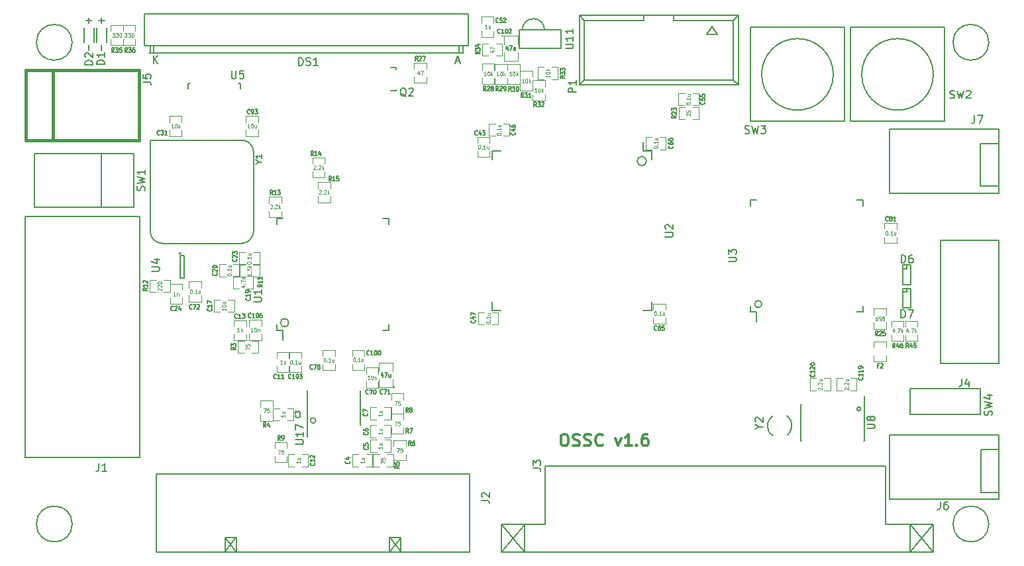
<source format=gto>
G04 #@! TF.FileFunction,Legend,Top*
%FSLAX46Y46*%
G04 Gerber Fmt 4.6, Leading zero omitted, Abs format (unit mm)*
G04 Created by KiCad (PCBNEW 4.0.5+dfsg1-4) date Mon Jul  3 23:41:30 2017*
%MOMM*%
%LPD*%
G01*
G04 APERTURE LIST*
%ADD10C,0.150000*%
%ADD11C,0.300000*%
%ADD12C,0.381000*%
%ADD13C,0.099060*%
%ADD14C,0.119380*%
%ADD15C,0.203200*%
%ADD16C,0.127000*%
%ADD17C,0.114300*%
G04 APERTURE END LIST*
D10*
D11*
X76223001Y-70704571D02*
X76508715Y-70704571D01*
X76651573Y-70776000D01*
X76794430Y-70918857D01*
X76865858Y-71204571D01*
X76865858Y-71704571D01*
X76794430Y-71990286D01*
X76651573Y-72133143D01*
X76508715Y-72204571D01*
X76223001Y-72204571D01*
X76080144Y-72133143D01*
X75937287Y-71990286D01*
X75865858Y-71704571D01*
X75865858Y-71204571D01*
X75937287Y-70918857D01*
X76080144Y-70776000D01*
X76223001Y-70704571D01*
X77437287Y-72133143D02*
X77651573Y-72204571D01*
X78008716Y-72204571D01*
X78151573Y-72133143D01*
X78223002Y-72061714D01*
X78294430Y-71918857D01*
X78294430Y-71776000D01*
X78223002Y-71633143D01*
X78151573Y-71561714D01*
X78008716Y-71490286D01*
X77723002Y-71418857D01*
X77580144Y-71347429D01*
X77508716Y-71276000D01*
X77437287Y-71133143D01*
X77437287Y-70990286D01*
X77508716Y-70847429D01*
X77580144Y-70776000D01*
X77723002Y-70704571D01*
X78080144Y-70704571D01*
X78294430Y-70776000D01*
X78865858Y-72133143D02*
X79080144Y-72204571D01*
X79437287Y-72204571D01*
X79580144Y-72133143D01*
X79651573Y-72061714D01*
X79723001Y-71918857D01*
X79723001Y-71776000D01*
X79651573Y-71633143D01*
X79580144Y-71561714D01*
X79437287Y-71490286D01*
X79151573Y-71418857D01*
X79008715Y-71347429D01*
X78937287Y-71276000D01*
X78865858Y-71133143D01*
X78865858Y-70990286D01*
X78937287Y-70847429D01*
X79008715Y-70776000D01*
X79151573Y-70704571D01*
X79508715Y-70704571D01*
X79723001Y-70776000D01*
X81223001Y-72061714D02*
X81151572Y-72133143D01*
X80937286Y-72204571D01*
X80794429Y-72204571D01*
X80580144Y-72133143D01*
X80437286Y-71990286D01*
X80365858Y-71847429D01*
X80294429Y-71561714D01*
X80294429Y-71347429D01*
X80365858Y-71061714D01*
X80437286Y-70918857D01*
X80580144Y-70776000D01*
X80794429Y-70704571D01*
X80937286Y-70704571D01*
X81151572Y-70776000D01*
X81223001Y-70847429D01*
X82865858Y-71204571D02*
X83223001Y-72204571D01*
X83580143Y-71204571D01*
X84937286Y-72204571D02*
X84080143Y-72204571D01*
X84508715Y-72204571D02*
X84508715Y-70704571D01*
X84365858Y-70918857D01*
X84223000Y-71061714D01*
X84080143Y-71133143D01*
X85580143Y-72061714D02*
X85651571Y-72133143D01*
X85580143Y-72204571D01*
X85508714Y-72133143D01*
X85580143Y-72061714D01*
X85580143Y-72204571D01*
X86937286Y-70704571D02*
X86651572Y-70704571D01*
X86508715Y-70776000D01*
X86437286Y-70847429D01*
X86294429Y-71061714D01*
X86223000Y-71347429D01*
X86223000Y-71918857D01*
X86294429Y-72061714D01*
X86365857Y-72133143D01*
X86508715Y-72204571D01*
X86794429Y-72204571D01*
X86937286Y-72133143D01*
X87008715Y-72061714D01*
X87080143Y-71918857D01*
X87080143Y-71561714D01*
X87008715Y-71418857D01*
X86937286Y-71347429D01*
X86794429Y-71276000D01*
X86508715Y-71276000D01*
X86365857Y-71347429D01*
X86294429Y-71418857D01*
X86223000Y-71561714D01*
D10*
X114222000Y-67480000D02*
G75*
G03X114222000Y-67480000I-250000J0D01*
G01*
X114647000Y-71555000D02*
X114622000Y-71555000D01*
X106597000Y-71555000D02*
X106622000Y-71555000D01*
X106597000Y-66905000D02*
X106622000Y-66905000D01*
X114697000Y-65830000D02*
X114697000Y-71555000D01*
X106597000Y-66905000D02*
X106597000Y-71555000D01*
X70967940Y-18952580D02*
G75*
G02X72354780Y-17580980I1379220J-7620D01*
G01*
X73787340Y-18952580D02*
G75*
G03X72400500Y-17580980I-1379220J-7620D01*
G01*
X75914100Y-18960500D02*
X75914100Y-21360500D01*
X75914100Y-21360500D02*
X70614100Y-21360500D01*
X70614100Y-21360500D02*
X70614100Y-18960500D01*
X70614100Y-18960500D02*
X75914100Y-18960500D01*
X97925000Y-25400000D02*
X98560000Y-26035000D01*
X97925000Y-17780000D02*
X98560000Y-17145000D01*
X78875000Y-17780000D02*
X78240000Y-17145000D01*
X78875000Y-25400000D02*
X78240000Y-26035000D01*
X86495000Y-17145000D02*
X86495000Y-17780000D01*
X86495000Y-17780000D02*
X78875000Y-17780000D01*
X78875000Y-17780000D02*
X78875000Y-25400000D01*
X78875000Y-25400000D02*
X97925000Y-25400000D01*
X97925000Y-25400000D02*
X97925000Y-17780000D01*
X97925000Y-17780000D02*
X90305000Y-17780000D01*
X90305000Y-17780000D02*
X90305000Y-17145000D01*
X98560000Y-17145000D02*
X78240000Y-17145000D01*
X78240000Y-26035000D02*
X98560000Y-26035000D01*
X98560000Y-26035000D02*
X98560000Y-17145000D01*
X78240000Y-26035000D02*
X78240000Y-17145000D01*
X95898080Y-19621500D02*
X95199580Y-18552160D01*
X95199580Y-18552160D02*
X94498540Y-19621500D01*
X94498540Y-19621500D02*
X95898080Y-19621500D01*
X13416000Y-20600000D02*
G75*
G03X13416000Y-20600000I-2286000J0D01*
G01*
X13416000Y-82200000D02*
G75*
G03X13416000Y-82200000I-2286000J0D01*
G01*
X130586000Y-82200000D02*
G75*
G03X130586000Y-82200000I-2286000J0D01*
G01*
X130586000Y-20600000D02*
G75*
G03X130586000Y-20600000I-2286000J0D01*
G01*
X35074500Y-33095300D02*
X23390500Y-33095300D01*
X23390500Y-33095300D02*
X23390500Y-44779300D01*
X36598500Y-44779300D02*
X36598500Y-34619300D01*
X35074500Y-46303300D02*
X24914500Y-46303300D01*
X35074500Y-46303300D02*
G75*
G03X36598500Y-44779300I0J1524000D01*
G01*
X23390500Y-44779300D02*
G75*
G03X24914500Y-46303300I1524000J0D01*
G01*
X36598500Y-34619300D02*
G75*
G03X35074500Y-33095300I-1524000J0D01*
G01*
X27293300Y-47587800D02*
G75*
G03X27293300Y-47587800I-100000J0D01*
G01*
X27743300Y-47837800D02*
X27243300Y-47837800D01*
X27743300Y-50737800D02*
X27743300Y-47837800D01*
X27243300Y-50737800D02*
X27743300Y-50737800D01*
X27243300Y-47837800D02*
X27243300Y-50737800D01*
X22025500Y-73695400D02*
X22025500Y-42895400D01*
X22025500Y-73695400D02*
X7445500Y-73695400D01*
X7445500Y-73695400D02*
X7445500Y-42895400D01*
X7445500Y-42895400D02*
X22025500Y-42895400D01*
X34692260Y-25834820D02*
X34644000Y-25834820D01*
X28256000Y-26525700D02*
X28256000Y-25824660D01*
X28256000Y-25824660D02*
X28504920Y-25824660D01*
X34692260Y-25834820D02*
X34892920Y-25834820D01*
X34892920Y-25834820D02*
X34892920Y-26535860D01*
X54142200Y-23829180D02*
X54843240Y-23829180D01*
X54843240Y-23829180D02*
X54843240Y-24078100D01*
X54843240Y-26628160D02*
X54843240Y-26828820D01*
X54843240Y-26828820D02*
X54142200Y-26828820D01*
X44555758Y-68962300D02*
G75*
G03X44555758Y-68962300I-339838J0D01*
G01*
X50263000Y-69549000D02*
X50263000Y-65099000D01*
X43513000Y-71074000D02*
X43513000Y-65099000D01*
X101563308Y-54084900D02*
G75*
G03X101563308Y-54084900I-450748J0D01*
G01*
X100125000Y-55075000D02*
X100925000Y-55075000D01*
X100125000Y-40725000D02*
X100925000Y-40725000D01*
X114475000Y-40725000D02*
X113675000Y-40725000D01*
X114475000Y-55075000D02*
X113675000Y-55075000D01*
X100125000Y-55075000D02*
X100125000Y-54275000D01*
X114475000Y-55075000D02*
X114475000Y-54275000D01*
X114475000Y-40725000D02*
X114475000Y-41525000D01*
X100125000Y-40725000D02*
X100125000Y-41525000D01*
X100925000Y-55075000D02*
X100925000Y-56350000D01*
X68262940Y-85763280D02*
X71229660Y-82296180D01*
X68255320Y-82280940D02*
X71227120Y-85760740D01*
X120521920Y-85778520D02*
X123511500Y-82275860D01*
X120514300Y-82273320D02*
X123501340Y-85765820D01*
X68244600Y-85771200D02*
X68244600Y-82271200D01*
X123514600Y-82271200D02*
X123514600Y-85771200D01*
X123514600Y-85771200D02*
X68244600Y-85771200D01*
X71244600Y-85771200D02*
X71244600Y-82271200D01*
X73859600Y-82271200D02*
X68244600Y-82271200D01*
X73859600Y-82271200D02*
X73859600Y-74821200D01*
X73859600Y-74821200D02*
X117359600Y-74821200D01*
X117359600Y-74821200D02*
X117359600Y-82271200D01*
X117359600Y-82271200D02*
X123514600Y-82271200D01*
X120514600Y-82271200D02*
X120514600Y-85771200D01*
X110710050Y-24700000D02*
G75*
G03X110710050Y-24700000I-4579050J0D01*
G01*
X100131000Y-30700000D02*
X100131000Y-18700000D01*
X100131000Y-18700000D02*
X112131000Y-18700000D01*
X112131000Y-18700000D02*
X112131000Y-30700000D01*
X112131000Y-30700000D02*
X100131000Y-30700000D01*
X123497050Y-24700000D02*
G75*
G03X123497050Y-24700000I-4579050J0D01*
G01*
X112918000Y-30700000D02*
X112918000Y-18700000D01*
X112918000Y-18700000D02*
X124918000Y-18700000D01*
X124918000Y-18700000D02*
X124918000Y-30700000D01*
X124918000Y-30700000D02*
X112918000Y-30700000D01*
X53997860Y-85758920D02*
X55410100Y-83998700D01*
X54020720Y-83975840D02*
X55410100Y-85713200D01*
X32941260Y-85746220D02*
X34361120Y-83978380D01*
X32946340Y-83952980D02*
X34368740Y-85723360D01*
X34368740Y-85723360D02*
X34373820Y-85736060D01*
X55446000Y-83947900D02*
X55446000Y-85753840D01*
X53996000Y-83947900D02*
X55446000Y-83947900D01*
X53996000Y-85769080D02*
X53996000Y-83947900D01*
X32946000Y-85769080D02*
X32946000Y-83947900D01*
X32946000Y-83947900D02*
X34396000Y-83947900D01*
X34396000Y-83947900D02*
X34396000Y-85753840D01*
X24196000Y-85776200D02*
X24196000Y-75776200D01*
X24196000Y-75776200D02*
X64196000Y-75776200D01*
X64196000Y-75776200D02*
X64196000Y-85776200D01*
X24196000Y-85776200D02*
X64196000Y-85776200D01*
D12*
X11001500Y-24148120D02*
X11001500Y-33149880D01*
X7501380Y-24148120D02*
X7501380Y-33149880D01*
X7501380Y-33149880D02*
X22002240Y-33149880D01*
X22002240Y-33149880D02*
X22002240Y-24148120D01*
X22002240Y-24148120D02*
X7501380Y-24148120D01*
D10*
X17542220Y-17822880D02*
X16810700Y-17822880D01*
X17171380Y-18186100D02*
X17171380Y-17454580D01*
X17171380Y-21640500D02*
X17171380Y-20908980D01*
X17805200Y-20645000D02*
X17805200Y-18745000D01*
X16552800Y-20645000D02*
X16552800Y-18745000D01*
X15912220Y-17822880D02*
X15180700Y-17822880D01*
X15541380Y-18186100D02*
X15541380Y-17454580D01*
X15541380Y-21640500D02*
X15541380Y-20908980D01*
X16175200Y-20645000D02*
X16175200Y-18745000D01*
X14922800Y-20645000D02*
X14922800Y-18745000D01*
D13*
X68597380Y-19796360D02*
G75*
G03X68597380Y-19796360I-127000J0D01*
G01*
X68594840Y-20853000D02*
X68594840Y-19773500D01*
X68605000Y-19763340D02*
X70383000Y-19763340D01*
X70393160Y-19773500D02*
X70393160Y-20853000D01*
X70393160Y-21869000D02*
X70393160Y-22948500D01*
X70383000Y-22958660D02*
X68605000Y-22958660D01*
X68594840Y-22948500D02*
X68594840Y-21869000D01*
X54688620Y-64719640D02*
G75*
G03X54688620Y-64719640I-127000J0D01*
G01*
X54437160Y-63663000D02*
X54437160Y-64742500D01*
X54427000Y-64752660D02*
X52649000Y-64752660D01*
X52638840Y-64742500D02*
X52638840Y-63663000D01*
X52638840Y-62647000D02*
X52638840Y-61567500D01*
X52649000Y-61557340D02*
X54427000Y-61557340D01*
X54437160Y-61567500D02*
X54437160Y-62647000D01*
D14*
X39047760Y-67215120D02*
X39047760Y-66432800D01*
X39047760Y-68215880D02*
X39047760Y-68998200D01*
X37478040Y-67215120D02*
X37478040Y-66432800D01*
X37478040Y-68998200D02*
X37478040Y-68215880D01*
X37500900Y-66425180D02*
X39024900Y-66425180D01*
X39024900Y-69005820D02*
X37500900Y-69005820D01*
X53673080Y-74863060D02*
X54455400Y-74863060D01*
X52672320Y-74863060D02*
X51890000Y-74863060D01*
X53673080Y-73293340D02*
X54455400Y-73293340D01*
X51890000Y-73293340D02*
X52672320Y-73293340D01*
X54463020Y-73316200D02*
X54463020Y-74840200D01*
X51882380Y-74840200D02*
X51882380Y-73316200D01*
X54496040Y-73270480D02*
X54496040Y-74052800D01*
X54496040Y-72269720D02*
X54496040Y-71487400D01*
X56065760Y-73270480D02*
X56065760Y-74052800D01*
X56065760Y-71487400D02*
X56065760Y-72269720D01*
X56042900Y-74060420D02*
X54518900Y-74060420D01*
X54518900Y-71479780D02*
X56042900Y-71479780D01*
X55786360Y-68866120D02*
X55786360Y-68083800D01*
X55786360Y-69866880D02*
X55786360Y-70649200D01*
X54216640Y-68866120D02*
X54216640Y-68083800D01*
X54216640Y-70649200D02*
X54216640Y-69866880D01*
X54239500Y-68076180D02*
X55763500Y-68076180D01*
X55763500Y-70656820D02*
X54239500Y-70656820D01*
X55781860Y-66284620D02*
X55781860Y-65502300D01*
X55781860Y-67285380D02*
X55781860Y-68067700D01*
X54212140Y-66284620D02*
X54212140Y-65502300D01*
X54212140Y-68067700D02*
X54212140Y-67285380D01*
X54235000Y-65494680D02*
X55759000Y-65494680D01*
X55759000Y-68075320D02*
X54235000Y-68075320D01*
X40888860Y-72514620D02*
X40888860Y-71732300D01*
X40888860Y-73515380D02*
X40888860Y-74297700D01*
X39319140Y-72514620D02*
X39319140Y-71732300D01*
X39319140Y-74297700D02*
X39319140Y-73515380D01*
X39342000Y-71724680D02*
X40866000Y-71724680D01*
X40866000Y-74305320D02*
X39342000Y-74305320D01*
X36563380Y-50563860D02*
X37345700Y-50563860D01*
X35562620Y-50563860D02*
X34780300Y-50563860D01*
X36563380Y-48994140D02*
X37345700Y-48994140D01*
X34780300Y-48994140D02*
X35562620Y-48994140D01*
X37353320Y-49017000D02*
X37353320Y-50541000D01*
X34772680Y-50541000D02*
X34772680Y-49017000D01*
X24135420Y-50979440D02*
X23353100Y-50979440D01*
X25136180Y-50979440D02*
X25918500Y-50979440D01*
X24135420Y-52549160D02*
X23353100Y-52549160D01*
X25918500Y-52549160D02*
X25136180Y-52549160D01*
X23345480Y-52526300D02*
X23345480Y-51002300D01*
X25926120Y-51002300D02*
X25926120Y-52526300D01*
X38585140Y-42156380D02*
X38585140Y-42938700D01*
X38585140Y-41155620D02*
X38585140Y-40373300D01*
X40154860Y-42156380D02*
X40154860Y-42938700D01*
X40154860Y-40373300D02*
X40154860Y-41155620D01*
X40132000Y-42946320D02*
X38608000Y-42946320D01*
X38608000Y-40365680D02*
X40132000Y-40365680D01*
X45715860Y-36105620D02*
X45715860Y-35323300D01*
X45715860Y-37106380D02*
X45715860Y-37888700D01*
X44146140Y-36105620D02*
X44146140Y-35323300D01*
X44146140Y-37888700D02*
X44146140Y-37106380D01*
X44169000Y-35315680D02*
X45693000Y-35315680D01*
X45693000Y-37896320D02*
X44169000Y-37896320D01*
X44831340Y-40275880D02*
X44831340Y-41058200D01*
X44831340Y-39275120D02*
X44831340Y-38492800D01*
X46401060Y-40275880D02*
X46401060Y-41058200D01*
X46401060Y-38492800D02*
X46401060Y-39275120D01*
X46378200Y-41065820D02*
X44854200Y-41065820D01*
X44854200Y-38485180D02*
X46378200Y-38485180D01*
X92725580Y-30451160D02*
X93507900Y-30451160D01*
X91724820Y-30451160D02*
X90942500Y-30451160D01*
X92725580Y-28881440D02*
X93507900Y-28881440D01*
X90942500Y-28881440D02*
X91724820Y-28881440D01*
X93515520Y-28904300D02*
X93515520Y-30428300D01*
X90934880Y-30428300D02*
X90934880Y-28904300D01*
X115908140Y-56461380D02*
X115908140Y-57243700D01*
X115908140Y-55460620D02*
X115908140Y-54678300D01*
X117477860Y-56461380D02*
X117477860Y-57243700D01*
X117477860Y-54678300D02*
X117477860Y-55460620D01*
X117455000Y-57251320D02*
X115931000Y-57251320D01*
X115931000Y-54670680D02*
X117455000Y-54670680D01*
X67394160Y-24136720D02*
X67394160Y-23354400D01*
X67394160Y-25137480D02*
X67394160Y-25919800D01*
X65824440Y-24136720D02*
X65824440Y-23354400D01*
X65824440Y-25919800D02*
X65824440Y-25137480D01*
X65847300Y-23346780D02*
X67371300Y-23346780D01*
X67371300Y-25927420D02*
X65847300Y-25927420D01*
X69007060Y-24149420D02*
X69007060Y-23367100D01*
X69007060Y-25150180D02*
X69007060Y-25932500D01*
X67437340Y-24149420D02*
X67437340Y-23367100D01*
X67437340Y-25932500D02*
X67437340Y-25150180D01*
X67460200Y-23359480D02*
X68984200Y-23359480D01*
X68984200Y-25940120D02*
X67460200Y-25940120D01*
X70619960Y-24149420D02*
X70619960Y-23367100D01*
X70619960Y-25150180D02*
X70619960Y-25932500D01*
X69050240Y-24149420D02*
X69050240Y-23367100D01*
X69050240Y-25932500D02*
X69050240Y-25150180D01*
X69073100Y-23359480D02*
X70597100Y-23359480D01*
X70597100Y-25940120D02*
X69073100Y-25940120D01*
X72232860Y-25025720D02*
X72232860Y-24243400D01*
X72232860Y-26026480D02*
X72232860Y-26808800D01*
X70663140Y-25025720D02*
X70663140Y-24243400D01*
X70663140Y-26808800D02*
X70663140Y-26026480D01*
X70686000Y-24235780D02*
X72210000Y-24235780D01*
X72210000Y-26816420D02*
X70686000Y-26816420D01*
X73871160Y-26257620D02*
X73871160Y-25475300D01*
X73871160Y-27258380D02*
X73871160Y-28040700D01*
X72301440Y-26257620D02*
X72301440Y-25475300D01*
X72301440Y-28040700D02*
X72301440Y-27258380D01*
X72324300Y-25467680D02*
X73848300Y-25467680D01*
X73848300Y-28048320D02*
X72324300Y-28048320D01*
X74729680Y-25333060D02*
X75512000Y-25333060D01*
X73728920Y-25333060D02*
X72946600Y-25333060D01*
X74729680Y-23763340D02*
X75512000Y-23763340D01*
X72946600Y-23763340D02*
X73728920Y-23763340D01*
X75519620Y-23786200D02*
X75519620Y-25310200D01*
X72938980Y-25310200D02*
X72938980Y-23786200D01*
X66604220Y-20766140D02*
X65821900Y-20766140D01*
X67604980Y-20766140D02*
X68387300Y-20766140D01*
X66604220Y-22335860D02*
X65821900Y-22335860D01*
X68387300Y-22335860D02*
X67604980Y-22335860D01*
X65814280Y-22313000D02*
X65814280Y-20789000D01*
X68394920Y-20789000D02*
X68394920Y-22313000D01*
X18374140Y-20191380D02*
X18374140Y-20973700D01*
X18374140Y-19190620D02*
X18374140Y-18408300D01*
X19943860Y-20191380D02*
X19943860Y-20973700D01*
X19943860Y-18408300D02*
X19943860Y-19190620D01*
X19921000Y-20981320D02*
X18397000Y-20981320D01*
X18397000Y-18400680D02*
X19921000Y-18400680D01*
X19924140Y-20187380D02*
X19924140Y-20969700D01*
X19924140Y-19186620D02*
X19924140Y-18404300D01*
X21493860Y-20187380D02*
X21493860Y-20969700D01*
X21493860Y-18404300D02*
X21493860Y-19186620D01*
X21471000Y-20977320D02*
X19947000Y-20977320D01*
X19947000Y-18396680D02*
X21471000Y-18396680D01*
X57127140Y-25016380D02*
X57127140Y-25798700D01*
X57127140Y-24015620D02*
X57127140Y-23233300D01*
X58696860Y-25016380D02*
X58696860Y-25798700D01*
X58696860Y-23233300D02*
X58696860Y-24015620D01*
X58674000Y-25806320D02*
X57150000Y-25806320D01*
X57150000Y-23225680D02*
X58674000Y-23225680D01*
X36401080Y-60321560D02*
X37183400Y-60321560D01*
X35400320Y-60321560D02*
X34618000Y-60321560D01*
X36401080Y-58751840D02*
X37183400Y-58751840D01*
X34618000Y-58751840D02*
X35400320Y-58751840D01*
X37191020Y-58774700D02*
X37191020Y-60298700D01*
X34610380Y-60298700D02*
X34610380Y-58774700D01*
X117474860Y-59639620D02*
X117474860Y-58857300D01*
X117474860Y-60640380D02*
X117474860Y-61422700D01*
X115905140Y-59639620D02*
X115905140Y-58857300D01*
X115905140Y-61422700D02*
X115905140Y-60640380D01*
X115928000Y-58849680D02*
X117452000Y-58849680D01*
X117452000Y-61430320D02*
X115928000Y-61430320D01*
X121474860Y-56999620D02*
X121474860Y-56217300D01*
X121474860Y-58000380D02*
X121474860Y-58782700D01*
X119905140Y-56999620D02*
X119905140Y-56217300D01*
X119905140Y-58782700D02*
X119905140Y-58000380D01*
X119928000Y-56209680D02*
X121452000Y-56209680D01*
X121452000Y-58790320D02*
X119928000Y-58790320D01*
X119714860Y-56999620D02*
X119714860Y-56217300D01*
X119714860Y-58000380D02*
X119714860Y-58782700D01*
X118145140Y-56999620D02*
X118145140Y-56217300D01*
X118145140Y-58782700D02*
X118145140Y-58000380D01*
X118168000Y-56209680D02*
X119692000Y-56209680D01*
X119692000Y-58790320D02*
X118168000Y-58790320D01*
X40896880Y-68957560D02*
X41679200Y-68957560D01*
X39896120Y-68957560D02*
X39113800Y-68957560D01*
X40896880Y-67387840D02*
X41679200Y-67387840D01*
X39113800Y-67387840D02*
X39896120Y-67387840D01*
X41686820Y-67410700D02*
X41686820Y-68934700D01*
X39106180Y-68934700D02*
X39106180Y-67410700D01*
X50018020Y-73281140D02*
X49235700Y-73281140D01*
X51018780Y-73281140D02*
X51801100Y-73281140D01*
X50018020Y-74850860D02*
X49235700Y-74850860D01*
X51801100Y-74850860D02*
X51018780Y-74850860D01*
X49228080Y-74828000D02*
X49228080Y-73304000D01*
X51808720Y-73304000D02*
X51808720Y-74828000D01*
X52342120Y-71439140D02*
X51559800Y-71439140D01*
X53342880Y-71439140D02*
X54125200Y-71439140D01*
X52342120Y-73008860D02*
X51559800Y-73008860D01*
X54125200Y-73008860D02*
X53342880Y-73008860D01*
X51552180Y-72986000D02*
X51552180Y-71462000D01*
X54132820Y-71462000D02*
X54132820Y-72986000D01*
X52316720Y-69572240D02*
X51534400Y-69572240D01*
X53317480Y-69572240D02*
X54099800Y-69572240D01*
X52316720Y-71141960D02*
X51534400Y-71141960D01*
X54099800Y-71141960D02*
X53317480Y-71141960D01*
X51526780Y-71119100D02*
X51526780Y-69595100D01*
X54107420Y-69595100D02*
X54107420Y-71119100D01*
X52316720Y-67273540D02*
X51534400Y-67273540D01*
X53317480Y-67273540D02*
X54099800Y-67273540D01*
X52316720Y-68843260D02*
X51534400Y-68843260D01*
X54099800Y-68843260D02*
X53317480Y-68843260D01*
X51526780Y-68820400D02*
X51526780Y-67296400D01*
X54107420Y-67296400D02*
X54107420Y-68820400D01*
X41143260Y-61004820D02*
X41143260Y-60222500D01*
X41143260Y-62005580D02*
X41143260Y-62787900D01*
X39573540Y-61004820D02*
X39573540Y-60222500D01*
X39573540Y-62787900D02*
X39573540Y-62005580D01*
X39596400Y-60214880D02*
X41120400Y-60214880D01*
X41120400Y-62795520D02*
X39596400Y-62795520D01*
X42801380Y-74850860D02*
X43583700Y-74850860D01*
X41800620Y-74850860D02*
X41018300Y-74850860D01*
X42801380Y-73281140D02*
X43583700Y-73281140D01*
X41018300Y-73281140D02*
X41800620Y-73281140D01*
X43591320Y-73304000D02*
X43591320Y-74828000D01*
X41010680Y-74828000D02*
X41010680Y-73304000D01*
X35656860Y-56915420D02*
X35656860Y-56133100D01*
X35656860Y-57916180D02*
X35656860Y-58698500D01*
X34087140Y-56915420D02*
X34087140Y-56133100D01*
X34087140Y-58698500D02*
X34087140Y-57916180D01*
X34110000Y-56125480D02*
X35634000Y-56125480D01*
X35634000Y-58706120D02*
X34110000Y-58706120D01*
X33340380Y-55101860D02*
X34122700Y-55101860D01*
X32339620Y-55101860D02*
X31557300Y-55101860D01*
X33340380Y-53532140D02*
X34122700Y-53532140D01*
X31557300Y-53532140D02*
X32339620Y-53532140D01*
X34130320Y-53555000D02*
X34130320Y-55079000D01*
X31549680Y-55079000D02*
X31549680Y-53555000D01*
X34776620Y-50498140D02*
X33994300Y-50498140D01*
X35777380Y-50498140D02*
X36559700Y-50498140D01*
X34776620Y-52067860D02*
X33994300Y-52067860D01*
X36559700Y-52067860D02*
X35777380Y-52067860D01*
X33986680Y-52045000D02*
X33986680Y-50521000D01*
X36567320Y-50521000D02*
X36567320Y-52045000D01*
X34028380Y-50563860D02*
X34810700Y-50563860D01*
X33027620Y-50563860D02*
X32245300Y-50563860D01*
X34028380Y-48994140D02*
X34810700Y-48994140D01*
X32245300Y-48994140D02*
X33027620Y-48994140D01*
X34818320Y-49017000D02*
X34818320Y-50541000D01*
X32237680Y-50541000D02*
X32237680Y-49017000D01*
X35561620Y-47480140D02*
X34779300Y-47480140D01*
X36562380Y-47480140D02*
X37344700Y-47480140D01*
X35561620Y-49049860D02*
X34779300Y-49049860D01*
X37344700Y-49049860D02*
X36562380Y-49049860D01*
X34771680Y-49027000D02*
X34771680Y-47503000D01*
X37352320Y-47503000D02*
X37352320Y-49027000D01*
X25921040Y-53280680D02*
X25921040Y-54063000D01*
X25921040Y-52279920D02*
X25921040Y-51497600D01*
X27490760Y-53280680D02*
X27490760Y-54063000D01*
X27490760Y-51497600D02*
X27490760Y-52279920D01*
X27467900Y-54070620D02*
X25943900Y-54070620D01*
X25943900Y-51489980D02*
X27467900Y-51489980D01*
X27429860Y-30812620D02*
X27429860Y-30030300D01*
X27429860Y-31813380D02*
X27429860Y-32595700D01*
X25860140Y-30812620D02*
X25860140Y-30030300D01*
X25860140Y-32595700D02*
X25860140Y-31813380D01*
X25883000Y-30022680D02*
X27407000Y-30022680D01*
X27407000Y-32603320D02*
X25883000Y-32603320D01*
X66784860Y-33499620D02*
X66784860Y-32717300D01*
X66784860Y-34500380D02*
X66784860Y-35282700D01*
X65215140Y-33499620D02*
X65215140Y-32717300D01*
X65215140Y-35282700D02*
X65215140Y-34500380D01*
X65238000Y-32709680D02*
X66762000Y-32709680D01*
X66762000Y-35290320D02*
X65238000Y-35290320D01*
X67499620Y-31015140D02*
X66717300Y-31015140D01*
X68500380Y-31015140D02*
X69282700Y-31015140D01*
X67499620Y-32584860D02*
X66717300Y-32584860D01*
X69282700Y-32584860D02*
X68500380Y-32584860D01*
X66709680Y-32562000D02*
X66709680Y-31038000D01*
X69290320Y-31038000D02*
X69290320Y-32562000D01*
X66099620Y-55115140D02*
X65317300Y-55115140D01*
X67100380Y-55115140D02*
X67882700Y-55115140D01*
X66099620Y-56684860D02*
X65317300Y-56684860D01*
X67882700Y-56684860D02*
X67100380Y-56684860D01*
X65309680Y-56662000D02*
X65309680Y-55138000D01*
X67890320Y-55138000D02*
X67890320Y-56662000D01*
X65735540Y-19130380D02*
X65735540Y-19912700D01*
X65735540Y-18129620D02*
X65735540Y-17347300D01*
X67305260Y-19130380D02*
X67305260Y-19912700D01*
X67305260Y-17347300D02*
X67305260Y-18129620D01*
X67282400Y-19920320D02*
X65758400Y-19920320D01*
X65758400Y-17339680D02*
X67282400Y-17339680D01*
X91712120Y-27103440D02*
X90929800Y-27103440D01*
X92712880Y-27103440D02*
X93495200Y-27103440D01*
X91712120Y-28673160D02*
X90929800Y-28673160D01*
X93495200Y-28673160D02*
X92712880Y-28673160D01*
X90922180Y-28650300D02*
X90922180Y-27126300D01*
X93502820Y-27126300D02*
X93502820Y-28650300D01*
X88521380Y-34282860D02*
X89303700Y-34282860D01*
X87520620Y-34282860D02*
X86738300Y-34282860D01*
X88521380Y-32713140D02*
X89303700Y-32713140D01*
X86738300Y-32713140D02*
X87520620Y-32713140D01*
X89311320Y-32736000D02*
X89311320Y-34260000D01*
X86730680Y-34260000D02*
X86730680Y-32736000D01*
X87715140Y-55800380D02*
X87715140Y-56582700D01*
X87715140Y-54799620D02*
X87715140Y-54017300D01*
X89284860Y-55800380D02*
X89284860Y-56582700D01*
X89284860Y-54017300D02*
X89284860Y-54799620D01*
X89262000Y-56590320D02*
X87738000Y-56590320D01*
X87738000Y-54009680D02*
X89262000Y-54009680D01*
X117255140Y-45510380D02*
X117255140Y-46292700D01*
X117255140Y-44509620D02*
X117255140Y-43727300D01*
X118824860Y-45510380D02*
X118824860Y-46292700D01*
X118824860Y-43727300D02*
X118824860Y-44509620D01*
X118802000Y-46300320D02*
X117278000Y-46300320D01*
X117278000Y-43719680D02*
X118802000Y-43719680D01*
X37189860Y-30817620D02*
X37189860Y-30035300D01*
X37189860Y-31818380D02*
X37189860Y-32600700D01*
X35620140Y-30817620D02*
X35620140Y-30035300D01*
X35620140Y-32600700D02*
X35620140Y-31818380D01*
X35643000Y-30027680D02*
X37167000Y-30027680D01*
X37167000Y-32608320D02*
X35643000Y-32608320D01*
X52547860Y-62989620D02*
X52547860Y-62207300D01*
X52547860Y-63990380D02*
X52547860Y-64772700D01*
X50978140Y-62989620D02*
X50978140Y-62207300D01*
X50978140Y-64772700D02*
X50978140Y-63990380D01*
X51001000Y-62199680D02*
X52525000Y-62199680D01*
X52525000Y-64780320D02*
X51001000Y-64780320D01*
X28359440Y-52975880D02*
X28359440Y-53758200D01*
X28359440Y-51975120D02*
X28359440Y-51192800D01*
X29929160Y-52975880D02*
X29929160Y-53758200D01*
X29929160Y-51192800D02*
X29929160Y-51975120D01*
X29906300Y-53765820D02*
X28382300Y-53765820D01*
X28382300Y-51185180D02*
X29906300Y-51185180D01*
X47010660Y-60750820D02*
X47010660Y-59968500D01*
X47010660Y-61751580D02*
X47010660Y-62533900D01*
X45440940Y-60750820D02*
X45440940Y-59968500D01*
X45440940Y-62533900D02*
X45440940Y-61751580D01*
X45463800Y-59960880D02*
X46987800Y-59960880D01*
X46987800Y-62541520D02*
X45463800Y-62541520D01*
X50769860Y-60725420D02*
X50769860Y-59943100D01*
X50769860Y-61726180D02*
X50769860Y-62508500D01*
X49200140Y-60725420D02*
X49200140Y-59943100D01*
X49200140Y-62508500D02*
X49200140Y-61726180D01*
X49223000Y-59935480D02*
X50747000Y-59935480D01*
X50747000Y-62516120D02*
X49223000Y-62516120D01*
X42743460Y-61004820D02*
X42743460Y-60222500D01*
X42743460Y-62005580D02*
X42743460Y-62787900D01*
X41173740Y-61004820D02*
X41173740Y-60222500D01*
X41173740Y-62787900D02*
X41173740Y-62005580D01*
X41196600Y-60214880D02*
X42720600Y-60214880D01*
X42720600Y-62795520D02*
X41196600Y-62795520D01*
X36042940Y-57890780D02*
X36042940Y-58673100D01*
X36042940Y-56890020D02*
X36042940Y-56107700D01*
X37612660Y-57890780D02*
X37612660Y-58673100D01*
X37612660Y-56107700D02*
X37612660Y-56890020D01*
X37589800Y-58680720D02*
X36065800Y-58680720D01*
X36065800Y-56100080D02*
X37589800Y-56100080D01*
D10*
X131874400Y-72707400D02*
X129550300Y-72707400D01*
X129550300Y-72707400D02*
X129547760Y-78173480D01*
X129547760Y-78173480D02*
X131902340Y-78173480D01*
X131906000Y-79030000D02*
X131906000Y-70830000D01*
X131906000Y-70830000D02*
X117906000Y-70830000D01*
X117906000Y-70830000D02*
X117906000Y-79030000D01*
X117906000Y-79030000D02*
X131906000Y-79030000D01*
X21316000Y-34868000D02*
X21316000Y-41728000D01*
X21316000Y-41728000D02*
X8616000Y-41728000D01*
X8616000Y-41728000D02*
X8616000Y-34868000D01*
X8616000Y-34868000D02*
X21316000Y-34868000D01*
X17180880Y-41728000D02*
X17180880Y-34868000D01*
X22675200Y-21050620D02*
X22675200Y-17006940D01*
X64082280Y-21050620D02*
X64082280Y-17006940D01*
X64076200Y-21050280D02*
X22676200Y-21050280D01*
X64076200Y-17006600D02*
X22676200Y-17006600D01*
X23373700Y-21048080D02*
X23373700Y-21939620D01*
X23866460Y-21939620D02*
X23866460Y-21048080D01*
X63376160Y-21939620D02*
X63376160Y-21048080D01*
X62883400Y-21048080D02*
X62883400Y-21939620D01*
X63476200Y-21950600D02*
X23276200Y-21950600D01*
D14*
X112910380Y-65134860D02*
X113692700Y-65134860D01*
X111909620Y-65134860D02*
X111127300Y-65134860D01*
X112910380Y-63565140D02*
X113692700Y-63565140D01*
X111127300Y-63565140D02*
X111909620Y-63565140D01*
X113700320Y-63588000D02*
X113700320Y-65112000D01*
X111119680Y-65112000D02*
X111119680Y-63588000D01*
X108534620Y-63574140D02*
X107752300Y-63574140D01*
X109535380Y-63574140D02*
X110317700Y-63574140D01*
X108534620Y-65143860D02*
X107752300Y-65143860D01*
X110317700Y-65143860D02*
X109535380Y-65143860D01*
X107744680Y-65121000D02*
X107744680Y-63597000D01*
X110325320Y-63597000D02*
X110325320Y-65121000D01*
D10*
X131866400Y-33553400D02*
X129542300Y-33553400D01*
X129542300Y-33553400D02*
X129539760Y-39019480D01*
X129539760Y-39019480D02*
X131894340Y-39019480D01*
X131898000Y-39876000D02*
X131898000Y-31676000D01*
X131898000Y-31676000D02*
X117898000Y-31676000D01*
X117898000Y-31676000D02*
X117898000Y-39876000D01*
X117898000Y-39876000D02*
X131898000Y-39876000D01*
X86820932Y-35782060D02*
G75*
G03X86820932Y-35782060I-590292J0D01*
G01*
X87475000Y-34525000D02*
X86400000Y-34525000D01*
X87475000Y-54875000D02*
X86400000Y-54875000D01*
X67125000Y-54875000D02*
X68200000Y-54875000D01*
X67125000Y-34525000D02*
X68200000Y-34525000D01*
X87475000Y-34525000D02*
X87475000Y-35600000D01*
X67125000Y-34525000D02*
X67125000Y-35600000D01*
X67125000Y-54875000D02*
X67125000Y-53800000D01*
X87475000Y-54875000D02*
X87475000Y-53800000D01*
X86400000Y-34525000D02*
X86400000Y-33425000D01*
X41094202Y-56456580D02*
G75*
G03X41094202Y-56456580I-527862J0D01*
G01*
X39561000Y-57467000D02*
X40361000Y-57467000D01*
X39561000Y-43117000D02*
X40361000Y-43117000D01*
X53911000Y-43117000D02*
X53111000Y-43117000D01*
X53911000Y-57467000D02*
X53111000Y-57467000D01*
X39561000Y-57467000D02*
X39561000Y-56667000D01*
X53911000Y-57467000D02*
X53911000Y-56667000D01*
X53911000Y-43117000D02*
X53911000Y-43917000D01*
X39561000Y-43117000D02*
X39561000Y-43917000D01*
X40361000Y-57467000D02*
X40361000Y-58742000D01*
X131900000Y-45950000D02*
X131900000Y-61650000D01*
X131900000Y-61650000D02*
X124400000Y-61650000D01*
X124400000Y-61650000D02*
X124400000Y-45950000D01*
X124400000Y-45950000D02*
X131900000Y-45950000D01*
X129540000Y-64870000D02*
X129540000Y-68170000D01*
X129540000Y-68170000D02*
X120540000Y-68170000D01*
X120540000Y-68170000D02*
X120540000Y-64870000D01*
X120540000Y-64870000D02*
X129540000Y-64870000D01*
X120120000Y-52118740D02*
X120120000Y-52560000D01*
X120120000Y-52560000D02*
X119662800Y-52560000D01*
X120620000Y-52060000D02*
X120620000Y-54560000D01*
X120620000Y-54560000D02*
X119620000Y-54560000D01*
X119620000Y-54560000D02*
X119620000Y-52060000D01*
X119620000Y-52060000D02*
X120620000Y-52060000D01*
X120120000Y-49118740D02*
X120120000Y-49560000D01*
X120120000Y-49560000D02*
X119662800Y-49560000D01*
X120620000Y-49060000D02*
X120620000Y-51560000D01*
X120620000Y-51560000D02*
X119620000Y-51560000D01*
X119620000Y-51560000D02*
X119620000Y-49060000D01*
X119620000Y-49060000D02*
X120620000Y-49060000D01*
X104760160Y-68346520D02*
X105011620Y-68597980D01*
X105011620Y-68597980D02*
X105260540Y-68945960D01*
X105260540Y-68945960D02*
X105410400Y-69497140D01*
X105410400Y-69497140D02*
X105410400Y-69895920D01*
X105410400Y-69895920D02*
X105209740Y-70396300D01*
X105209740Y-70396300D02*
X104861760Y-70797620D01*
X103010100Y-68346520D02*
X102811980Y-68496380D01*
X102811980Y-68496380D02*
X102560520Y-68796100D01*
X102560520Y-68796100D02*
X102359860Y-69248220D01*
X102359860Y-69248220D02*
X102311600Y-69697800D01*
X102311600Y-69697800D02*
X102410660Y-70198180D01*
X102410660Y-70198180D02*
X102611320Y-70546160D01*
X102611320Y-70546160D02*
X102961840Y-70896680D01*
X115024381Y-69991905D02*
X115833905Y-69991905D01*
X115929143Y-69944286D01*
X115976762Y-69896667D01*
X116024381Y-69801429D01*
X116024381Y-69610952D01*
X115976762Y-69515714D01*
X115929143Y-69468095D01*
X115833905Y-69420476D01*
X115024381Y-69420476D01*
X115452952Y-68801429D02*
X115405333Y-68896667D01*
X115357714Y-68944286D01*
X115262476Y-68991905D01*
X115214857Y-68991905D01*
X115119619Y-68944286D01*
X115072000Y-68896667D01*
X115024381Y-68801429D01*
X115024381Y-68610952D01*
X115072000Y-68515714D01*
X115119619Y-68468095D01*
X115214857Y-68420476D01*
X115262476Y-68420476D01*
X115357714Y-68468095D01*
X115405333Y-68515714D01*
X115452952Y-68610952D01*
X115452952Y-68801429D01*
X115500571Y-68896667D01*
X115548190Y-68944286D01*
X115643429Y-68991905D01*
X115833905Y-68991905D01*
X115929143Y-68944286D01*
X115976762Y-68896667D01*
X116024381Y-68801429D01*
X116024381Y-68610952D01*
X115976762Y-68515714D01*
X115929143Y-68468095D01*
X115833905Y-68420476D01*
X115643429Y-68420476D01*
X115548190Y-68468095D01*
X115500571Y-68515714D01*
X115452952Y-68610952D01*
X76462981Y-21402255D02*
X77272505Y-21402255D01*
X77367743Y-21354636D01*
X77415362Y-21307017D01*
X77462981Y-21211779D01*
X77462981Y-21021302D01*
X77415362Y-20926064D01*
X77367743Y-20878445D01*
X77272505Y-20830826D01*
X76462981Y-20830826D01*
X77462981Y-19830826D02*
X77462981Y-20402255D01*
X77462981Y-20116541D02*
X76462981Y-20116541D01*
X76605838Y-20211779D01*
X76701076Y-20307017D01*
X76748695Y-20402255D01*
X77462981Y-18878445D02*
X77462981Y-19449874D01*
X77462981Y-19164160D02*
X76462981Y-19164160D01*
X76605838Y-19259398D01*
X76701076Y-19354636D01*
X76748695Y-19449874D01*
X77856381Y-26989095D02*
X76856381Y-26989095D01*
X76856381Y-26608142D01*
X76904000Y-26512904D01*
X76951619Y-26465285D01*
X77046857Y-26417666D01*
X77189714Y-26417666D01*
X77284952Y-26465285D01*
X77332571Y-26512904D01*
X77380190Y-26608142D01*
X77380190Y-26989095D01*
X77856381Y-25465285D02*
X77856381Y-26036714D01*
X77856381Y-25751000D02*
X76856381Y-25751000D01*
X76999238Y-25846238D01*
X77094476Y-25941476D01*
X77142095Y-26036714D01*
X37265252Y-35889252D02*
X37646205Y-35889252D01*
X36846205Y-36155919D02*
X37265252Y-35889252D01*
X36846205Y-35622585D01*
X37646205Y-34936871D02*
X37646205Y-35394014D01*
X37646205Y-35165443D02*
X36846205Y-35165443D01*
X36960490Y-35241633D01*
X37036681Y-35317824D01*
X37074776Y-35394014D01*
X23577381Y-49864905D02*
X24386905Y-49864905D01*
X24482143Y-49817286D01*
X24529762Y-49769667D01*
X24577381Y-49674429D01*
X24577381Y-49483952D01*
X24529762Y-49388714D01*
X24482143Y-49341095D01*
X24386905Y-49293476D01*
X23577381Y-49293476D01*
X23910714Y-48388714D02*
X24577381Y-48388714D01*
X23529762Y-48626810D02*
X24244048Y-48864905D01*
X24244048Y-48245857D01*
X16827247Y-74450061D02*
X16827247Y-75164347D01*
X16779627Y-75307204D01*
X16684389Y-75402442D01*
X16541532Y-75450061D01*
X16446294Y-75450061D01*
X17827247Y-75450061D02*
X17255818Y-75450061D01*
X17541532Y-75450061D02*
X17541532Y-74450061D01*
X17446294Y-74592918D01*
X17351056Y-74688156D01*
X17255818Y-74735775D01*
X33802095Y-24232381D02*
X33802095Y-25041905D01*
X33849714Y-25137143D01*
X33897333Y-25184762D01*
X33992571Y-25232381D01*
X34183048Y-25232381D01*
X34278286Y-25184762D01*
X34325905Y-25137143D01*
X34373524Y-25041905D01*
X34373524Y-24232381D01*
X35325905Y-24232381D02*
X34849714Y-24232381D01*
X34802095Y-24708571D01*
X34849714Y-24660952D01*
X34944952Y-24613333D01*
X35183048Y-24613333D01*
X35278286Y-24660952D01*
X35325905Y-24708571D01*
X35373524Y-24803810D01*
X35373524Y-25041905D01*
X35325905Y-25137143D01*
X35278286Y-25184762D01*
X35183048Y-25232381D01*
X34944952Y-25232381D01*
X34849714Y-25184762D01*
X34802095Y-25137143D01*
X56109762Y-27552619D02*
X56014524Y-27505000D01*
X55919286Y-27409762D01*
X55776429Y-27266905D01*
X55681190Y-27219286D01*
X55585952Y-27219286D01*
X55633571Y-27457381D02*
X55538333Y-27409762D01*
X55443095Y-27314524D01*
X55395476Y-27124048D01*
X55395476Y-26790714D01*
X55443095Y-26600238D01*
X55538333Y-26505000D01*
X55633571Y-26457381D01*
X55824048Y-26457381D01*
X55919286Y-26505000D01*
X56014524Y-26600238D01*
X56062143Y-26790714D01*
X56062143Y-27124048D01*
X56014524Y-27314524D01*
X55919286Y-27409762D01*
X55824048Y-27457381D01*
X55633571Y-27457381D01*
X56443095Y-26552619D02*
X56490714Y-26505000D01*
X56585952Y-26457381D01*
X56824048Y-26457381D01*
X56919286Y-26505000D01*
X56966905Y-26552619D01*
X57014524Y-26647857D01*
X57014524Y-26743095D01*
X56966905Y-26885952D01*
X56395476Y-27457381D01*
X57014524Y-27457381D01*
X41956381Y-72013095D02*
X42765905Y-72013095D01*
X42861143Y-71965476D01*
X42908762Y-71917857D01*
X42956381Y-71822619D01*
X42956381Y-71632142D01*
X42908762Y-71536904D01*
X42861143Y-71489285D01*
X42765905Y-71441666D01*
X41956381Y-71441666D01*
X42956381Y-70441666D02*
X42956381Y-71013095D01*
X42956381Y-70727381D02*
X41956381Y-70727381D01*
X42099238Y-70822619D01*
X42194476Y-70917857D01*
X42242095Y-71013095D01*
X41956381Y-70108333D02*
X41956381Y-69441666D01*
X42956381Y-69870238D01*
X97302381Y-48661905D02*
X98111905Y-48661905D01*
X98207143Y-48614286D01*
X98254762Y-48566667D01*
X98302381Y-48471429D01*
X98302381Y-48280952D01*
X98254762Y-48185714D01*
X98207143Y-48138095D01*
X98111905Y-48090476D01*
X97302381Y-48090476D01*
X97302381Y-47709524D02*
X97302381Y-47090476D01*
X97683333Y-47423810D01*
X97683333Y-47280952D01*
X97730952Y-47185714D01*
X97778571Y-47138095D01*
X97873810Y-47090476D01*
X98111905Y-47090476D01*
X98207143Y-47138095D01*
X98254762Y-47185714D01*
X98302381Y-47280952D01*
X98302381Y-47566667D01*
X98254762Y-47661905D01*
X98207143Y-47709524D01*
X72318381Y-75062333D02*
X73032667Y-75062333D01*
X73175524Y-75109953D01*
X73270762Y-75205191D01*
X73318381Y-75348048D01*
X73318381Y-75443286D01*
X72318381Y-74681381D02*
X72318381Y-74062333D01*
X72699333Y-74395667D01*
X72699333Y-74252809D01*
X72746952Y-74157571D01*
X72794571Y-74109952D01*
X72889810Y-74062333D01*
X73127905Y-74062333D01*
X73223143Y-74109952D01*
X73270762Y-74157571D01*
X73318381Y-74252809D01*
X73318381Y-74538524D01*
X73270762Y-74633762D01*
X73223143Y-74681381D01*
X99402667Y-32210762D02*
X99545524Y-32258381D01*
X99783620Y-32258381D01*
X99878858Y-32210762D01*
X99926477Y-32163143D01*
X99974096Y-32067905D01*
X99974096Y-31972667D01*
X99926477Y-31877429D01*
X99878858Y-31829810D01*
X99783620Y-31782190D01*
X99593143Y-31734571D01*
X99497905Y-31686952D01*
X99450286Y-31639333D01*
X99402667Y-31544095D01*
X99402667Y-31448857D01*
X99450286Y-31353619D01*
X99497905Y-31306000D01*
X99593143Y-31258381D01*
X99831239Y-31258381D01*
X99974096Y-31306000D01*
X100307429Y-31258381D02*
X100545524Y-32258381D01*
X100736001Y-31544095D01*
X100926477Y-32258381D01*
X101164572Y-31258381D01*
X101450286Y-31258381D02*
X102069334Y-31258381D01*
X101736000Y-31639333D01*
X101878858Y-31639333D01*
X101974096Y-31686952D01*
X102021715Y-31734571D01*
X102069334Y-31829810D01*
X102069334Y-32067905D01*
X102021715Y-32163143D01*
X101974096Y-32210762D01*
X101878858Y-32258381D01*
X101593143Y-32258381D01*
X101497905Y-32210762D01*
X101450286Y-32163143D01*
X125625667Y-27701762D02*
X125768524Y-27749381D01*
X126006620Y-27749381D01*
X126101858Y-27701762D01*
X126149477Y-27654143D01*
X126197096Y-27558905D01*
X126197096Y-27463667D01*
X126149477Y-27368429D01*
X126101858Y-27320810D01*
X126006620Y-27273190D01*
X125816143Y-27225571D01*
X125720905Y-27177952D01*
X125673286Y-27130333D01*
X125625667Y-27035095D01*
X125625667Y-26939857D01*
X125673286Y-26844619D01*
X125720905Y-26797000D01*
X125816143Y-26749381D01*
X126054239Y-26749381D01*
X126197096Y-26797000D01*
X126530429Y-26749381D02*
X126768524Y-27749381D01*
X126959001Y-27035095D01*
X127149477Y-27749381D01*
X127387572Y-26749381D01*
X127720905Y-26844619D02*
X127768524Y-26797000D01*
X127863762Y-26749381D01*
X128101858Y-26749381D01*
X128197096Y-26797000D01*
X128244715Y-26844619D01*
X128292334Y-26939857D01*
X128292334Y-27035095D01*
X128244715Y-27177952D01*
X127673286Y-27749381D01*
X128292334Y-27749381D01*
X65761381Y-79185333D02*
X66475667Y-79185333D01*
X66618524Y-79232953D01*
X66713762Y-79328191D01*
X66761381Y-79471048D01*
X66761381Y-79566286D01*
X65856619Y-78756762D02*
X65809000Y-78709143D01*
X65761381Y-78613905D01*
X65761381Y-78375809D01*
X65809000Y-78280571D01*
X65856619Y-78232952D01*
X65951857Y-78185333D01*
X66047095Y-78185333D01*
X66189952Y-78232952D01*
X66761381Y-78804381D01*
X66761381Y-78185333D01*
D15*
X22474619Y-25655667D02*
X23200333Y-25655667D01*
X23345476Y-25704047D01*
X23442238Y-25800809D01*
X23490619Y-25945952D01*
X23490619Y-26042714D01*
X22474619Y-24688048D02*
X22474619Y-25171857D01*
X22958429Y-25220238D01*
X22910048Y-25171857D01*
X22861667Y-25075095D01*
X22861667Y-24833191D01*
X22910048Y-24736429D01*
X22958429Y-24688048D01*
X23055190Y-24639667D01*
X23297095Y-24639667D01*
X23393857Y-24688048D01*
X23442238Y-24736429D01*
X23490619Y-24833191D01*
X23490619Y-25075095D01*
X23442238Y-25171857D01*
X23393857Y-25220238D01*
D10*
X17555381Y-23423095D02*
X16555381Y-23423095D01*
X16555381Y-23185000D01*
X16603000Y-23042142D01*
X16698238Y-22946904D01*
X16793476Y-22899285D01*
X16983952Y-22851666D01*
X17126810Y-22851666D01*
X17317286Y-22899285D01*
X17412524Y-22946904D01*
X17507762Y-23042142D01*
X17555381Y-23185000D01*
X17555381Y-23423095D01*
X17555381Y-21899285D02*
X17555381Y-22470714D01*
X17555381Y-22185000D02*
X16555381Y-22185000D01*
X16698238Y-22280238D01*
X16793476Y-22375476D01*
X16841095Y-22470714D01*
X16031381Y-23461095D02*
X15031381Y-23461095D01*
X15031381Y-23223000D01*
X15079000Y-23080142D01*
X15174238Y-22984904D01*
X15269476Y-22937285D01*
X15459952Y-22889666D01*
X15602810Y-22889666D01*
X15793286Y-22937285D01*
X15888524Y-22984904D01*
X15983762Y-23080142D01*
X16031381Y-23223000D01*
X16031381Y-23461095D01*
X15126619Y-22508714D02*
X15079000Y-22461095D01*
X15031381Y-22365857D01*
X15031381Y-22127761D01*
X15079000Y-22032523D01*
X15126619Y-21984904D01*
X15221857Y-21937285D01*
X15317095Y-21937285D01*
X15459952Y-21984904D01*
X16031381Y-22556333D01*
X16031381Y-21937285D01*
D16*
X68123523Y-19400643D02*
X68099333Y-19428462D01*
X68026761Y-19456281D01*
X67978380Y-19456281D01*
X67905809Y-19428462D01*
X67857428Y-19372824D01*
X67833237Y-19317186D01*
X67809047Y-19205910D01*
X67809047Y-19122452D01*
X67833237Y-19011176D01*
X67857428Y-18955538D01*
X67905809Y-18899900D01*
X67978380Y-18872081D01*
X68026761Y-18872081D01*
X68099333Y-18899900D01*
X68123523Y-18927719D01*
X68607333Y-19456281D02*
X68317047Y-19456281D01*
X68462190Y-19456281D02*
X68462190Y-18872081D01*
X68413809Y-18955538D01*
X68365428Y-19011176D01*
X68317047Y-19038995D01*
X68921809Y-18872081D02*
X68970190Y-18872081D01*
X69018571Y-18899900D01*
X69042762Y-18927719D01*
X69066952Y-18983357D01*
X69091143Y-19094633D01*
X69091143Y-19233729D01*
X69066952Y-19345005D01*
X69042762Y-19400643D01*
X69018571Y-19428462D01*
X68970190Y-19456281D01*
X68921809Y-19456281D01*
X68873428Y-19428462D01*
X68849238Y-19400643D01*
X68825047Y-19345005D01*
X68800857Y-19233729D01*
X68800857Y-19094633D01*
X68825047Y-18983357D01*
X68849238Y-18927719D01*
X68873428Y-18899900D01*
X68921809Y-18872081D01*
X69284667Y-18927719D02*
X69308857Y-18899900D01*
X69357238Y-18872081D01*
X69478191Y-18872081D01*
X69526572Y-18899900D01*
X69550762Y-18927719D01*
X69574953Y-18983357D01*
X69574953Y-19038995D01*
X69550762Y-19122452D01*
X69260476Y-19456281D01*
X69574953Y-19456281D01*
X69119048Y-21235814D02*
X69119048Y-21625281D01*
X68998095Y-21013262D02*
X68877143Y-21430548D01*
X69191619Y-21430548D01*
X69336762Y-21041081D02*
X69675429Y-21041081D01*
X69457715Y-21625281D01*
X70086668Y-21235814D02*
X70086668Y-21625281D01*
X69868953Y-21235814D02*
X69868953Y-21541824D01*
X69893144Y-21597462D01*
X69941525Y-21625281D01*
X70014096Y-21625281D01*
X70062477Y-21597462D01*
X70086668Y-21569643D01*
X53093428Y-65504643D02*
X53069238Y-65532462D01*
X52996666Y-65560281D01*
X52948285Y-65560281D01*
X52875714Y-65532462D01*
X52827333Y-65476824D01*
X52803142Y-65421186D01*
X52778952Y-65309910D01*
X52778952Y-65226452D01*
X52803142Y-65115176D01*
X52827333Y-65059538D01*
X52875714Y-65003900D01*
X52948285Y-64976081D01*
X52996666Y-64976081D01*
X53069238Y-65003900D01*
X53093428Y-65031719D01*
X53262761Y-64976081D02*
X53601428Y-64976081D01*
X53383714Y-65560281D01*
X54061048Y-65560281D02*
X53770762Y-65560281D01*
X53915905Y-65560281D02*
X53915905Y-64976081D01*
X53867524Y-65059538D01*
X53819143Y-65115176D01*
X53770762Y-65142995D01*
X53163048Y-63029814D02*
X53163048Y-63419281D01*
X53042095Y-62807262D02*
X52921143Y-63224548D01*
X53235619Y-63224548D01*
X53380762Y-62835081D02*
X53719429Y-62835081D01*
X53501715Y-63419281D01*
X54130668Y-63029814D02*
X54130668Y-63419281D01*
X53912953Y-63029814D02*
X53912953Y-63335824D01*
X53937144Y-63391462D01*
X53985525Y-63419281D01*
X54058096Y-63419281D01*
X54106477Y-63391462D01*
X54130668Y-63363643D01*
X38178233Y-69808581D02*
X38008900Y-69530390D01*
X37887947Y-69808581D02*
X37887947Y-69224381D01*
X38081471Y-69224381D01*
X38129852Y-69252200D01*
X38154043Y-69280019D01*
X38178233Y-69335657D01*
X38178233Y-69419114D01*
X38154043Y-69474752D01*
X38129852Y-69502571D01*
X38081471Y-69530390D01*
X37887947Y-69530390D01*
X38613662Y-69419114D02*
X38613662Y-69808581D01*
X38492709Y-69196562D02*
X38371757Y-69613848D01*
X38686233Y-69613848D01*
D17*
X37892785Y-67437310D02*
X38197585Y-67437310D01*
X38001642Y-67945310D01*
X38589471Y-67437310D02*
X38371757Y-67437310D01*
X38349986Y-67679214D01*
X38371757Y-67655024D01*
X38415300Y-67630833D01*
X38524157Y-67630833D01*
X38567700Y-67655024D01*
X38589471Y-67679214D01*
X38611243Y-67727595D01*
X38611243Y-67848548D01*
X38589471Y-67896929D01*
X38567700Y-67921119D01*
X38524157Y-67945310D01*
X38415300Y-67945310D01*
X38371757Y-67921119D01*
X38349986Y-67896929D01*
D16*
X55250281Y-74726667D02*
X54972090Y-74896000D01*
X55250281Y-75016953D02*
X54666081Y-75016953D01*
X54666081Y-74823429D01*
X54693900Y-74775048D01*
X54721719Y-74750857D01*
X54777357Y-74726667D01*
X54860814Y-74726667D01*
X54916452Y-74750857D01*
X54944271Y-74775048D01*
X54972090Y-74823429D01*
X54972090Y-75016953D01*
X54666081Y-74267048D02*
X54666081Y-74508953D01*
X54944271Y-74533143D01*
X54916452Y-74508953D01*
X54888633Y-74460572D01*
X54888633Y-74339619D01*
X54916452Y-74291238D01*
X54944271Y-74267048D01*
X54999910Y-74242857D01*
X55139005Y-74242857D01*
X55194643Y-74267048D01*
X55222462Y-74291238D01*
X55250281Y-74339619D01*
X55250281Y-74460572D01*
X55222462Y-74508953D01*
X55194643Y-74533143D01*
D17*
X52894510Y-74448315D02*
X52894510Y-74143515D01*
X53402510Y-74339458D01*
X52894510Y-73751629D02*
X52894510Y-73969343D01*
X53136414Y-73991114D01*
X53112224Y-73969343D01*
X53088033Y-73925800D01*
X53088033Y-73816943D01*
X53112224Y-73773400D01*
X53136414Y-73751629D01*
X53184795Y-73729857D01*
X53305748Y-73729857D01*
X53354129Y-73751629D01*
X53378319Y-73773400D01*
X53402510Y-73816943D01*
X53402510Y-73925800D01*
X53378319Y-73969343D01*
X53354129Y-73991114D01*
D16*
X56735333Y-72156281D02*
X56566000Y-71878090D01*
X56445047Y-72156281D02*
X56445047Y-71572081D01*
X56638571Y-71572081D01*
X56686952Y-71599900D01*
X56711143Y-71627719D01*
X56735333Y-71683357D01*
X56735333Y-71766814D01*
X56711143Y-71822452D01*
X56686952Y-71850271D01*
X56638571Y-71878090D01*
X56445047Y-71878090D01*
X57170762Y-71572081D02*
X57074000Y-71572081D01*
X57025619Y-71599900D01*
X57001428Y-71627719D01*
X56953047Y-71711176D01*
X56928857Y-71822452D01*
X56928857Y-72045005D01*
X56953047Y-72100643D01*
X56977238Y-72128462D01*
X57025619Y-72156281D01*
X57122381Y-72156281D01*
X57170762Y-72128462D01*
X57194952Y-72100643D01*
X57219143Y-72045005D01*
X57219143Y-71905910D01*
X57194952Y-71850271D01*
X57170762Y-71822452D01*
X57122381Y-71794633D01*
X57025619Y-71794633D01*
X56977238Y-71822452D01*
X56953047Y-71850271D01*
X56928857Y-71905910D01*
D17*
X54910785Y-72491910D02*
X55215585Y-72491910D01*
X55019642Y-72999910D01*
X55607471Y-72491910D02*
X55389757Y-72491910D01*
X55367986Y-72733814D01*
X55389757Y-72709624D01*
X55433300Y-72685433D01*
X55542157Y-72685433D01*
X55585700Y-72709624D01*
X55607471Y-72733814D01*
X55629243Y-72782195D01*
X55629243Y-72903148D01*
X55607471Y-72951529D01*
X55585700Y-72975719D01*
X55542157Y-72999910D01*
X55433300Y-72999910D01*
X55389757Y-72975719D01*
X55367986Y-72951529D01*
D16*
X56394333Y-70551281D02*
X56225000Y-70273090D01*
X56104047Y-70551281D02*
X56104047Y-69967081D01*
X56297571Y-69967081D01*
X56345952Y-69994900D01*
X56370143Y-70022719D01*
X56394333Y-70078357D01*
X56394333Y-70161814D01*
X56370143Y-70217452D01*
X56345952Y-70245271D01*
X56297571Y-70273090D01*
X56104047Y-70273090D01*
X56563666Y-69967081D02*
X56902333Y-69967081D01*
X56684619Y-70551281D01*
D17*
X54631385Y-69088310D02*
X54936185Y-69088310D01*
X54740242Y-69596310D01*
X55328071Y-69088310D02*
X55110357Y-69088310D01*
X55088586Y-69330214D01*
X55110357Y-69306024D01*
X55153900Y-69281833D01*
X55262757Y-69281833D01*
X55306300Y-69306024D01*
X55328071Y-69330214D01*
X55349843Y-69378595D01*
X55349843Y-69499548D01*
X55328071Y-69547929D01*
X55306300Y-69572119D01*
X55262757Y-69596310D01*
X55153900Y-69596310D01*
X55110357Y-69572119D01*
X55088586Y-69547929D01*
D16*
X56359333Y-67894281D02*
X56190000Y-67616090D01*
X56069047Y-67894281D02*
X56069047Y-67310081D01*
X56262571Y-67310081D01*
X56310952Y-67337900D01*
X56335143Y-67365719D01*
X56359333Y-67421357D01*
X56359333Y-67504814D01*
X56335143Y-67560452D01*
X56310952Y-67588271D01*
X56262571Y-67616090D01*
X56069047Y-67616090D01*
X56649619Y-67560452D02*
X56601238Y-67532633D01*
X56577047Y-67504814D01*
X56552857Y-67449176D01*
X56552857Y-67421357D01*
X56577047Y-67365719D01*
X56601238Y-67337900D01*
X56649619Y-67310081D01*
X56746381Y-67310081D01*
X56794762Y-67337900D01*
X56818952Y-67365719D01*
X56843143Y-67421357D01*
X56843143Y-67449176D01*
X56818952Y-67504814D01*
X56794762Y-67532633D01*
X56746381Y-67560452D01*
X56649619Y-67560452D01*
X56601238Y-67588271D01*
X56577047Y-67616090D01*
X56552857Y-67671729D01*
X56552857Y-67783005D01*
X56577047Y-67838643D01*
X56601238Y-67866462D01*
X56649619Y-67894281D01*
X56746381Y-67894281D01*
X56794762Y-67866462D01*
X56818952Y-67838643D01*
X56843143Y-67783005D01*
X56843143Y-67671729D01*
X56818952Y-67616090D01*
X56794762Y-67588271D01*
X56746381Y-67560452D01*
D17*
X54626885Y-66506810D02*
X54931685Y-66506810D01*
X54735742Y-67014810D01*
X55323571Y-66506810D02*
X55105857Y-66506810D01*
X55084086Y-66748714D01*
X55105857Y-66724524D01*
X55149400Y-66700333D01*
X55258257Y-66700333D01*
X55301800Y-66724524D01*
X55323571Y-66748714D01*
X55345343Y-66797095D01*
X55345343Y-66918048D01*
X55323571Y-66966429D01*
X55301800Y-66990619D01*
X55258257Y-67014810D01*
X55149400Y-67014810D01*
X55105857Y-66990619D01*
X55084086Y-66966429D01*
D16*
X40011333Y-71465281D02*
X39842000Y-71187090D01*
X39721047Y-71465281D02*
X39721047Y-70881081D01*
X39914571Y-70881081D01*
X39962952Y-70908900D01*
X39987143Y-70936719D01*
X40011333Y-70992357D01*
X40011333Y-71075814D01*
X39987143Y-71131452D01*
X39962952Y-71159271D01*
X39914571Y-71187090D01*
X39721047Y-71187090D01*
X40253238Y-71465281D02*
X40350000Y-71465281D01*
X40398381Y-71437462D01*
X40422571Y-71409643D01*
X40470952Y-71326186D01*
X40495143Y-71214910D01*
X40495143Y-70992357D01*
X40470952Y-70936719D01*
X40446762Y-70908900D01*
X40398381Y-70881081D01*
X40301619Y-70881081D01*
X40253238Y-70908900D01*
X40229047Y-70936719D01*
X40204857Y-70992357D01*
X40204857Y-71131452D01*
X40229047Y-71187090D01*
X40253238Y-71214910D01*
X40301619Y-71242729D01*
X40398381Y-71242729D01*
X40446762Y-71214910D01*
X40470952Y-71187090D01*
X40495143Y-71131452D01*
D17*
X39733885Y-72736810D02*
X40038685Y-72736810D01*
X39842742Y-73244810D01*
X40430571Y-72736810D02*
X40212857Y-72736810D01*
X40191086Y-72978714D01*
X40212857Y-72954524D01*
X40256400Y-72930333D01*
X40365257Y-72930333D01*
X40408800Y-72954524D01*
X40430571Y-72978714D01*
X40452343Y-73027095D01*
X40452343Y-73148048D01*
X40430571Y-73196429D01*
X40408800Y-73220619D01*
X40365257Y-73244810D01*
X40256400Y-73244810D01*
X40212857Y-73220619D01*
X40191086Y-73196429D01*
D16*
X37744281Y-51573572D02*
X37466090Y-51742905D01*
X37744281Y-51863858D02*
X37160081Y-51863858D01*
X37160081Y-51670334D01*
X37187900Y-51621953D01*
X37215719Y-51597762D01*
X37271357Y-51573572D01*
X37354814Y-51573572D01*
X37410452Y-51597762D01*
X37438271Y-51621953D01*
X37466090Y-51670334D01*
X37466090Y-51863858D01*
X37744281Y-51089762D02*
X37744281Y-51380048D01*
X37744281Y-51234905D02*
X37160081Y-51234905D01*
X37243538Y-51283286D01*
X37299176Y-51331667D01*
X37326995Y-51380048D01*
X37744281Y-50605952D02*
X37744281Y-50896238D01*
X37744281Y-50751095D02*
X37160081Y-50751095D01*
X37243538Y-50799476D01*
X37299176Y-50847857D01*
X37326995Y-50896238D01*
D17*
X36292810Y-50160000D02*
X36292810Y-50421257D01*
X36292810Y-50290629D02*
X35784810Y-50290629D01*
X35857381Y-50334172D01*
X35905762Y-50377714D01*
X35929952Y-50421257D01*
X36244429Y-49964057D02*
X36268619Y-49942285D01*
X36292810Y-49964057D01*
X36268619Y-49985828D01*
X36244429Y-49964057D01*
X36292810Y-49964057D01*
X35784810Y-49528629D02*
X35784810Y-49746343D01*
X36026714Y-49768114D01*
X36002524Y-49746343D01*
X35978333Y-49702800D01*
X35978333Y-49593943D01*
X36002524Y-49550400D01*
X36026714Y-49528629D01*
X36075095Y-49506857D01*
X36196048Y-49506857D01*
X36244429Y-49528629D01*
X36268619Y-49550400D01*
X36292810Y-49593943D01*
X36292810Y-49702800D01*
X36268619Y-49746343D01*
X36244429Y-49768114D01*
X36292810Y-49310914D02*
X35784810Y-49310914D01*
X36099286Y-49267371D02*
X36292810Y-49136742D01*
X35954143Y-49136742D02*
X36147667Y-49310914D01*
D16*
X23033281Y-52058572D02*
X22755090Y-52227905D01*
X23033281Y-52348858D02*
X22449081Y-52348858D01*
X22449081Y-52155334D01*
X22476900Y-52106953D01*
X22504719Y-52082762D01*
X22560357Y-52058572D01*
X22643814Y-52058572D01*
X22699452Y-52082762D01*
X22727271Y-52106953D01*
X22755090Y-52155334D01*
X22755090Y-52348858D01*
X23033281Y-51574762D02*
X23033281Y-51865048D01*
X23033281Y-51719905D02*
X22449081Y-51719905D01*
X22532538Y-51768286D01*
X22588176Y-51816667D01*
X22615995Y-51865048D01*
X22504719Y-51381238D02*
X22476900Y-51357048D01*
X22449081Y-51308667D01*
X22449081Y-51187714D01*
X22476900Y-51139333D01*
X22504719Y-51115143D01*
X22560357Y-51090952D01*
X22615995Y-51090952D01*
X22699452Y-51115143D01*
X23033281Y-51405429D01*
X23033281Y-51090952D01*
D17*
X24405990Y-52330357D02*
X24381800Y-52308586D01*
X24357610Y-52265043D01*
X24357610Y-52156186D01*
X24381800Y-52112643D01*
X24405990Y-52090872D01*
X24454371Y-52069100D01*
X24502752Y-52069100D01*
X24575324Y-52090872D01*
X24865610Y-52352129D01*
X24865610Y-52069100D01*
X24405990Y-51894928D02*
X24381800Y-51873157D01*
X24357610Y-51829614D01*
X24357610Y-51720757D01*
X24381800Y-51677214D01*
X24405990Y-51655443D01*
X24454371Y-51633671D01*
X24502752Y-51633671D01*
X24575324Y-51655443D01*
X24865610Y-51916700D01*
X24865610Y-51633671D01*
X24357610Y-51350642D02*
X24357610Y-51307099D01*
X24381800Y-51263556D01*
X24405990Y-51241785D01*
X24454371Y-51220014D01*
X24551133Y-51198242D01*
X24672086Y-51198242D01*
X24768848Y-51220014D01*
X24817229Y-51241785D01*
X24841419Y-51263556D01*
X24865610Y-51307099D01*
X24865610Y-51350642D01*
X24841419Y-51394185D01*
X24817229Y-51415956D01*
X24768848Y-51437728D01*
X24672086Y-51459499D01*
X24551133Y-51459499D01*
X24454371Y-51437728D01*
X24405990Y-51415956D01*
X24381800Y-51394185D01*
X24357610Y-51350642D01*
D16*
X39043428Y-40091481D02*
X38874095Y-39813290D01*
X38753142Y-40091481D02*
X38753142Y-39507281D01*
X38946666Y-39507281D01*
X38995047Y-39535100D01*
X39019238Y-39562919D01*
X39043428Y-39618557D01*
X39043428Y-39702014D01*
X39019238Y-39757652D01*
X38995047Y-39785471D01*
X38946666Y-39813290D01*
X38753142Y-39813290D01*
X39527238Y-40091481D02*
X39236952Y-40091481D01*
X39382095Y-40091481D02*
X39382095Y-39507281D01*
X39333714Y-39590738D01*
X39285333Y-39646376D01*
X39236952Y-39674195D01*
X39696571Y-39507281D02*
X40011048Y-39507281D01*
X39841714Y-39729833D01*
X39914286Y-39729833D01*
X39962667Y-39757652D01*
X39986857Y-39785471D01*
X40011048Y-39841110D01*
X40011048Y-39980205D01*
X39986857Y-40035843D01*
X39962667Y-40063662D01*
X39914286Y-40091481D01*
X39769143Y-40091481D01*
X39720762Y-40063662D01*
X39696571Y-40035843D01*
D17*
X38727743Y-41426190D02*
X38749514Y-41402000D01*
X38793057Y-41377810D01*
X38901914Y-41377810D01*
X38945457Y-41402000D01*
X38967228Y-41426190D01*
X38989000Y-41474571D01*
X38989000Y-41522952D01*
X38967228Y-41595524D01*
X38705971Y-41885810D01*
X38989000Y-41885810D01*
X39184943Y-41837429D02*
X39206715Y-41861619D01*
X39184943Y-41885810D01*
X39163172Y-41861619D01*
X39184943Y-41837429D01*
X39184943Y-41885810D01*
X39380886Y-41426190D02*
X39402657Y-41402000D01*
X39446200Y-41377810D01*
X39555057Y-41377810D01*
X39598600Y-41402000D01*
X39620371Y-41426190D01*
X39642143Y-41474571D01*
X39642143Y-41522952D01*
X39620371Y-41595524D01*
X39359114Y-41885810D01*
X39642143Y-41885810D01*
X39838086Y-41885810D02*
X39838086Y-41377810D01*
X39881629Y-41692286D02*
X40012258Y-41885810D01*
X40012258Y-41547143D02*
X39838086Y-41740667D01*
D16*
X44245428Y-35087281D02*
X44076095Y-34809090D01*
X43955142Y-35087281D02*
X43955142Y-34503081D01*
X44148666Y-34503081D01*
X44197047Y-34530900D01*
X44221238Y-34558719D01*
X44245428Y-34614357D01*
X44245428Y-34697814D01*
X44221238Y-34753452D01*
X44197047Y-34781271D01*
X44148666Y-34809090D01*
X43955142Y-34809090D01*
X44729238Y-35087281D02*
X44438952Y-35087281D01*
X44584095Y-35087281D02*
X44584095Y-34503081D01*
X44535714Y-34586538D01*
X44487333Y-34642176D01*
X44438952Y-34669995D01*
X45164667Y-34697814D02*
X45164667Y-35087281D01*
X45043714Y-34475262D02*
X44922762Y-34892548D01*
X45237238Y-34892548D01*
D17*
X44288743Y-36376190D02*
X44310514Y-36352000D01*
X44354057Y-36327810D01*
X44462914Y-36327810D01*
X44506457Y-36352000D01*
X44528228Y-36376190D01*
X44550000Y-36424571D01*
X44550000Y-36472952D01*
X44528228Y-36545524D01*
X44266971Y-36835810D01*
X44550000Y-36835810D01*
X44745943Y-36787429D02*
X44767715Y-36811619D01*
X44745943Y-36835810D01*
X44724172Y-36811619D01*
X44745943Y-36787429D01*
X44745943Y-36835810D01*
X44941886Y-36376190D02*
X44963657Y-36352000D01*
X45007200Y-36327810D01*
X45116057Y-36327810D01*
X45159600Y-36352000D01*
X45181371Y-36376190D01*
X45203143Y-36424571D01*
X45203143Y-36472952D01*
X45181371Y-36545524D01*
X44920114Y-36835810D01*
X45203143Y-36835810D01*
X45399086Y-36835810D02*
X45399086Y-36327810D01*
X45442629Y-36642286D02*
X45573258Y-36835810D01*
X45573258Y-36497143D02*
X45399086Y-36690667D01*
D16*
X46536428Y-38323281D02*
X46367095Y-38045090D01*
X46246142Y-38323281D02*
X46246142Y-37739081D01*
X46439666Y-37739081D01*
X46488047Y-37766900D01*
X46512238Y-37794719D01*
X46536428Y-37850357D01*
X46536428Y-37933814D01*
X46512238Y-37989452D01*
X46488047Y-38017271D01*
X46439666Y-38045090D01*
X46246142Y-38045090D01*
X47020238Y-38323281D02*
X46729952Y-38323281D01*
X46875095Y-38323281D02*
X46875095Y-37739081D01*
X46826714Y-37822538D01*
X46778333Y-37878176D01*
X46729952Y-37905995D01*
X47479857Y-37739081D02*
X47237952Y-37739081D01*
X47213762Y-38017271D01*
X47237952Y-37989452D01*
X47286333Y-37961633D01*
X47407286Y-37961633D01*
X47455667Y-37989452D01*
X47479857Y-38017271D01*
X47504048Y-38072910D01*
X47504048Y-38212005D01*
X47479857Y-38267643D01*
X47455667Y-38295462D01*
X47407286Y-38323281D01*
X47286333Y-38323281D01*
X47237952Y-38295462D01*
X47213762Y-38267643D01*
D17*
X44973943Y-39545690D02*
X44995714Y-39521500D01*
X45039257Y-39497310D01*
X45148114Y-39497310D01*
X45191657Y-39521500D01*
X45213428Y-39545690D01*
X45235200Y-39594071D01*
X45235200Y-39642452D01*
X45213428Y-39715024D01*
X44952171Y-40005310D01*
X45235200Y-40005310D01*
X45431143Y-39956929D02*
X45452915Y-39981119D01*
X45431143Y-40005310D01*
X45409372Y-39981119D01*
X45431143Y-39956929D01*
X45431143Y-40005310D01*
X45627086Y-39545690D02*
X45648857Y-39521500D01*
X45692400Y-39497310D01*
X45801257Y-39497310D01*
X45844800Y-39521500D01*
X45866571Y-39545690D01*
X45888343Y-39594071D01*
X45888343Y-39642452D01*
X45866571Y-39715024D01*
X45605314Y-40005310D01*
X45888343Y-40005310D01*
X46084286Y-40005310D02*
X46084286Y-39497310D01*
X46127829Y-39811786D02*
X46258458Y-40005310D01*
X46258458Y-39666643D02*
X46084286Y-39860167D01*
D16*
X90660681Y-29992872D02*
X90382490Y-30162205D01*
X90660681Y-30283158D02*
X90076481Y-30283158D01*
X90076481Y-30089634D01*
X90104300Y-30041253D01*
X90132119Y-30017062D01*
X90187757Y-29992872D01*
X90271214Y-29992872D01*
X90326852Y-30017062D01*
X90354671Y-30041253D01*
X90382490Y-30089634D01*
X90382490Y-30283158D01*
X90132119Y-29799348D02*
X90104300Y-29775158D01*
X90076481Y-29726777D01*
X90076481Y-29605824D01*
X90104300Y-29557443D01*
X90132119Y-29533253D01*
X90187757Y-29509062D01*
X90243395Y-29509062D01*
X90326852Y-29533253D01*
X90660681Y-29823539D01*
X90660681Y-29509062D01*
X90076481Y-29339729D02*
X90076481Y-29025252D01*
X90299033Y-29194586D01*
X90299033Y-29122014D01*
X90326852Y-29073633D01*
X90354671Y-29049443D01*
X90410310Y-29025252D01*
X90549405Y-29025252D01*
X90605043Y-29049443D01*
X90632862Y-29073633D01*
X90660681Y-29122014D01*
X90660681Y-29267157D01*
X90632862Y-29315538D01*
X90605043Y-29339729D01*
D17*
X91995390Y-30014643D02*
X91971200Y-29992872D01*
X91947010Y-29949329D01*
X91947010Y-29840472D01*
X91971200Y-29796929D01*
X91995390Y-29775158D01*
X92043771Y-29753386D01*
X92092152Y-29753386D01*
X92164724Y-29775158D01*
X92455010Y-30036415D01*
X92455010Y-29753386D01*
X91947010Y-29339729D02*
X91947010Y-29557443D01*
X92188914Y-29579214D01*
X92164724Y-29557443D01*
X92140533Y-29513900D01*
X92140533Y-29405043D01*
X92164724Y-29361500D01*
X92188914Y-29339729D01*
X92237295Y-29317957D01*
X92358248Y-29317957D01*
X92406629Y-29339729D01*
X92430819Y-29361500D01*
X92455010Y-29405043D01*
X92455010Y-29513900D01*
X92430819Y-29557443D01*
X92406629Y-29579214D01*
D16*
X116385428Y-58111281D02*
X116216095Y-57833090D01*
X116095142Y-58111281D02*
X116095142Y-57527081D01*
X116288666Y-57527081D01*
X116337047Y-57554900D01*
X116361238Y-57582719D01*
X116385428Y-57638357D01*
X116385428Y-57721814D01*
X116361238Y-57777452D01*
X116337047Y-57805271D01*
X116288666Y-57833090D01*
X116095142Y-57833090D01*
X116578952Y-57582719D02*
X116603142Y-57554900D01*
X116651523Y-57527081D01*
X116772476Y-57527081D01*
X116820857Y-57554900D01*
X116845047Y-57582719D01*
X116869238Y-57638357D01*
X116869238Y-57693995D01*
X116845047Y-57777452D01*
X116554761Y-58111281D01*
X116869238Y-58111281D01*
X117328857Y-57527081D02*
X117086952Y-57527081D01*
X117062762Y-57805271D01*
X117086952Y-57777452D01*
X117135333Y-57749633D01*
X117256286Y-57749633D01*
X117304667Y-57777452D01*
X117328857Y-57805271D01*
X117353048Y-57860910D01*
X117353048Y-58000005D01*
X117328857Y-58055643D01*
X117304667Y-58083462D01*
X117256286Y-58111281D01*
X117135333Y-58111281D01*
X117086952Y-58083462D01*
X117062762Y-58055643D01*
D17*
X116344657Y-55682810D02*
X116257571Y-55682810D01*
X116214028Y-55707000D01*
X116192257Y-55731190D01*
X116148714Y-55803762D01*
X116126943Y-55900524D01*
X116126943Y-56094048D01*
X116148714Y-56142429D01*
X116170486Y-56166619D01*
X116214028Y-56190810D01*
X116301114Y-56190810D01*
X116344657Y-56166619D01*
X116366428Y-56142429D01*
X116388200Y-56094048D01*
X116388200Y-55973095D01*
X116366428Y-55924714D01*
X116344657Y-55900524D01*
X116301114Y-55876333D01*
X116214028Y-55876333D01*
X116170486Y-55900524D01*
X116148714Y-55924714D01*
X116126943Y-55973095D01*
X116605915Y-56190810D02*
X116693000Y-56190810D01*
X116736543Y-56166619D01*
X116758315Y-56142429D01*
X116801857Y-56069857D01*
X116823629Y-55973095D01*
X116823629Y-55779571D01*
X116801857Y-55731190D01*
X116780086Y-55707000D01*
X116736543Y-55682810D01*
X116649457Y-55682810D01*
X116605915Y-55707000D01*
X116584143Y-55731190D01*
X116562372Y-55779571D01*
X116562372Y-55900524D01*
X116584143Y-55948905D01*
X116605915Y-55973095D01*
X116649457Y-55997286D01*
X116736543Y-55997286D01*
X116780086Y-55973095D01*
X116801857Y-55948905D01*
X116823629Y-55900524D01*
X117084886Y-55900524D02*
X117041344Y-55876333D01*
X117019572Y-55852143D01*
X116997801Y-55803762D01*
X116997801Y-55779571D01*
X117019572Y-55731190D01*
X117041344Y-55707000D01*
X117084886Y-55682810D01*
X117171972Y-55682810D01*
X117215515Y-55707000D01*
X117237286Y-55731190D01*
X117259058Y-55779571D01*
X117259058Y-55803762D01*
X117237286Y-55852143D01*
X117215515Y-55876333D01*
X117171972Y-55900524D01*
X117084886Y-55900524D01*
X117041344Y-55924714D01*
X117019572Y-55948905D01*
X116997801Y-55997286D01*
X116997801Y-56094048D01*
X117019572Y-56142429D01*
X117041344Y-56166619D01*
X117084886Y-56190810D01*
X117171972Y-56190810D01*
X117215515Y-56166619D01*
X117237286Y-56142429D01*
X117259058Y-56094048D01*
X117259058Y-55997286D01*
X117237286Y-55948905D01*
X117215515Y-55924714D01*
X117171972Y-55900524D01*
D16*
X66291428Y-26812281D02*
X66122095Y-26534090D01*
X66001142Y-26812281D02*
X66001142Y-26228081D01*
X66194666Y-26228081D01*
X66243047Y-26255900D01*
X66267238Y-26283719D01*
X66291428Y-26339357D01*
X66291428Y-26422814D01*
X66267238Y-26478452D01*
X66243047Y-26506271D01*
X66194666Y-26534090D01*
X66001142Y-26534090D01*
X66484952Y-26283719D02*
X66509142Y-26255900D01*
X66557523Y-26228081D01*
X66678476Y-26228081D01*
X66726857Y-26255900D01*
X66751047Y-26283719D01*
X66775238Y-26339357D01*
X66775238Y-26394995D01*
X66751047Y-26478452D01*
X66460761Y-26812281D01*
X66775238Y-26812281D01*
X67065524Y-26478452D02*
X67017143Y-26450633D01*
X66992952Y-26422814D01*
X66968762Y-26367176D01*
X66968762Y-26339357D01*
X66992952Y-26283719D01*
X67017143Y-26255900D01*
X67065524Y-26228081D01*
X67162286Y-26228081D01*
X67210667Y-26255900D01*
X67234857Y-26283719D01*
X67259048Y-26339357D01*
X67259048Y-26367176D01*
X67234857Y-26422814D01*
X67210667Y-26450633D01*
X67162286Y-26478452D01*
X67065524Y-26478452D01*
X67017143Y-26506271D01*
X66992952Y-26534090D01*
X66968762Y-26589729D01*
X66968762Y-26701005D01*
X66992952Y-26756643D01*
X67017143Y-26784462D01*
X67065524Y-26812281D01*
X67162286Y-26812281D01*
X67210667Y-26784462D01*
X67234857Y-26756643D01*
X67259048Y-26701005D01*
X67259048Y-26589729D01*
X67234857Y-26534090D01*
X67210667Y-26506271D01*
X67162286Y-26478452D01*
D17*
X66337157Y-24866910D02*
X66075900Y-24866910D01*
X66206528Y-24866910D02*
X66206528Y-24358910D01*
X66162985Y-24431481D01*
X66119443Y-24479862D01*
X66075900Y-24504052D01*
X66620186Y-24358910D02*
X66663729Y-24358910D01*
X66707272Y-24383100D01*
X66729043Y-24407290D01*
X66750814Y-24455671D01*
X66772586Y-24552433D01*
X66772586Y-24673386D01*
X66750814Y-24770148D01*
X66729043Y-24818529D01*
X66707272Y-24842719D01*
X66663729Y-24866910D01*
X66620186Y-24866910D01*
X66576643Y-24842719D01*
X66554872Y-24818529D01*
X66533100Y-24770148D01*
X66511329Y-24673386D01*
X66511329Y-24552433D01*
X66533100Y-24455671D01*
X66554872Y-24407290D01*
X66576643Y-24383100D01*
X66620186Y-24358910D01*
X66968529Y-24866910D02*
X66968529Y-24358910D01*
X67012072Y-24673386D02*
X67142701Y-24866910D01*
X67142701Y-24528243D02*
X66968529Y-24721767D01*
D16*
X67899428Y-26801281D02*
X67730095Y-26523090D01*
X67609142Y-26801281D02*
X67609142Y-26217081D01*
X67802666Y-26217081D01*
X67851047Y-26244900D01*
X67875238Y-26272719D01*
X67899428Y-26328357D01*
X67899428Y-26411814D01*
X67875238Y-26467452D01*
X67851047Y-26495271D01*
X67802666Y-26523090D01*
X67609142Y-26523090D01*
X68092952Y-26272719D02*
X68117142Y-26244900D01*
X68165523Y-26217081D01*
X68286476Y-26217081D01*
X68334857Y-26244900D01*
X68359047Y-26272719D01*
X68383238Y-26328357D01*
X68383238Y-26383995D01*
X68359047Y-26467452D01*
X68068761Y-26801281D01*
X68383238Y-26801281D01*
X68625143Y-26801281D02*
X68721905Y-26801281D01*
X68770286Y-26773462D01*
X68794476Y-26745643D01*
X68842857Y-26662186D01*
X68867048Y-26550910D01*
X68867048Y-26328357D01*
X68842857Y-26272719D01*
X68818667Y-26244900D01*
X68770286Y-26217081D01*
X68673524Y-26217081D01*
X68625143Y-26244900D01*
X68600952Y-26272719D01*
X68576762Y-26328357D01*
X68576762Y-26467452D01*
X68600952Y-26523090D01*
X68625143Y-26550910D01*
X68673524Y-26578729D01*
X68770286Y-26578729D01*
X68818667Y-26550910D01*
X68842857Y-26523090D01*
X68867048Y-26467452D01*
D17*
X67950057Y-24879610D02*
X67688800Y-24879610D01*
X67819428Y-24879610D02*
X67819428Y-24371610D01*
X67775885Y-24444181D01*
X67732343Y-24492562D01*
X67688800Y-24516752D01*
X68233086Y-24371610D02*
X68276629Y-24371610D01*
X68320172Y-24395800D01*
X68341943Y-24419990D01*
X68363714Y-24468371D01*
X68385486Y-24565133D01*
X68385486Y-24686086D01*
X68363714Y-24782848D01*
X68341943Y-24831229D01*
X68320172Y-24855419D01*
X68276629Y-24879610D01*
X68233086Y-24879610D01*
X68189543Y-24855419D01*
X68167772Y-24831229D01*
X68146000Y-24782848D01*
X68124229Y-24686086D01*
X68124229Y-24565133D01*
X68146000Y-24468371D01*
X68167772Y-24419990D01*
X68189543Y-24395800D01*
X68233086Y-24371610D01*
X68581429Y-24879610D02*
X68581429Y-24371610D01*
X68624972Y-24686086D02*
X68755601Y-24879610D01*
X68755601Y-24540943D02*
X68581429Y-24734467D01*
D16*
X69522428Y-26839281D02*
X69353095Y-26561090D01*
X69232142Y-26839281D02*
X69232142Y-26255081D01*
X69425666Y-26255081D01*
X69474047Y-26282900D01*
X69498238Y-26310719D01*
X69522428Y-26366357D01*
X69522428Y-26449814D01*
X69498238Y-26505452D01*
X69474047Y-26533271D01*
X69425666Y-26561090D01*
X69232142Y-26561090D01*
X69691761Y-26255081D02*
X70006238Y-26255081D01*
X69836904Y-26477633D01*
X69909476Y-26477633D01*
X69957857Y-26505452D01*
X69982047Y-26533271D01*
X70006238Y-26588910D01*
X70006238Y-26728005D01*
X69982047Y-26783643D01*
X69957857Y-26811462D01*
X69909476Y-26839281D01*
X69764333Y-26839281D01*
X69715952Y-26811462D01*
X69691761Y-26783643D01*
X70320714Y-26255081D02*
X70369095Y-26255081D01*
X70417476Y-26282900D01*
X70441667Y-26310719D01*
X70465857Y-26366357D01*
X70490048Y-26477633D01*
X70490048Y-26616729D01*
X70465857Y-26728005D01*
X70441667Y-26783643D01*
X70417476Y-26811462D01*
X70369095Y-26839281D01*
X70320714Y-26839281D01*
X70272333Y-26811462D01*
X70248143Y-26783643D01*
X70223952Y-26728005D01*
X70199762Y-26616729D01*
X70199762Y-26477633D01*
X70223952Y-26366357D01*
X70248143Y-26310719D01*
X70272333Y-26282900D01*
X70320714Y-26255081D01*
D17*
X69562957Y-24879610D02*
X69301700Y-24879610D01*
X69432328Y-24879610D02*
X69432328Y-24371610D01*
X69388785Y-24444181D01*
X69345243Y-24492562D01*
X69301700Y-24516752D01*
X69845986Y-24371610D02*
X69889529Y-24371610D01*
X69933072Y-24395800D01*
X69954843Y-24419990D01*
X69976614Y-24468371D01*
X69998386Y-24565133D01*
X69998386Y-24686086D01*
X69976614Y-24782848D01*
X69954843Y-24831229D01*
X69933072Y-24855419D01*
X69889529Y-24879610D01*
X69845986Y-24879610D01*
X69802443Y-24855419D01*
X69780672Y-24831229D01*
X69758900Y-24782848D01*
X69737129Y-24686086D01*
X69737129Y-24565133D01*
X69758900Y-24468371D01*
X69780672Y-24419990D01*
X69802443Y-24395800D01*
X69845986Y-24371610D01*
X70194329Y-24879610D02*
X70194329Y-24371610D01*
X70237872Y-24686086D02*
X70368501Y-24879610D01*
X70368501Y-24540943D02*
X70194329Y-24734467D01*
D16*
X71121428Y-27619181D02*
X70952095Y-27340990D01*
X70831142Y-27619181D02*
X70831142Y-27034981D01*
X71024666Y-27034981D01*
X71073047Y-27062800D01*
X71097238Y-27090619D01*
X71121428Y-27146257D01*
X71121428Y-27229714D01*
X71097238Y-27285352D01*
X71073047Y-27313171D01*
X71024666Y-27340990D01*
X70831142Y-27340990D01*
X71290761Y-27034981D02*
X71605238Y-27034981D01*
X71435904Y-27257533D01*
X71508476Y-27257533D01*
X71556857Y-27285352D01*
X71581047Y-27313171D01*
X71605238Y-27368810D01*
X71605238Y-27507905D01*
X71581047Y-27563543D01*
X71556857Y-27591362D01*
X71508476Y-27619181D01*
X71363333Y-27619181D01*
X71314952Y-27591362D01*
X71290761Y-27563543D01*
X72089048Y-27619181D02*
X71798762Y-27619181D01*
X71943905Y-27619181D02*
X71943905Y-27034981D01*
X71895524Y-27118438D01*
X71847143Y-27174076D01*
X71798762Y-27201895D01*
D17*
X71175857Y-25755910D02*
X70914600Y-25755910D01*
X71045228Y-25755910D02*
X71045228Y-25247910D01*
X71001685Y-25320481D01*
X70958143Y-25368862D01*
X70914600Y-25393052D01*
X71458886Y-25247910D02*
X71502429Y-25247910D01*
X71545972Y-25272100D01*
X71567743Y-25296290D01*
X71589514Y-25344671D01*
X71611286Y-25441433D01*
X71611286Y-25562386D01*
X71589514Y-25659148D01*
X71567743Y-25707529D01*
X71545972Y-25731719D01*
X71502429Y-25755910D01*
X71458886Y-25755910D01*
X71415343Y-25731719D01*
X71393572Y-25707529D01*
X71371800Y-25659148D01*
X71350029Y-25562386D01*
X71350029Y-25441433D01*
X71371800Y-25344671D01*
X71393572Y-25296290D01*
X71415343Y-25272100D01*
X71458886Y-25247910D01*
X71807229Y-25755910D02*
X71807229Y-25247910D01*
X71850772Y-25562386D02*
X71981401Y-25755910D01*
X71981401Y-25417243D02*
X71807229Y-25610767D01*
D16*
X72759728Y-28851081D02*
X72590395Y-28572890D01*
X72469442Y-28851081D02*
X72469442Y-28266881D01*
X72662966Y-28266881D01*
X72711347Y-28294700D01*
X72735538Y-28322519D01*
X72759728Y-28378157D01*
X72759728Y-28461614D01*
X72735538Y-28517252D01*
X72711347Y-28545071D01*
X72662966Y-28572890D01*
X72469442Y-28572890D01*
X72929061Y-28266881D02*
X73243538Y-28266881D01*
X73074204Y-28489433D01*
X73146776Y-28489433D01*
X73195157Y-28517252D01*
X73219347Y-28545071D01*
X73243538Y-28600710D01*
X73243538Y-28739805D01*
X73219347Y-28795443D01*
X73195157Y-28823262D01*
X73146776Y-28851081D01*
X73001633Y-28851081D01*
X72953252Y-28823262D01*
X72929061Y-28795443D01*
X73437062Y-28322519D02*
X73461252Y-28294700D01*
X73509633Y-28266881D01*
X73630586Y-28266881D01*
X73678967Y-28294700D01*
X73703157Y-28322519D01*
X73727348Y-28378157D01*
X73727348Y-28433795D01*
X73703157Y-28517252D01*
X73412871Y-28851081D01*
X73727348Y-28851081D01*
D17*
X72814157Y-26987810D02*
X72552900Y-26987810D01*
X72683528Y-26987810D02*
X72683528Y-26479810D01*
X72639985Y-26552381D01*
X72596443Y-26600762D01*
X72552900Y-26624952D01*
X73097186Y-26479810D02*
X73140729Y-26479810D01*
X73184272Y-26504000D01*
X73206043Y-26528190D01*
X73227814Y-26576571D01*
X73249586Y-26673333D01*
X73249586Y-26794286D01*
X73227814Y-26891048D01*
X73206043Y-26939429D01*
X73184272Y-26963619D01*
X73140729Y-26987810D01*
X73097186Y-26987810D01*
X73053643Y-26963619D01*
X73031872Y-26939429D01*
X73010100Y-26891048D01*
X72988329Y-26794286D01*
X72988329Y-26673333D01*
X73010100Y-26576571D01*
X73031872Y-26528190D01*
X73053643Y-26504000D01*
X73097186Y-26479810D01*
X73445529Y-26987810D02*
X73445529Y-26479810D01*
X73489072Y-26794286D02*
X73619701Y-26987810D01*
X73619701Y-26649143D02*
X73445529Y-26842667D01*
D16*
X76395281Y-24862572D02*
X76117090Y-25031905D01*
X76395281Y-25152858D02*
X75811081Y-25152858D01*
X75811081Y-24959334D01*
X75838900Y-24910953D01*
X75866719Y-24886762D01*
X75922357Y-24862572D01*
X76005814Y-24862572D01*
X76061452Y-24886762D01*
X76089271Y-24910953D01*
X76117090Y-24959334D01*
X76117090Y-25152858D01*
X75811081Y-24693239D02*
X75811081Y-24378762D01*
X76033633Y-24548096D01*
X76033633Y-24475524D01*
X76061452Y-24427143D01*
X76089271Y-24402953D01*
X76144910Y-24378762D01*
X76284005Y-24378762D01*
X76339643Y-24402953D01*
X76367462Y-24427143D01*
X76395281Y-24475524D01*
X76395281Y-24620667D01*
X76367462Y-24669048D01*
X76339643Y-24693239D01*
X75811081Y-24209429D02*
X75811081Y-23894952D01*
X76033633Y-24064286D01*
X76033633Y-23991714D01*
X76061452Y-23943333D01*
X76089271Y-23919143D01*
X76144910Y-23894952D01*
X76284005Y-23894952D01*
X76339643Y-23919143D01*
X76367462Y-23943333D01*
X76395281Y-23991714D01*
X76395281Y-24136857D01*
X76367462Y-24185238D01*
X76339643Y-24209429D01*
D17*
X74459110Y-24820343D02*
X74459110Y-25081600D01*
X74459110Y-24950972D02*
X73951110Y-24950972D01*
X74023681Y-24994515D01*
X74072062Y-25038057D01*
X74096252Y-25081600D01*
X73951110Y-24537314D02*
X73951110Y-24493771D01*
X73975300Y-24450228D01*
X73999490Y-24428457D01*
X74047871Y-24406686D01*
X74144633Y-24384914D01*
X74265586Y-24384914D01*
X74362348Y-24406686D01*
X74410729Y-24428457D01*
X74434919Y-24450228D01*
X74459110Y-24493771D01*
X74459110Y-24537314D01*
X74434919Y-24580857D01*
X74410729Y-24602628D01*
X74362348Y-24624400D01*
X74265586Y-24646171D01*
X74144633Y-24646171D01*
X74047871Y-24624400D01*
X73999490Y-24602628D01*
X73975300Y-24580857D01*
X73951110Y-24537314D01*
X74459110Y-24188971D02*
X73951110Y-24188971D01*
X74265586Y-24145428D02*
X74459110Y-24014799D01*
X74120443Y-24014799D02*
X74313967Y-24188971D01*
D16*
X65545281Y-21792572D02*
X65267090Y-21961905D01*
X65545281Y-22082858D02*
X64961081Y-22082858D01*
X64961081Y-21889334D01*
X64988900Y-21840953D01*
X65016719Y-21816762D01*
X65072357Y-21792572D01*
X65155814Y-21792572D01*
X65211452Y-21816762D01*
X65239271Y-21840953D01*
X65267090Y-21889334D01*
X65267090Y-22082858D01*
X64961081Y-21623239D02*
X64961081Y-21308762D01*
X65183633Y-21478096D01*
X65183633Y-21405524D01*
X65211452Y-21357143D01*
X65239271Y-21332953D01*
X65294910Y-21308762D01*
X65434005Y-21308762D01*
X65489643Y-21332953D01*
X65517462Y-21357143D01*
X65545281Y-21405524D01*
X65545281Y-21550667D01*
X65517462Y-21599048D01*
X65489643Y-21623239D01*
X65155814Y-20873333D02*
X65545281Y-20873333D01*
X64933262Y-20994286D02*
X65350548Y-21115238D01*
X65350548Y-20800762D01*
D17*
X66995743Y-21681629D02*
X67334410Y-21681629D01*
X66802219Y-21790486D02*
X67165076Y-21899343D01*
X67165076Y-21616315D01*
X66826410Y-21485686D02*
X66826410Y-21180886D01*
X67334410Y-21376829D01*
D16*
X18788428Y-21869281D02*
X18619095Y-21591090D01*
X18498142Y-21869281D02*
X18498142Y-21285081D01*
X18691666Y-21285081D01*
X18740047Y-21312900D01*
X18764238Y-21340719D01*
X18788428Y-21396357D01*
X18788428Y-21479814D01*
X18764238Y-21535452D01*
X18740047Y-21563271D01*
X18691666Y-21591090D01*
X18498142Y-21591090D01*
X18957761Y-21285081D02*
X19272238Y-21285081D01*
X19102904Y-21507633D01*
X19175476Y-21507633D01*
X19223857Y-21535452D01*
X19248047Y-21563271D01*
X19272238Y-21618910D01*
X19272238Y-21758005D01*
X19248047Y-21813643D01*
X19223857Y-21841462D01*
X19175476Y-21869281D01*
X19030333Y-21869281D01*
X18981952Y-21841462D01*
X18957761Y-21813643D01*
X19731857Y-21285081D02*
X19489952Y-21285081D01*
X19465762Y-21563271D01*
X19489952Y-21535452D01*
X19538333Y-21507633D01*
X19659286Y-21507633D01*
X19707667Y-21535452D01*
X19731857Y-21563271D01*
X19756048Y-21618910D01*
X19756048Y-21758005D01*
X19731857Y-21813643D01*
X19707667Y-21841462D01*
X19659286Y-21869281D01*
X19538333Y-21869281D01*
X19489952Y-21841462D01*
X19465762Y-21813643D01*
D17*
X18571171Y-19412810D02*
X18854200Y-19412810D01*
X18701800Y-19606333D01*
X18767114Y-19606333D01*
X18810657Y-19630524D01*
X18832428Y-19654714D01*
X18854200Y-19703095D01*
X18854200Y-19824048D01*
X18832428Y-19872429D01*
X18810657Y-19896619D01*
X18767114Y-19920810D01*
X18636486Y-19920810D01*
X18592943Y-19896619D01*
X18571171Y-19872429D01*
X19006600Y-19412810D02*
X19289629Y-19412810D01*
X19137229Y-19606333D01*
X19202543Y-19606333D01*
X19246086Y-19630524D01*
X19267857Y-19654714D01*
X19289629Y-19703095D01*
X19289629Y-19824048D01*
X19267857Y-19872429D01*
X19246086Y-19896619D01*
X19202543Y-19920810D01*
X19071915Y-19920810D01*
X19028372Y-19896619D01*
X19006600Y-19872429D01*
X19572658Y-19412810D02*
X19616201Y-19412810D01*
X19659744Y-19437000D01*
X19681515Y-19461190D01*
X19703286Y-19509571D01*
X19725058Y-19606333D01*
X19725058Y-19727286D01*
X19703286Y-19824048D01*
X19681515Y-19872429D01*
X19659744Y-19896619D01*
X19616201Y-19920810D01*
X19572658Y-19920810D01*
X19529115Y-19896619D01*
X19507344Y-19872429D01*
X19485572Y-19824048D01*
X19463801Y-19727286D01*
X19463801Y-19606333D01*
X19485572Y-19509571D01*
X19507344Y-19461190D01*
X19529115Y-19437000D01*
X19572658Y-19412810D01*
D16*
X20479428Y-21869281D02*
X20310095Y-21591090D01*
X20189142Y-21869281D02*
X20189142Y-21285081D01*
X20382666Y-21285081D01*
X20431047Y-21312900D01*
X20455238Y-21340719D01*
X20479428Y-21396357D01*
X20479428Y-21479814D01*
X20455238Y-21535452D01*
X20431047Y-21563271D01*
X20382666Y-21591090D01*
X20189142Y-21591090D01*
X20648761Y-21285081D02*
X20963238Y-21285081D01*
X20793904Y-21507633D01*
X20866476Y-21507633D01*
X20914857Y-21535452D01*
X20939047Y-21563271D01*
X20963238Y-21618910D01*
X20963238Y-21758005D01*
X20939047Y-21813643D01*
X20914857Y-21841462D01*
X20866476Y-21869281D01*
X20721333Y-21869281D01*
X20672952Y-21841462D01*
X20648761Y-21813643D01*
X21398667Y-21285081D02*
X21301905Y-21285081D01*
X21253524Y-21312900D01*
X21229333Y-21340719D01*
X21180952Y-21424176D01*
X21156762Y-21535452D01*
X21156762Y-21758005D01*
X21180952Y-21813643D01*
X21205143Y-21841462D01*
X21253524Y-21869281D01*
X21350286Y-21869281D01*
X21398667Y-21841462D01*
X21422857Y-21813643D01*
X21447048Y-21758005D01*
X21447048Y-21618910D01*
X21422857Y-21563271D01*
X21398667Y-21535452D01*
X21350286Y-21507633D01*
X21253524Y-21507633D01*
X21205143Y-21535452D01*
X21180952Y-21563271D01*
X21156762Y-21618910D01*
D17*
X20121171Y-19408810D02*
X20404200Y-19408810D01*
X20251800Y-19602333D01*
X20317114Y-19602333D01*
X20360657Y-19626524D01*
X20382428Y-19650714D01*
X20404200Y-19699095D01*
X20404200Y-19820048D01*
X20382428Y-19868429D01*
X20360657Y-19892619D01*
X20317114Y-19916810D01*
X20186486Y-19916810D01*
X20142943Y-19892619D01*
X20121171Y-19868429D01*
X20556600Y-19408810D02*
X20839629Y-19408810D01*
X20687229Y-19602333D01*
X20752543Y-19602333D01*
X20796086Y-19626524D01*
X20817857Y-19650714D01*
X20839629Y-19699095D01*
X20839629Y-19820048D01*
X20817857Y-19868429D01*
X20796086Y-19892619D01*
X20752543Y-19916810D01*
X20621915Y-19916810D01*
X20578372Y-19892619D01*
X20556600Y-19868429D01*
X21122658Y-19408810D02*
X21166201Y-19408810D01*
X21209744Y-19433000D01*
X21231515Y-19457190D01*
X21253286Y-19505571D01*
X21275058Y-19602333D01*
X21275058Y-19723286D01*
X21253286Y-19820048D01*
X21231515Y-19868429D01*
X21209744Y-19892619D01*
X21166201Y-19916810D01*
X21122658Y-19916810D01*
X21079115Y-19892619D01*
X21057344Y-19868429D01*
X21035572Y-19820048D01*
X21013801Y-19723286D01*
X21013801Y-19602333D01*
X21035572Y-19505571D01*
X21057344Y-19457190D01*
X21079115Y-19433000D01*
X21122658Y-19408810D01*
D16*
X57585428Y-22951481D02*
X57416095Y-22673290D01*
X57295142Y-22951481D02*
X57295142Y-22367281D01*
X57488666Y-22367281D01*
X57537047Y-22395100D01*
X57561238Y-22422919D01*
X57585428Y-22478557D01*
X57585428Y-22562014D01*
X57561238Y-22617652D01*
X57537047Y-22645471D01*
X57488666Y-22673290D01*
X57295142Y-22673290D01*
X57778952Y-22422919D02*
X57803142Y-22395100D01*
X57851523Y-22367281D01*
X57972476Y-22367281D01*
X58020857Y-22395100D01*
X58045047Y-22422919D01*
X58069238Y-22478557D01*
X58069238Y-22534195D01*
X58045047Y-22617652D01*
X57754761Y-22951481D01*
X58069238Y-22951481D01*
X58238571Y-22367281D02*
X58577238Y-22367281D01*
X58359524Y-22951481D01*
D17*
X57781371Y-24407143D02*
X57781371Y-24745810D01*
X57672514Y-24213619D02*
X57563657Y-24576476D01*
X57846685Y-24576476D01*
X57977314Y-24237810D02*
X58282114Y-24237810D01*
X58086171Y-24745810D01*
D16*
X34336181Y-59621367D02*
X34057990Y-59790700D01*
X34336181Y-59911653D02*
X33751981Y-59911653D01*
X33751981Y-59718129D01*
X33779800Y-59669748D01*
X33807619Y-59645557D01*
X33863257Y-59621367D01*
X33946714Y-59621367D01*
X34002352Y-59645557D01*
X34030171Y-59669748D01*
X34057990Y-59718129D01*
X34057990Y-59911653D01*
X33751981Y-59452034D02*
X33751981Y-59137557D01*
X33974533Y-59306891D01*
X33974533Y-59234319D01*
X34002352Y-59185938D01*
X34030171Y-59161748D01*
X34085810Y-59137557D01*
X34224905Y-59137557D01*
X34280543Y-59161748D01*
X34308362Y-59185938D01*
X34336181Y-59234319D01*
X34336181Y-59379462D01*
X34308362Y-59427843D01*
X34280543Y-59452034D01*
D17*
X35622510Y-59906815D02*
X35622510Y-59602015D01*
X36130510Y-59797958D01*
X35622510Y-59210129D02*
X35622510Y-59427843D01*
X35864414Y-59449614D01*
X35840224Y-59427843D01*
X35816033Y-59384300D01*
X35816033Y-59275443D01*
X35840224Y-59231900D01*
X35864414Y-59210129D01*
X35912795Y-59188357D01*
X36033748Y-59188357D01*
X36082129Y-59210129D01*
X36106319Y-59231900D01*
X36130510Y-59275443D01*
X36130510Y-59384300D01*
X36106319Y-59427843D01*
X36082129Y-59449614D01*
D16*
X116520667Y-61927071D02*
X116351333Y-61927071D01*
X116351333Y-62233081D02*
X116351333Y-61648881D01*
X116593238Y-61648881D01*
X116762572Y-61704519D02*
X116786762Y-61676700D01*
X116835143Y-61648881D01*
X116956096Y-61648881D01*
X117004477Y-61676700D01*
X117028667Y-61704519D01*
X117052858Y-61760157D01*
X117052858Y-61815795D01*
X117028667Y-61899252D01*
X116738381Y-62233081D01*
X117052858Y-62233081D01*
X120343428Y-59664281D02*
X120174095Y-59386090D01*
X120053142Y-59664281D02*
X120053142Y-59080081D01*
X120246666Y-59080081D01*
X120295047Y-59107900D01*
X120319238Y-59135719D01*
X120343428Y-59191357D01*
X120343428Y-59274814D01*
X120319238Y-59330452D01*
X120295047Y-59358271D01*
X120246666Y-59386090D01*
X120053142Y-59386090D01*
X120778857Y-59274814D02*
X120778857Y-59664281D01*
X120657904Y-59052262D02*
X120536952Y-59469548D01*
X120851428Y-59469548D01*
X121286857Y-59080081D02*
X121044952Y-59080081D01*
X121020762Y-59358271D01*
X121044952Y-59330452D01*
X121093333Y-59302633D01*
X121214286Y-59302633D01*
X121262667Y-59330452D01*
X121286857Y-59358271D01*
X121311048Y-59413910D01*
X121311048Y-59553005D01*
X121286857Y-59608643D01*
X121262667Y-59636462D01*
X121214286Y-59664281D01*
X121093333Y-59664281D01*
X121044952Y-59636462D01*
X121020762Y-59608643D01*
D17*
X120265457Y-57391143D02*
X120265457Y-57729810D01*
X120156600Y-57197619D02*
X120047743Y-57560476D01*
X120330771Y-57560476D01*
X120504943Y-57681429D02*
X120526715Y-57705619D01*
X120504943Y-57729810D01*
X120483172Y-57705619D01*
X120504943Y-57681429D01*
X120504943Y-57729810D01*
X120679114Y-57221810D02*
X120983914Y-57221810D01*
X120787971Y-57729810D01*
X121158086Y-57729810D02*
X121158086Y-57221810D01*
X121201629Y-57536286D02*
X121332258Y-57729810D01*
X121332258Y-57391143D02*
X121158086Y-57584667D01*
D16*
X118613428Y-59674281D02*
X118444095Y-59396090D01*
X118323142Y-59674281D02*
X118323142Y-59090081D01*
X118516666Y-59090081D01*
X118565047Y-59117900D01*
X118589238Y-59145719D01*
X118613428Y-59201357D01*
X118613428Y-59284814D01*
X118589238Y-59340452D01*
X118565047Y-59368271D01*
X118516666Y-59396090D01*
X118323142Y-59396090D01*
X119048857Y-59284814D02*
X119048857Y-59674281D01*
X118927904Y-59062262D02*
X118806952Y-59479548D01*
X119121428Y-59479548D01*
X119532667Y-59090081D02*
X119435905Y-59090081D01*
X119387524Y-59117900D01*
X119363333Y-59145719D01*
X119314952Y-59229176D01*
X119290762Y-59340452D01*
X119290762Y-59563005D01*
X119314952Y-59618643D01*
X119339143Y-59646462D01*
X119387524Y-59674281D01*
X119484286Y-59674281D01*
X119532667Y-59646462D01*
X119556857Y-59618643D01*
X119581048Y-59563005D01*
X119581048Y-59423910D01*
X119556857Y-59368271D01*
X119532667Y-59340452D01*
X119484286Y-59312633D01*
X119387524Y-59312633D01*
X119339143Y-59340452D01*
X119314952Y-59368271D01*
X119290762Y-59423910D01*
D17*
X118505457Y-57391143D02*
X118505457Y-57729810D01*
X118396600Y-57197619D02*
X118287743Y-57560476D01*
X118570771Y-57560476D01*
X118744943Y-57681429D02*
X118766715Y-57705619D01*
X118744943Y-57729810D01*
X118723172Y-57705619D01*
X118744943Y-57681429D01*
X118744943Y-57729810D01*
X118919114Y-57221810D02*
X119223914Y-57221810D01*
X119027971Y-57729810D01*
X119398086Y-57729810D02*
X119398086Y-57221810D01*
X119441629Y-57536286D02*
X119572258Y-57729810D01*
X119572258Y-57391143D02*
X119398086Y-57584667D01*
D16*
X42499643Y-68273667D02*
X42527462Y-68297857D01*
X42555281Y-68370429D01*
X42555281Y-68418810D01*
X42527462Y-68491381D01*
X42471824Y-68539762D01*
X42416186Y-68563953D01*
X42304910Y-68588143D01*
X42221452Y-68588143D01*
X42110176Y-68563953D01*
X42054538Y-68539762D01*
X41998900Y-68491381D01*
X41971081Y-68418810D01*
X41971081Y-68370429D01*
X41998900Y-68297857D01*
X42026719Y-68273667D01*
X41971081Y-68104334D02*
X41971081Y-67789857D01*
X42193633Y-67959191D01*
X42193633Y-67886619D01*
X42221452Y-67838238D01*
X42249271Y-67814048D01*
X42304910Y-67789857D01*
X42444005Y-67789857D01*
X42499643Y-67814048D01*
X42527462Y-67838238D01*
X42555281Y-67886619D01*
X42555281Y-68031762D01*
X42527462Y-68080143D01*
X42499643Y-68104334D01*
D17*
X40626310Y-68248900D02*
X40626310Y-68510157D01*
X40626310Y-68379529D02*
X40118310Y-68379529D01*
X40190881Y-68423072D01*
X40239262Y-68466614D01*
X40263452Y-68510157D01*
X40287643Y-67857014D02*
X40626310Y-67857014D01*
X40287643Y-68052957D02*
X40553738Y-68052957D01*
X40602119Y-68031185D01*
X40626310Y-67987643D01*
X40626310Y-67922328D01*
X40602119Y-67878785D01*
X40577929Y-67857014D01*
D16*
X48869643Y-74158667D02*
X48897462Y-74182857D01*
X48925281Y-74255429D01*
X48925281Y-74303810D01*
X48897462Y-74376381D01*
X48841824Y-74424762D01*
X48786186Y-74448953D01*
X48674910Y-74473143D01*
X48591452Y-74473143D01*
X48480176Y-74448953D01*
X48424538Y-74424762D01*
X48368900Y-74376381D01*
X48341081Y-74303810D01*
X48341081Y-74255429D01*
X48368900Y-74182857D01*
X48396719Y-74158667D01*
X48535814Y-73723238D02*
X48925281Y-73723238D01*
X48313262Y-73844191D02*
X48730548Y-73965143D01*
X48730548Y-73650667D01*
D17*
X50748210Y-74142200D02*
X50748210Y-74403457D01*
X50748210Y-74272829D02*
X50240210Y-74272829D01*
X50312781Y-74316372D01*
X50361162Y-74359914D01*
X50385352Y-74403457D01*
X50409543Y-73750314D02*
X50748210Y-73750314D01*
X50409543Y-73946257D02*
X50675638Y-73946257D01*
X50724019Y-73924485D01*
X50748210Y-73880943D01*
X50748210Y-73815628D01*
X50724019Y-73772085D01*
X50699829Y-73750314D01*
D16*
X51206643Y-72347667D02*
X51234462Y-72371857D01*
X51262281Y-72444429D01*
X51262281Y-72492810D01*
X51234462Y-72565381D01*
X51178824Y-72613762D01*
X51123186Y-72637953D01*
X51011910Y-72662143D01*
X50928452Y-72662143D01*
X50817176Y-72637953D01*
X50761538Y-72613762D01*
X50705900Y-72565381D01*
X50678081Y-72492810D01*
X50678081Y-72444429D01*
X50705900Y-72371857D01*
X50733719Y-72347667D01*
X50678081Y-71888048D02*
X50678081Y-72129953D01*
X50956271Y-72154143D01*
X50928452Y-72129953D01*
X50900633Y-72081572D01*
X50900633Y-71960619D01*
X50928452Y-71912238D01*
X50956271Y-71888048D01*
X51011910Y-71863857D01*
X51151005Y-71863857D01*
X51206643Y-71888048D01*
X51234462Y-71912238D01*
X51262281Y-71960619D01*
X51262281Y-72081572D01*
X51234462Y-72129953D01*
X51206643Y-72154143D01*
D17*
X53072310Y-72300200D02*
X53072310Y-72561457D01*
X53072310Y-72430829D02*
X52564310Y-72430829D01*
X52636881Y-72474372D01*
X52685262Y-72517914D01*
X52709452Y-72561457D01*
X52733643Y-71908314D02*
X53072310Y-71908314D01*
X52733643Y-72104257D02*
X52999738Y-72104257D01*
X53048119Y-72082485D01*
X53072310Y-72038943D01*
X53072310Y-71973628D01*
X53048119Y-71930085D01*
X53023929Y-71908314D01*
D16*
X51193643Y-70478667D02*
X51221462Y-70502857D01*
X51249281Y-70575429D01*
X51249281Y-70623810D01*
X51221462Y-70696381D01*
X51165824Y-70744762D01*
X51110186Y-70768953D01*
X50998910Y-70793143D01*
X50915452Y-70793143D01*
X50804176Y-70768953D01*
X50748538Y-70744762D01*
X50692900Y-70696381D01*
X50665081Y-70623810D01*
X50665081Y-70575429D01*
X50692900Y-70502857D01*
X50720719Y-70478667D01*
X50665081Y-70043238D02*
X50665081Y-70140000D01*
X50692900Y-70188381D01*
X50720719Y-70212572D01*
X50804176Y-70260953D01*
X50915452Y-70285143D01*
X51138005Y-70285143D01*
X51193643Y-70260953D01*
X51221462Y-70236762D01*
X51249281Y-70188381D01*
X51249281Y-70091619D01*
X51221462Y-70043238D01*
X51193643Y-70019048D01*
X51138005Y-69994857D01*
X50998910Y-69994857D01*
X50943271Y-70019048D01*
X50915452Y-70043238D01*
X50887633Y-70091619D01*
X50887633Y-70188381D01*
X50915452Y-70236762D01*
X50943271Y-70260953D01*
X50998910Y-70285143D01*
D17*
X53046910Y-70433300D02*
X53046910Y-70694557D01*
X53046910Y-70563929D02*
X52538910Y-70563929D01*
X52611481Y-70607472D01*
X52659862Y-70651014D01*
X52684052Y-70694557D01*
X52708243Y-70041414D02*
X53046910Y-70041414D01*
X52708243Y-70237357D02*
X52974338Y-70237357D01*
X53022719Y-70215585D01*
X53046910Y-70172043D01*
X53046910Y-70106728D01*
X53022719Y-70063185D01*
X52998529Y-70041414D01*
D16*
X51155643Y-68054667D02*
X51183462Y-68078857D01*
X51211281Y-68151429D01*
X51211281Y-68199810D01*
X51183462Y-68272381D01*
X51127824Y-68320762D01*
X51072186Y-68344953D01*
X50960910Y-68369143D01*
X50877452Y-68369143D01*
X50766176Y-68344953D01*
X50710538Y-68320762D01*
X50654900Y-68272381D01*
X50627081Y-68199810D01*
X50627081Y-68151429D01*
X50654900Y-68078857D01*
X50682719Y-68054667D01*
X50627081Y-67885334D02*
X50627081Y-67546667D01*
X51211281Y-67764381D01*
D17*
X53046910Y-68134600D02*
X53046910Y-68395857D01*
X53046910Y-68265229D02*
X52538910Y-68265229D01*
X52611481Y-68308772D01*
X52659862Y-68352314D01*
X52684052Y-68395857D01*
X52708243Y-67742714D02*
X53046910Y-67742714D01*
X52708243Y-67938657D02*
X52974338Y-67938657D01*
X53022719Y-67916885D01*
X53046910Y-67873343D01*
X53046910Y-67808028D01*
X53022719Y-67764485D01*
X52998529Y-67742714D01*
D16*
X39510428Y-63540643D02*
X39486238Y-63568462D01*
X39413666Y-63596281D01*
X39365285Y-63596281D01*
X39292714Y-63568462D01*
X39244333Y-63512824D01*
X39220142Y-63457186D01*
X39195952Y-63345910D01*
X39195952Y-63262452D01*
X39220142Y-63151176D01*
X39244333Y-63095538D01*
X39292714Y-63039900D01*
X39365285Y-63012081D01*
X39413666Y-63012081D01*
X39486238Y-63039900D01*
X39510428Y-63067719D01*
X39994238Y-63596281D02*
X39703952Y-63596281D01*
X39849095Y-63596281D02*
X39849095Y-63012081D01*
X39800714Y-63095538D01*
X39752333Y-63151176D01*
X39703952Y-63178995D01*
X40478048Y-63596281D02*
X40187762Y-63596281D01*
X40332905Y-63596281D02*
X40332905Y-63012081D01*
X40284524Y-63095538D01*
X40236143Y-63151176D01*
X40187762Y-63178995D01*
D17*
X40282200Y-61735010D02*
X40020943Y-61735010D01*
X40151571Y-61735010D02*
X40151571Y-61227010D01*
X40108028Y-61299581D01*
X40064486Y-61347962D01*
X40020943Y-61372152D01*
X40478143Y-61396343D02*
X40478143Y-61735010D01*
X40478143Y-61444724D02*
X40499915Y-61420533D01*
X40543457Y-61396343D01*
X40608772Y-61396343D01*
X40652315Y-61420533D01*
X40674086Y-61468914D01*
X40674086Y-61735010D01*
D16*
X44379643Y-74387572D02*
X44407462Y-74411762D01*
X44435281Y-74484334D01*
X44435281Y-74532715D01*
X44407462Y-74605286D01*
X44351824Y-74653667D01*
X44296186Y-74677858D01*
X44184910Y-74702048D01*
X44101452Y-74702048D01*
X43990176Y-74677858D01*
X43934538Y-74653667D01*
X43878900Y-74605286D01*
X43851081Y-74532715D01*
X43851081Y-74484334D01*
X43878900Y-74411762D01*
X43906719Y-74387572D01*
X44435281Y-73903762D02*
X44435281Y-74194048D01*
X44435281Y-74048905D02*
X43851081Y-74048905D01*
X43934538Y-74097286D01*
X43990176Y-74145667D01*
X44017995Y-74194048D01*
X43906719Y-73710238D02*
X43878900Y-73686048D01*
X43851081Y-73637667D01*
X43851081Y-73516714D01*
X43878900Y-73468333D01*
X43906719Y-73444143D01*
X43962357Y-73419952D01*
X44017995Y-73419952D01*
X44101452Y-73444143D01*
X44435281Y-73734429D01*
X44435281Y-73419952D01*
D17*
X42530810Y-74142200D02*
X42530810Y-74403457D01*
X42530810Y-74272829D02*
X42022810Y-74272829D01*
X42095381Y-74316372D01*
X42143762Y-74359914D01*
X42167952Y-74403457D01*
X42192143Y-73750314D02*
X42530810Y-73750314D01*
X42192143Y-73946257D02*
X42458238Y-73946257D01*
X42506619Y-73924485D01*
X42530810Y-73880943D01*
X42530810Y-73815628D01*
X42506619Y-73772085D01*
X42482429Y-73750314D01*
D16*
X34519428Y-55819643D02*
X34495238Y-55847462D01*
X34422666Y-55875281D01*
X34374285Y-55875281D01*
X34301714Y-55847462D01*
X34253333Y-55791824D01*
X34229142Y-55736186D01*
X34204952Y-55624910D01*
X34204952Y-55541452D01*
X34229142Y-55430176D01*
X34253333Y-55374538D01*
X34301714Y-55318900D01*
X34374285Y-55291081D01*
X34422666Y-55291081D01*
X34495238Y-55318900D01*
X34519428Y-55346719D01*
X35003238Y-55875281D02*
X34712952Y-55875281D01*
X34858095Y-55875281D02*
X34858095Y-55291081D01*
X34809714Y-55374538D01*
X34761333Y-55430176D01*
X34712952Y-55457995D01*
X35172571Y-55291081D02*
X35487048Y-55291081D01*
X35317714Y-55513633D01*
X35390286Y-55513633D01*
X35438667Y-55541452D01*
X35462857Y-55569271D01*
X35487048Y-55624910D01*
X35487048Y-55764005D01*
X35462857Y-55819643D01*
X35438667Y-55847462D01*
X35390286Y-55875281D01*
X35245143Y-55875281D01*
X35196762Y-55847462D01*
X35172571Y-55819643D01*
D17*
X34795800Y-57645610D02*
X34534543Y-57645610D01*
X34665171Y-57645610D02*
X34665171Y-57137610D01*
X34621628Y-57210181D01*
X34578086Y-57258562D01*
X34534543Y-57282752D01*
X34991743Y-57306943D02*
X34991743Y-57645610D01*
X34991743Y-57355324D02*
X35013515Y-57331133D01*
X35057057Y-57306943D01*
X35122372Y-57306943D01*
X35165915Y-57331133D01*
X35187686Y-57379514D01*
X35187686Y-57645610D01*
D16*
X31219843Y-54643572D02*
X31247662Y-54667762D01*
X31275481Y-54740334D01*
X31275481Y-54788715D01*
X31247662Y-54861286D01*
X31192024Y-54909667D01*
X31136386Y-54933858D01*
X31025110Y-54958048D01*
X30941652Y-54958048D01*
X30830376Y-54933858D01*
X30774738Y-54909667D01*
X30719100Y-54861286D01*
X30691281Y-54788715D01*
X30691281Y-54740334D01*
X30719100Y-54667762D01*
X30746919Y-54643572D01*
X31275481Y-54159762D02*
X31275481Y-54450048D01*
X31275481Y-54304905D02*
X30691281Y-54304905D01*
X30774738Y-54353286D01*
X30830376Y-54401667D01*
X30858195Y-54450048D01*
X30691281Y-53990429D02*
X30691281Y-53651762D01*
X31275481Y-53869476D01*
D17*
X33069810Y-54610914D02*
X33069810Y-54872171D01*
X33069810Y-54741543D02*
X32561810Y-54741543D01*
X32634381Y-54785086D01*
X32682762Y-54828628D01*
X32706952Y-54872171D01*
X32561810Y-54327885D02*
X32561810Y-54284342D01*
X32586000Y-54240799D01*
X32610190Y-54219028D01*
X32658571Y-54197257D01*
X32755333Y-54175485D01*
X32876286Y-54175485D01*
X32973048Y-54197257D01*
X33021429Y-54219028D01*
X33045619Y-54240799D01*
X33069810Y-54284342D01*
X33069810Y-54327885D01*
X33045619Y-54371428D01*
X33021429Y-54393199D01*
X32973048Y-54414971D01*
X32876286Y-54436742D01*
X32755333Y-54436742D01*
X32658571Y-54414971D01*
X32610190Y-54393199D01*
X32586000Y-54371428D01*
X32561810Y-54327885D01*
X32731143Y-53979542D02*
X33069810Y-53979542D01*
X32779524Y-53979542D02*
X32755333Y-53957770D01*
X32731143Y-53914228D01*
X32731143Y-53848913D01*
X32755333Y-53805370D01*
X32803714Y-53783599D01*
X33069810Y-53783599D01*
D16*
X36113643Y-53277572D02*
X36141462Y-53301762D01*
X36169281Y-53374334D01*
X36169281Y-53422715D01*
X36141462Y-53495286D01*
X36085824Y-53543667D01*
X36030186Y-53567858D01*
X35918910Y-53592048D01*
X35835452Y-53592048D01*
X35724176Y-53567858D01*
X35668538Y-53543667D01*
X35612900Y-53495286D01*
X35585081Y-53422715D01*
X35585081Y-53374334D01*
X35612900Y-53301762D01*
X35640719Y-53277572D01*
X36169281Y-52793762D02*
X36169281Y-53084048D01*
X36169281Y-52938905D02*
X35585081Y-52938905D01*
X35668538Y-52987286D01*
X35724176Y-53035667D01*
X35751995Y-53084048D01*
X36169281Y-52551857D02*
X36169281Y-52455095D01*
X36141462Y-52406714D01*
X36113643Y-52382524D01*
X36030186Y-52334143D01*
X35918910Y-52309952D01*
X35696357Y-52309952D01*
X35640719Y-52334143D01*
X35612900Y-52358333D01*
X35585081Y-52406714D01*
X35585081Y-52503476D01*
X35612900Y-52551857D01*
X35640719Y-52576048D01*
X35696357Y-52600238D01*
X35835452Y-52600238D01*
X35891090Y-52576048D01*
X35918910Y-52551857D01*
X35946729Y-52503476D01*
X35946729Y-52406714D01*
X35918910Y-52358333D01*
X35891090Y-52334143D01*
X35835452Y-52309952D01*
D17*
X35168143Y-51729314D02*
X35506810Y-51729314D01*
X34974619Y-51838171D02*
X35337476Y-51947028D01*
X35337476Y-51664000D01*
X35458429Y-51489828D02*
X35482619Y-51468056D01*
X35506810Y-51489828D01*
X35482619Y-51511599D01*
X35458429Y-51489828D01*
X35506810Y-51489828D01*
X34998810Y-51315657D02*
X34998810Y-51010857D01*
X35506810Y-51206800D01*
X35168143Y-50836685D02*
X35506810Y-50836685D01*
X35216524Y-50836685D02*
X35192333Y-50814913D01*
X35168143Y-50771371D01*
X35168143Y-50706056D01*
X35192333Y-50662513D01*
X35240714Y-50640742D01*
X35506810Y-50640742D01*
D16*
X31907843Y-50105572D02*
X31935662Y-50129762D01*
X31963481Y-50202334D01*
X31963481Y-50250715D01*
X31935662Y-50323286D01*
X31880024Y-50371667D01*
X31824386Y-50395858D01*
X31713110Y-50420048D01*
X31629652Y-50420048D01*
X31518376Y-50395858D01*
X31462738Y-50371667D01*
X31407100Y-50323286D01*
X31379281Y-50250715D01*
X31379281Y-50202334D01*
X31407100Y-50129762D01*
X31434919Y-50105572D01*
X31434919Y-49912048D02*
X31407100Y-49887858D01*
X31379281Y-49839477D01*
X31379281Y-49718524D01*
X31407100Y-49670143D01*
X31434919Y-49645953D01*
X31490557Y-49621762D01*
X31546195Y-49621762D01*
X31629652Y-49645953D01*
X31963481Y-49936239D01*
X31963481Y-49621762D01*
X31379281Y-49307286D02*
X31379281Y-49258905D01*
X31407100Y-49210524D01*
X31434919Y-49186333D01*
X31490557Y-49162143D01*
X31601833Y-49137952D01*
X31740929Y-49137952D01*
X31852205Y-49162143D01*
X31907843Y-49186333D01*
X31935662Y-49210524D01*
X31963481Y-49258905D01*
X31963481Y-49307286D01*
X31935662Y-49355667D01*
X31907843Y-49379857D01*
X31852205Y-49404048D01*
X31740929Y-49428238D01*
X31601833Y-49428238D01*
X31490557Y-49404048D01*
X31434919Y-49379857D01*
X31407100Y-49355667D01*
X31379281Y-49307286D01*
D17*
X33249810Y-50334171D02*
X33249810Y-50290628D01*
X33274000Y-50247085D01*
X33298190Y-50225314D01*
X33346571Y-50203543D01*
X33443333Y-50181771D01*
X33564286Y-50181771D01*
X33661048Y-50203543D01*
X33709429Y-50225314D01*
X33733619Y-50247085D01*
X33757810Y-50290628D01*
X33757810Y-50334171D01*
X33733619Y-50377714D01*
X33709429Y-50399485D01*
X33661048Y-50421257D01*
X33564286Y-50443028D01*
X33443333Y-50443028D01*
X33346571Y-50421257D01*
X33298190Y-50399485D01*
X33274000Y-50377714D01*
X33249810Y-50334171D01*
X33709429Y-49985828D02*
X33733619Y-49964056D01*
X33757810Y-49985828D01*
X33733619Y-50007599D01*
X33709429Y-49985828D01*
X33757810Y-49985828D01*
X33757810Y-49528628D02*
X33757810Y-49789885D01*
X33757810Y-49659257D02*
X33249810Y-49659257D01*
X33322381Y-49702800D01*
X33370762Y-49746342D01*
X33394952Y-49789885D01*
X33419143Y-49136742D02*
X33757810Y-49136742D01*
X33419143Y-49332685D02*
X33685238Y-49332685D01*
X33733619Y-49310913D01*
X33757810Y-49267371D01*
X33757810Y-49202056D01*
X33733619Y-49158513D01*
X33709429Y-49136742D01*
D16*
X34429643Y-48317572D02*
X34457462Y-48341762D01*
X34485281Y-48414334D01*
X34485281Y-48462715D01*
X34457462Y-48535286D01*
X34401824Y-48583667D01*
X34346186Y-48607858D01*
X34234910Y-48632048D01*
X34151452Y-48632048D01*
X34040176Y-48607858D01*
X33984538Y-48583667D01*
X33928900Y-48535286D01*
X33901081Y-48462715D01*
X33901081Y-48414334D01*
X33928900Y-48341762D01*
X33956719Y-48317572D01*
X33956719Y-48124048D02*
X33928900Y-48099858D01*
X33901081Y-48051477D01*
X33901081Y-47930524D01*
X33928900Y-47882143D01*
X33956719Y-47857953D01*
X34012357Y-47833762D01*
X34067995Y-47833762D01*
X34151452Y-47857953D01*
X34485281Y-48148239D01*
X34485281Y-47833762D01*
X33901081Y-47664429D02*
X33901081Y-47349952D01*
X34123633Y-47519286D01*
X34123633Y-47446714D01*
X34151452Y-47398333D01*
X34179271Y-47374143D01*
X34234910Y-47349952D01*
X34374005Y-47349952D01*
X34429643Y-47374143D01*
X34457462Y-47398333D01*
X34485281Y-47446714D01*
X34485281Y-47591857D01*
X34457462Y-47640238D01*
X34429643Y-47664429D01*
D17*
X35783810Y-48820171D02*
X35783810Y-48776628D01*
X35808000Y-48733085D01*
X35832190Y-48711314D01*
X35880571Y-48689543D01*
X35977333Y-48667771D01*
X36098286Y-48667771D01*
X36195048Y-48689543D01*
X36243429Y-48711314D01*
X36267619Y-48733085D01*
X36291810Y-48776628D01*
X36291810Y-48820171D01*
X36267619Y-48863714D01*
X36243429Y-48885485D01*
X36195048Y-48907257D01*
X36098286Y-48929028D01*
X35977333Y-48929028D01*
X35880571Y-48907257D01*
X35832190Y-48885485D01*
X35808000Y-48863714D01*
X35783810Y-48820171D01*
X36243429Y-48471828D02*
X36267619Y-48450056D01*
X36291810Y-48471828D01*
X36267619Y-48493599D01*
X36243429Y-48471828D01*
X36291810Y-48471828D01*
X36291810Y-48014628D02*
X36291810Y-48275885D01*
X36291810Y-48145257D02*
X35783810Y-48145257D01*
X35856381Y-48188800D01*
X35904762Y-48232342D01*
X35928952Y-48275885D01*
X35953143Y-47622742D02*
X36291810Y-47622742D01*
X35953143Y-47818685D02*
X36219238Y-47818685D01*
X36267619Y-47796913D01*
X36291810Y-47753371D01*
X36291810Y-47688056D01*
X36267619Y-47644513D01*
X36243429Y-47622742D01*
D16*
X26351428Y-54866643D02*
X26327238Y-54894462D01*
X26254666Y-54922281D01*
X26206285Y-54922281D01*
X26133714Y-54894462D01*
X26085333Y-54838824D01*
X26061142Y-54783186D01*
X26036952Y-54671910D01*
X26036952Y-54588452D01*
X26061142Y-54477176D01*
X26085333Y-54421538D01*
X26133714Y-54365900D01*
X26206285Y-54338081D01*
X26254666Y-54338081D01*
X26327238Y-54365900D01*
X26351428Y-54393719D01*
X26544952Y-54393719D02*
X26569142Y-54365900D01*
X26617523Y-54338081D01*
X26738476Y-54338081D01*
X26786857Y-54365900D01*
X26811047Y-54393719D01*
X26835238Y-54449357D01*
X26835238Y-54504995D01*
X26811047Y-54588452D01*
X26520761Y-54922281D01*
X26835238Y-54922281D01*
X27270667Y-54532814D02*
X27270667Y-54922281D01*
X27149714Y-54310262D02*
X27028762Y-54727548D01*
X27343238Y-54727548D01*
D17*
X26629700Y-53010110D02*
X26368443Y-53010110D01*
X26499071Y-53010110D02*
X26499071Y-52502110D01*
X26455528Y-52574681D01*
X26411986Y-52623062D01*
X26368443Y-52647252D01*
X26825643Y-52671443D02*
X26825643Y-53010110D01*
X26825643Y-52719824D02*
X26847415Y-52695633D01*
X26890957Y-52671443D01*
X26956272Y-52671443D01*
X26999815Y-52695633D01*
X27021586Y-52744014D01*
X27021586Y-53010110D01*
D16*
X24598428Y-32387643D02*
X24574238Y-32415462D01*
X24501666Y-32443281D01*
X24453285Y-32443281D01*
X24380714Y-32415462D01*
X24332333Y-32359824D01*
X24308142Y-32304186D01*
X24283952Y-32192910D01*
X24283952Y-32109452D01*
X24308142Y-31998176D01*
X24332333Y-31942538D01*
X24380714Y-31886900D01*
X24453285Y-31859081D01*
X24501666Y-31859081D01*
X24574238Y-31886900D01*
X24598428Y-31914719D01*
X24767761Y-31859081D02*
X25082238Y-31859081D01*
X24912904Y-32081633D01*
X24985476Y-32081633D01*
X25033857Y-32109452D01*
X25058047Y-32137271D01*
X25082238Y-32192910D01*
X25082238Y-32332005D01*
X25058047Y-32387643D01*
X25033857Y-32415462D01*
X24985476Y-32443281D01*
X24840333Y-32443281D01*
X24791952Y-32415462D01*
X24767761Y-32387643D01*
X25566048Y-32443281D02*
X25275762Y-32443281D01*
X25420905Y-32443281D02*
X25420905Y-31859081D01*
X25372524Y-31942538D01*
X25324143Y-31998176D01*
X25275762Y-32025995D01*
D17*
X26351086Y-31542810D02*
X26089829Y-31542810D01*
X26220457Y-31542810D02*
X26220457Y-31034810D01*
X26176914Y-31107381D01*
X26133372Y-31155762D01*
X26089829Y-31179952D01*
X26634115Y-31034810D02*
X26677658Y-31034810D01*
X26721201Y-31059000D01*
X26742972Y-31083190D01*
X26764743Y-31131571D01*
X26786515Y-31228333D01*
X26786515Y-31349286D01*
X26764743Y-31446048D01*
X26742972Y-31494429D01*
X26721201Y-31518619D01*
X26677658Y-31542810D01*
X26634115Y-31542810D01*
X26590572Y-31518619D01*
X26568801Y-31494429D01*
X26547029Y-31446048D01*
X26525258Y-31349286D01*
X26525258Y-31228333D01*
X26547029Y-31131571D01*
X26568801Y-31083190D01*
X26590572Y-31059000D01*
X26634115Y-31034810D01*
X27178401Y-31204143D02*
X27178401Y-31542810D01*
X26982458Y-31204143D02*
X26982458Y-31470238D01*
X27004230Y-31518619D01*
X27047772Y-31542810D01*
X27113087Y-31542810D01*
X27156630Y-31518619D01*
X27178401Y-31494429D01*
D16*
X65220428Y-32420643D02*
X65196238Y-32448462D01*
X65123666Y-32476281D01*
X65075285Y-32476281D01*
X65002714Y-32448462D01*
X64954333Y-32392824D01*
X64930142Y-32337186D01*
X64905952Y-32225910D01*
X64905952Y-32142452D01*
X64930142Y-32031176D01*
X64954333Y-31975538D01*
X65002714Y-31919900D01*
X65075285Y-31892081D01*
X65123666Y-31892081D01*
X65196238Y-31919900D01*
X65220428Y-31947719D01*
X65655857Y-32086814D02*
X65655857Y-32476281D01*
X65534904Y-31864262D02*
X65413952Y-32281548D01*
X65728428Y-32281548D01*
X65873571Y-31892081D02*
X66188048Y-31892081D01*
X66018714Y-32114633D01*
X66091286Y-32114633D01*
X66139667Y-32142452D01*
X66163857Y-32170271D01*
X66188048Y-32225910D01*
X66188048Y-32365005D01*
X66163857Y-32420643D01*
X66139667Y-32448462D01*
X66091286Y-32476281D01*
X65946143Y-32476281D01*
X65897762Y-32448462D01*
X65873571Y-32420643D01*
D17*
X65444829Y-33721810D02*
X65488372Y-33721810D01*
X65531915Y-33746000D01*
X65553686Y-33770190D01*
X65575457Y-33818571D01*
X65597229Y-33915333D01*
X65597229Y-34036286D01*
X65575457Y-34133048D01*
X65553686Y-34181429D01*
X65531915Y-34205619D01*
X65488372Y-34229810D01*
X65444829Y-34229810D01*
X65401286Y-34205619D01*
X65379515Y-34181429D01*
X65357743Y-34133048D01*
X65335972Y-34036286D01*
X65335972Y-33915333D01*
X65357743Y-33818571D01*
X65379515Y-33770190D01*
X65401286Y-33746000D01*
X65444829Y-33721810D01*
X65793172Y-34181429D02*
X65814944Y-34205619D01*
X65793172Y-34229810D01*
X65771401Y-34205619D01*
X65793172Y-34181429D01*
X65793172Y-34229810D01*
X66250372Y-34229810D02*
X65989115Y-34229810D01*
X66119743Y-34229810D02*
X66119743Y-33721810D01*
X66076200Y-33794381D01*
X66032658Y-33842762D01*
X65989115Y-33866952D01*
X66642258Y-33891143D02*
X66642258Y-34229810D01*
X66446315Y-33891143D02*
X66446315Y-34157238D01*
X66468087Y-34205619D01*
X66511629Y-34229810D01*
X66576944Y-34229810D01*
X66620487Y-34205619D01*
X66642258Y-34181429D01*
D16*
X70037443Y-32126572D02*
X70065262Y-32150762D01*
X70093081Y-32223334D01*
X70093081Y-32271715D01*
X70065262Y-32344286D01*
X70009624Y-32392667D01*
X69953986Y-32416858D01*
X69842710Y-32441048D01*
X69759252Y-32441048D01*
X69647976Y-32416858D01*
X69592338Y-32392667D01*
X69536700Y-32344286D01*
X69508881Y-32271715D01*
X69508881Y-32223334D01*
X69536700Y-32150762D01*
X69564519Y-32126572D01*
X69703614Y-31691143D02*
X70093081Y-31691143D01*
X69481062Y-31812096D02*
X69898348Y-31933048D01*
X69898348Y-31618572D01*
X69508881Y-31207333D02*
X69508881Y-31304095D01*
X69536700Y-31352476D01*
X69564519Y-31376667D01*
X69647976Y-31425048D01*
X69759252Y-31449238D01*
X69981805Y-31449238D01*
X70037443Y-31425048D01*
X70065262Y-31400857D01*
X70093081Y-31352476D01*
X70093081Y-31255714D01*
X70065262Y-31207333D01*
X70037443Y-31183143D01*
X69981805Y-31158952D01*
X69842710Y-31158952D01*
X69787071Y-31183143D01*
X69759252Y-31207333D01*
X69731433Y-31255714D01*
X69731433Y-31352476D01*
X69759252Y-31400857D01*
X69787071Y-31425048D01*
X69842710Y-31449238D01*
D17*
X67721810Y-32355171D02*
X67721810Y-32311628D01*
X67746000Y-32268085D01*
X67770190Y-32246314D01*
X67818571Y-32224543D01*
X67915333Y-32202771D01*
X68036286Y-32202771D01*
X68133048Y-32224543D01*
X68181429Y-32246314D01*
X68205619Y-32268085D01*
X68229810Y-32311628D01*
X68229810Y-32355171D01*
X68205619Y-32398714D01*
X68181429Y-32420485D01*
X68133048Y-32442257D01*
X68036286Y-32464028D01*
X67915333Y-32464028D01*
X67818571Y-32442257D01*
X67770190Y-32420485D01*
X67746000Y-32398714D01*
X67721810Y-32355171D01*
X68181429Y-32006828D02*
X68205619Y-31985056D01*
X68229810Y-32006828D01*
X68205619Y-32028599D01*
X68181429Y-32006828D01*
X68229810Y-32006828D01*
X68229810Y-31549628D02*
X68229810Y-31810885D01*
X68229810Y-31680257D02*
X67721810Y-31680257D01*
X67794381Y-31723800D01*
X67842762Y-31767342D01*
X67866952Y-31810885D01*
X67891143Y-31157742D02*
X68229810Y-31157742D01*
X67891143Y-31353685D02*
X68157238Y-31353685D01*
X68205619Y-31331913D01*
X68229810Y-31288371D01*
X68229810Y-31223056D01*
X68205619Y-31179513D01*
X68181429Y-31157742D01*
D16*
X64902643Y-56165572D02*
X64930462Y-56189762D01*
X64958281Y-56262334D01*
X64958281Y-56310715D01*
X64930462Y-56383286D01*
X64874824Y-56431667D01*
X64819186Y-56455858D01*
X64707910Y-56480048D01*
X64624452Y-56480048D01*
X64513176Y-56455858D01*
X64457538Y-56431667D01*
X64401900Y-56383286D01*
X64374081Y-56310715D01*
X64374081Y-56262334D01*
X64401900Y-56189762D01*
X64429719Y-56165572D01*
X64568814Y-55730143D02*
X64958281Y-55730143D01*
X64346262Y-55851096D02*
X64763548Y-55972048D01*
X64763548Y-55657572D01*
X64374081Y-55512429D02*
X64374081Y-55173762D01*
X64958281Y-55391476D01*
D17*
X66321810Y-56455171D02*
X66321810Y-56411628D01*
X66346000Y-56368085D01*
X66370190Y-56346314D01*
X66418571Y-56324543D01*
X66515333Y-56302771D01*
X66636286Y-56302771D01*
X66733048Y-56324543D01*
X66781429Y-56346314D01*
X66805619Y-56368085D01*
X66829810Y-56411628D01*
X66829810Y-56455171D01*
X66805619Y-56498714D01*
X66781429Y-56520485D01*
X66733048Y-56542257D01*
X66636286Y-56564028D01*
X66515333Y-56564028D01*
X66418571Y-56542257D01*
X66370190Y-56520485D01*
X66346000Y-56498714D01*
X66321810Y-56455171D01*
X66781429Y-56106828D02*
X66805619Y-56085056D01*
X66829810Y-56106828D01*
X66805619Y-56128599D01*
X66781429Y-56106828D01*
X66829810Y-56106828D01*
X66829810Y-55649628D02*
X66829810Y-55910885D01*
X66829810Y-55780257D02*
X66321810Y-55780257D01*
X66394381Y-55823800D01*
X66442762Y-55867342D01*
X66466952Y-55910885D01*
X66491143Y-55257742D02*
X66829810Y-55257742D01*
X66491143Y-55453685D02*
X66757238Y-55453685D01*
X66805619Y-55431913D01*
X66829810Y-55388371D01*
X66829810Y-55323056D01*
X66805619Y-55279513D01*
X66781429Y-55257742D01*
D16*
X67892428Y-18008643D02*
X67868238Y-18036462D01*
X67795666Y-18064281D01*
X67747285Y-18064281D01*
X67674714Y-18036462D01*
X67626333Y-17980824D01*
X67602142Y-17925186D01*
X67577952Y-17813910D01*
X67577952Y-17730452D01*
X67602142Y-17619176D01*
X67626333Y-17563538D01*
X67674714Y-17507900D01*
X67747285Y-17480081D01*
X67795666Y-17480081D01*
X67868238Y-17507900D01*
X67892428Y-17535719D01*
X68352047Y-17480081D02*
X68110142Y-17480081D01*
X68085952Y-17758271D01*
X68110142Y-17730452D01*
X68158523Y-17702633D01*
X68279476Y-17702633D01*
X68327857Y-17730452D01*
X68352047Y-17758271D01*
X68376238Y-17813910D01*
X68376238Y-17953005D01*
X68352047Y-18008643D01*
X68327857Y-18036462D01*
X68279476Y-18064281D01*
X68158523Y-18064281D01*
X68110142Y-18036462D01*
X68085952Y-18008643D01*
X68569762Y-17535719D02*
X68593952Y-17507900D01*
X68642333Y-17480081D01*
X68763286Y-17480081D01*
X68811667Y-17507900D01*
X68835857Y-17535719D01*
X68860048Y-17591357D01*
X68860048Y-17646995D01*
X68835857Y-17730452D01*
X68545571Y-18064281D01*
X68860048Y-18064281D01*
D17*
X66444200Y-18859810D02*
X66182943Y-18859810D01*
X66313571Y-18859810D02*
X66313571Y-18351810D01*
X66270028Y-18424381D01*
X66226486Y-18472762D01*
X66182943Y-18496952D01*
X66836086Y-18521143D02*
X66836086Y-18859810D01*
X66640143Y-18521143D02*
X66640143Y-18787238D01*
X66661915Y-18835619D01*
X66705457Y-18859810D01*
X66770772Y-18859810D01*
X66814315Y-18835619D01*
X66836086Y-18811429D01*
D16*
X94249943Y-28214872D02*
X94277762Y-28239062D01*
X94305581Y-28311634D01*
X94305581Y-28360015D01*
X94277762Y-28432586D01*
X94222124Y-28480967D01*
X94166486Y-28505158D01*
X94055210Y-28529348D01*
X93971752Y-28529348D01*
X93860476Y-28505158D01*
X93804838Y-28480967D01*
X93749200Y-28432586D01*
X93721381Y-28360015D01*
X93721381Y-28311634D01*
X93749200Y-28239062D01*
X93777019Y-28214872D01*
X93721381Y-27755253D02*
X93721381Y-27997158D01*
X93999571Y-28021348D01*
X93971752Y-27997158D01*
X93943933Y-27948777D01*
X93943933Y-27827824D01*
X93971752Y-27779443D01*
X93999571Y-27755253D01*
X94055210Y-27731062D01*
X94194305Y-27731062D01*
X94249943Y-27755253D01*
X94277762Y-27779443D01*
X94305581Y-27827824D01*
X94305581Y-27948777D01*
X94277762Y-27997158D01*
X94249943Y-28021348D01*
X93721381Y-27271443D02*
X93721381Y-27513348D01*
X93999571Y-27537538D01*
X93971752Y-27513348D01*
X93943933Y-27464967D01*
X93943933Y-27344014D01*
X93971752Y-27295633D01*
X93999571Y-27271443D01*
X94055210Y-27247252D01*
X94194305Y-27247252D01*
X94249943Y-27271443D01*
X94277762Y-27295633D01*
X94305581Y-27344014D01*
X94305581Y-27464967D01*
X94277762Y-27513348D01*
X94249943Y-27537538D01*
D17*
X91934310Y-28443471D02*
X91934310Y-28399928D01*
X91958500Y-28356385D01*
X91982690Y-28334614D01*
X92031071Y-28312843D01*
X92127833Y-28291071D01*
X92248786Y-28291071D01*
X92345548Y-28312843D01*
X92393929Y-28334614D01*
X92418119Y-28356385D01*
X92442310Y-28399928D01*
X92442310Y-28443471D01*
X92418119Y-28487014D01*
X92393929Y-28508785D01*
X92345548Y-28530557D01*
X92248786Y-28552328D01*
X92127833Y-28552328D01*
X92031071Y-28530557D01*
X91982690Y-28508785D01*
X91958500Y-28487014D01*
X91934310Y-28443471D01*
X92393929Y-28095128D02*
X92418119Y-28073356D01*
X92442310Y-28095128D01*
X92418119Y-28116899D01*
X92393929Y-28095128D01*
X92442310Y-28095128D01*
X92442310Y-27637928D02*
X92442310Y-27899185D01*
X92442310Y-27768557D02*
X91934310Y-27768557D01*
X92006881Y-27812100D01*
X92055262Y-27855642D01*
X92079452Y-27899185D01*
X92103643Y-27246042D02*
X92442310Y-27246042D01*
X92103643Y-27441985D02*
X92369738Y-27441985D01*
X92418119Y-27420213D01*
X92442310Y-27376671D01*
X92442310Y-27311356D01*
X92418119Y-27267813D01*
X92393929Y-27246042D01*
D16*
X90177643Y-33862572D02*
X90205462Y-33886762D01*
X90233281Y-33959334D01*
X90233281Y-34007715D01*
X90205462Y-34080286D01*
X90149824Y-34128667D01*
X90094186Y-34152858D01*
X89982910Y-34177048D01*
X89899452Y-34177048D01*
X89788176Y-34152858D01*
X89732538Y-34128667D01*
X89676900Y-34080286D01*
X89649081Y-34007715D01*
X89649081Y-33959334D01*
X89676900Y-33886762D01*
X89704719Y-33862572D01*
X89649081Y-33427143D02*
X89649081Y-33523905D01*
X89676900Y-33572286D01*
X89704719Y-33596477D01*
X89788176Y-33644858D01*
X89899452Y-33669048D01*
X90122005Y-33669048D01*
X90177643Y-33644858D01*
X90205462Y-33620667D01*
X90233281Y-33572286D01*
X90233281Y-33475524D01*
X90205462Y-33427143D01*
X90177643Y-33402953D01*
X90122005Y-33378762D01*
X89982910Y-33378762D01*
X89927271Y-33402953D01*
X89899452Y-33427143D01*
X89871633Y-33475524D01*
X89871633Y-33572286D01*
X89899452Y-33620667D01*
X89927271Y-33644858D01*
X89982910Y-33669048D01*
X89649081Y-33064286D02*
X89649081Y-33015905D01*
X89676900Y-32967524D01*
X89704719Y-32943333D01*
X89760357Y-32919143D01*
X89871633Y-32894952D01*
X90010729Y-32894952D01*
X90122005Y-32919143D01*
X90177643Y-32943333D01*
X90205462Y-32967524D01*
X90233281Y-33015905D01*
X90233281Y-33064286D01*
X90205462Y-33112667D01*
X90177643Y-33136857D01*
X90122005Y-33161048D01*
X90010729Y-33185238D01*
X89871633Y-33185238D01*
X89760357Y-33161048D01*
X89704719Y-33136857D01*
X89676900Y-33112667D01*
X89649081Y-33064286D01*
D17*
X87742810Y-34053171D02*
X87742810Y-34009628D01*
X87767000Y-33966085D01*
X87791190Y-33944314D01*
X87839571Y-33922543D01*
X87936333Y-33900771D01*
X88057286Y-33900771D01*
X88154048Y-33922543D01*
X88202429Y-33944314D01*
X88226619Y-33966085D01*
X88250810Y-34009628D01*
X88250810Y-34053171D01*
X88226619Y-34096714D01*
X88202429Y-34118485D01*
X88154048Y-34140257D01*
X88057286Y-34162028D01*
X87936333Y-34162028D01*
X87839571Y-34140257D01*
X87791190Y-34118485D01*
X87767000Y-34096714D01*
X87742810Y-34053171D01*
X88202429Y-33704828D02*
X88226619Y-33683056D01*
X88250810Y-33704828D01*
X88226619Y-33726599D01*
X88202429Y-33704828D01*
X88250810Y-33704828D01*
X88250810Y-33247628D02*
X88250810Y-33508885D01*
X88250810Y-33378257D02*
X87742810Y-33378257D01*
X87815381Y-33421800D01*
X87863762Y-33465342D01*
X87887952Y-33508885D01*
X87912143Y-32855742D02*
X88250810Y-32855742D01*
X87912143Y-33051685D02*
X88178238Y-33051685D01*
X88226619Y-33029913D01*
X88250810Y-32986371D01*
X88250810Y-32921056D01*
X88226619Y-32877513D01*
X88202429Y-32855742D01*
D16*
X88134428Y-57358643D02*
X88110238Y-57386462D01*
X88037666Y-57414281D01*
X87989285Y-57414281D01*
X87916714Y-57386462D01*
X87868333Y-57330824D01*
X87844142Y-57275186D01*
X87819952Y-57163910D01*
X87819952Y-57080452D01*
X87844142Y-56969176D01*
X87868333Y-56913538D01*
X87916714Y-56857900D01*
X87989285Y-56830081D01*
X88037666Y-56830081D01*
X88110238Y-56857900D01*
X88134428Y-56885719D01*
X88569857Y-56830081D02*
X88473095Y-56830081D01*
X88424714Y-56857900D01*
X88400523Y-56885719D01*
X88352142Y-56969176D01*
X88327952Y-57080452D01*
X88327952Y-57303005D01*
X88352142Y-57358643D01*
X88376333Y-57386462D01*
X88424714Y-57414281D01*
X88521476Y-57414281D01*
X88569857Y-57386462D01*
X88594047Y-57358643D01*
X88618238Y-57303005D01*
X88618238Y-57163910D01*
X88594047Y-57108271D01*
X88569857Y-57080452D01*
X88521476Y-57052633D01*
X88424714Y-57052633D01*
X88376333Y-57080452D01*
X88352142Y-57108271D01*
X88327952Y-57163910D01*
X89077857Y-56830081D02*
X88835952Y-56830081D01*
X88811762Y-57108271D01*
X88835952Y-57080452D01*
X88884333Y-57052633D01*
X89005286Y-57052633D01*
X89053667Y-57080452D01*
X89077857Y-57108271D01*
X89102048Y-57163910D01*
X89102048Y-57303005D01*
X89077857Y-57358643D01*
X89053667Y-57386462D01*
X89005286Y-57414281D01*
X88884333Y-57414281D01*
X88835952Y-57386462D01*
X88811762Y-57358643D01*
D17*
X87944829Y-55021810D02*
X87988372Y-55021810D01*
X88031915Y-55046000D01*
X88053686Y-55070190D01*
X88075457Y-55118571D01*
X88097229Y-55215333D01*
X88097229Y-55336286D01*
X88075457Y-55433048D01*
X88053686Y-55481429D01*
X88031915Y-55505619D01*
X87988372Y-55529810D01*
X87944829Y-55529810D01*
X87901286Y-55505619D01*
X87879515Y-55481429D01*
X87857743Y-55433048D01*
X87835972Y-55336286D01*
X87835972Y-55215333D01*
X87857743Y-55118571D01*
X87879515Y-55070190D01*
X87901286Y-55046000D01*
X87944829Y-55021810D01*
X88293172Y-55481429D02*
X88314944Y-55505619D01*
X88293172Y-55529810D01*
X88271401Y-55505619D01*
X88293172Y-55481429D01*
X88293172Y-55529810D01*
X88750372Y-55529810D02*
X88489115Y-55529810D01*
X88619743Y-55529810D02*
X88619743Y-55021810D01*
X88576200Y-55094381D01*
X88532658Y-55142762D01*
X88489115Y-55166952D01*
X89142258Y-55191143D02*
X89142258Y-55529810D01*
X88946315Y-55191143D02*
X88946315Y-55457238D01*
X88968087Y-55505619D01*
X89011629Y-55529810D01*
X89076944Y-55529810D01*
X89120487Y-55505619D01*
X89142258Y-55481429D01*
D16*
X117713428Y-43389843D02*
X117689238Y-43417662D01*
X117616666Y-43445481D01*
X117568285Y-43445481D01*
X117495714Y-43417662D01*
X117447333Y-43362024D01*
X117423142Y-43306386D01*
X117398952Y-43195110D01*
X117398952Y-43111652D01*
X117423142Y-43000376D01*
X117447333Y-42944738D01*
X117495714Y-42889100D01*
X117568285Y-42861281D01*
X117616666Y-42861281D01*
X117689238Y-42889100D01*
X117713428Y-42916919D01*
X118003714Y-43111652D02*
X117955333Y-43083833D01*
X117931142Y-43056014D01*
X117906952Y-43000376D01*
X117906952Y-42972557D01*
X117931142Y-42916919D01*
X117955333Y-42889100D01*
X118003714Y-42861281D01*
X118100476Y-42861281D01*
X118148857Y-42889100D01*
X118173047Y-42916919D01*
X118197238Y-42972557D01*
X118197238Y-43000376D01*
X118173047Y-43056014D01*
X118148857Y-43083833D01*
X118100476Y-43111652D01*
X118003714Y-43111652D01*
X117955333Y-43139471D01*
X117931142Y-43167290D01*
X117906952Y-43222929D01*
X117906952Y-43334205D01*
X117931142Y-43389843D01*
X117955333Y-43417662D01*
X118003714Y-43445481D01*
X118100476Y-43445481D01*
X118148857Y-43417662D01*
X118173047Y-43389843D01*
X118197238Y-43334205D01*
X118197238Y-43222929D01*
X118173047Y-43167290D01*
X118148857Y-43139471D01*
X118100476Y-43111652D01*
X118681048Y-43445481D02*
X118390762Y-43445481D01*
X118535905Y-43445481D02*
X118535905Y-42861281D01*
X118487524Y-42944738D01*
X118439143Y-43000376D01*
X118390762Y-43028195D01*
D17*
X117484829Y-44731810D02*
X117528372Y-44731810D01*
X117571915Y-44756000D01*
X117593686Y-44780190D01*
X117615457Y-44828571D01*
X117637229Y-44925333D01*
X117637229Y-45046286D01*
X117615457Y-45143048D01*
X117593686Y-45191429D01*
X117571915Y-45215619D01*
X117528372Y-45239810D01*
X117484829Y-45239810D01*
X117441286Y-45215619D01*
X117419515Y-45191429D01*
X117397743Y-45143048D01*
X117375972Y-45046286D01*
X117375972Y-44925333D01*
X117397743Y-44828571D01*
X117419515Y-44780190D01*
X117441286Y-44756000D01*
X117484829Y-44731810D01*
X117833172Y-45191429D02*
X117854944Y-45215619D01*
X117833172Y-45239810D01*
X117811401Y-45215619D01*
X117833172Y-45191429D01*
X117833172Y-45239810D01*
X118290372Y-45239810D02*
X118029115Y-45239810D01*
X118159743Y-45239810D02*
X118159743Y-44731810D01*
X118116200Y-44804381D01*
X118072658Y-44852762D01*
X118029115Y-44876952D01*
X118682258Y-44901143D02*
X118682258Y-45239810D01*
X118486315Y-44901143D02*
X118486315Y-45167238D01*
X118508087Y-45215619D01*
X118551629Y-45239810D01*
X118616944Y-45239810D01*
X118660487Y-45215619D01*
X118682258Y-45191429D01*
D16*
X36127428Y-29705643D02*
X36103238Y-29733462D01*
X36030666Y-29761281D01*
X35982285Y-29761281D01*
X35909714Y-29733462D01*
X35861333Y-29677824D01*
X35837142Y-29622186D01*
X35812952Y-29510910D01*
X35812952Y-29427452D01*
X35837142Y-29316176D01*
X35861333Y-29260538D01*
X35909714Y-29204900D01*
X35982285Y-29177081D01*
X36030666Y-29177081D01*
X36103238Y-29204900D01*
X36127428Y-29232719D01*
X36369333Y-29761281D02*
X36466095Y-29761281D01*
X36514476Y-29733462D01*
X36538666Y-29705643D01*
X36587047Y-29622186D01*
X36611238Y-29510910D01*
X36611238Y-29288357D01*
X36587047Y-29232719D01*
X36562857Y-29204900D01*
X36514476Y-29177081D01*
X36417714Y-29177081D01*
X36369333Y-29204900D01*
X36345142Y-29232719D01*
X36320952Y-29288357D01*
X36320952Y-29427452D01*
X36345142Y-29483090D01*
X36369333Y-29510910D01*
X36417714Y-29538729D01*
X36514476Y-29538729D01*
X36562857Y-29510910D01*
X36587047Y-29483090D01*
X36611238Y-29427452D01*
X36780571Y-29177081D02*
X37095048Y-29177081D01*
X36925714Y-29399633D01*
X36998286Y-29399633D01*
X37046667Y-29427452D01*
X37070857Y-29455271D01*
X37095048Y-29510910D01*
X37095048Y-29650005D01*
X37070857Y-29705643D01*
X37046667Y-29733462D01*
X36998286Y-29761281D01*
X36853143Y-29761281D01*
X36804762Y-29733462D01*
X36780571Y-29705643D01*
D17*
X36111086Y-31547810D02*
X35849829Y-31547810D01*
X35980457Y-31547810D02*
X35980457Y-31039810D01*
X35936914Y-31112381D01*
X35893372Y-31160762D01*
X35849829Y-31184952D01*
X36394115Y-31039810D02*
X36437658Y-31039810D01*
X36481201Y-31064000D01*
X36502972Y-31088190D01*
X36524743Y-31136571D01*
X36546515Y-31233333D01*
X36546515Y-31354286D01*
X36524743Y-31451048D01*
X36502972Y-31499429D01*
X36481201Y-31523619D01*
X36437658Y-31547810D01*
X36394115Y-31547810D01*
X36350572Y-31523619D01*
X36328801Y-31499429D01*
X36307029Y-31451048D01*
X36285258Y-31354286D01*
X36285258Y-31233333D01*
X36307029Y-31136571D01*
X36328801Y-31088190D01*
X36350572Y-31064000D01*
X36394115Y-31039810D01*
X36938401Y-31209143D02*
X36938401Y-31547810D01*
X36742458Y-31209143D02*
X36742458Y-31475238D01*
X36764230Y-31523619D01*
X36807772Y-31547810D01*
X36873087Y-31547810D01*
X36916630Y-31523619D01*
X36938401Y-31499429D01*
D16*
X51283428Y-65542643D02*
X51259238Y-65570462D01*
X51186666Y-65598281D01*
X51138285Y-65598281D01*
X51065714Y-65570462D01*
X51017333Y-65514824D01*
X50993142Y-65459186D01*
X50968952Y-65347910D01*
X50968952Y-65264452D01*
X50993142Y-65153176D01*
X51017333Y-65097538D01*
X51065714Y-65041900D01*
X51138285Y-65014081D01*
X51186666Y-65014081D01*
X51259238Y-65041900D01*
X51283428Y-65069719D01*
X51452761Y-65014081D02*
X51791428Y-65014081D01*
X51573714Y-65598281D01*
X52081714Y-65014081D02*
X52130095Y-65014081D01*
X52178476Y-65041900D01*
X52202667Y-65069719D01*
X52226857Y-65125357D01*
X52251048Y-65236633D01*
X52251048Y-65375729D01*
X52226857Y-65487005D01*
X52202667Y-65542643D01*
X52178476Y-65570462D01*
X52130095Y-65598281D01*
X52081714Y-65598281D01*
X52033333Y-65570462D01*
X52009143Y-65542643D01*
X51984952Y-65487005D01*
X51960762Y-65375729D01*
X51960762Y-65236633D01*
X51984952Y-65125357D01*
X52009143Y-65069719D01*
X52033333Y-65041900D01*
X52081714Y-65014081D01*
D17*
X51469086Y-63719810D02*
X51207829Y-63719810D01*
X51338457Y-63719810D02*
X51338457Y-63211810D01*
X51294914Y-63284381D01*
X51251372Y-63332762D01*
X51207829Y-63356952D01*
X51752115Y-63211810D02*
X51795658Y-63211810D01*
X51839201Y-63236000D01*
X51860972Y-63260190D01*
X51882743Y-63308571D01*
X51904515Y-63405333D01*
X51904515Y-63526286D01*
X51882743Y-63623048D01*
X51860972Y-63671429D01*
X51839201Y-63695619D01*
X51795658Y-63719810D01*
X51752115Y-63719810D01*
X51708572Y-63695619D01*
X51686801Y-63671429D01*
X51665029Y-63623048D01*
X51643258Y-63526286D01*
X51643258Y-63405333D01*
X51665029Y-63308571D01*
X51686801Y-63260190D01*
X51708572Y-63236000D01*
X51752115Y-63211810D01*
X52100458Y-63381143D02*
X52100458Y-63719810D01*
X52100458Y-63429524D02*
X52122230Y-63405333D01*
X52165772Y-63381143D01*
X52231087Y-63381143D01*
X52274630Y-63405333D01*
X52296401Y-63453714D01*
X52296401Y-63719810D01*
D16*
X28728428Y-54630643D02*
X28704238Y-54658462D01*
X28631666Y-54686281D01*
X28583285Y-54686281D01*
X28510714Y-54658462D01*
X28462333Y-54602824D01*
X28438142Y-54547186D01*
X28413952Y-54435910D01*
X28413952Y-54352452D01*
X28438142Y-54241176D01*
X28462333Y-54185538D01*
X28510714Y-54129900D01*
X28583285Y-54102081D01*
X28631666Y-54102081D01*
X28704238Y-54129900D01*
X28728428Y-54157719D01*
X28897761Y-54102081D02*
X29236428Y-54102081D01*
X29018714Y-54686281D01*
X29405762Y-54157719D02*
X29429952Y-54129900D01*
X29478333Y-54102081D01*
X29599286Y-54102081D01*
X29647667Y-54129900D01*
X29671857Y-54157719D01*
X29696048Y-54213357D01*
X29696048Y-54268995D01*
X29671857Y-54352452D01*
X29381571Y-54686281D01*
X29696048Y-54686281D01*
D17*
X28589129Y-52197310D02*
X28632672Y-52197310D01*
X28676215Y-52221500D01*
X28697986Y-52245690D01*
X28719757Y-52294071D01*
X28741529Y-52390833D01*
X28741529Y-52511786D01*
X28719757Y-52608548D01*
X28697986Y-52656929D01*
X28676215Y-52681119D01*
X28632672Y-52705310D01*
X28589129Y-52705310D01*
X28545586Y-52681119D01*
X28523815Y-52656929D01*
X28502043Y-52608548D01*
X28480272Y-52511786D01*
X28480272Y-52390833D01*
X28502043Y-52294071D01*
X28523815Y-52245690D01*
X28545586Y-52221500D01*
X28589129Y-52197310D01*
X28937472Y-52656929D02*
X28959244Y-52681119D01*
X28937472Y-52705310D01*
X28915701Y-52681119D01*
X28937472Y-52656929D01*
X28937472Y-52705310D01*
X29394672Y-52705310D02*
X29133415Y-52705310D01*
X29264043Y-52705310D02*
X29264043Y-52197310D01*
X29220500Y-52269881D01*
X29176958Y-52318262D01*
X29133415Y-52342452D01*
X29786558Y-52366643D02*
X29786558Y-52705310D01*
X29590615Y-52366643D02*
X29590615Y-52632738D01*
X29612387Y-52681119D01*
X29655929Y-52705310D01*
X29721244Y-52705310D01*
X29764787Y-52681119D01*
X29786558Y-52656929D01*
D16*
X44128428Y-62341643D02*
X44104238Y-62369462D01*
X44031666Y-62397281D01*
X43983285Y-62397281D01*
X43910714Y-62369462D01*
X43862333Y-62313824D01*
X43838142Y-62258186D01*
X43813952Y-62146910D01*
X43813952Y-62063452D01*
X43838142Y-61952176D01*
X43862333Y-61896538D01*
X43910714Y-61840900D01*
X43983285Y-61813081D01*
X44031666Y-61813081D01*
X44104238Y-61840900D01*
X44128428Y-61868719D01*
X44297761Y-61813081D02*
X44636428Y-61813081D01*
X44418714Y-62397281D01*
X45047667Y-61813081D02*
X44950905Y-61813081D01*
X44902524Y-61840900D01*
X44878333Y-61868719D01*
X44829952Y-61952176D01*
X44805762Y-62063452D01*
X44805762Y-62286005D01*
X44829952Y-62341643D01*
X44854143Y-62369462D01*
X44902524Y-62397281D01*
X44999286Y-62397281D01*
X45047667Y-62369462D01*
X45071857Y-62341643D01*
X45096048Y-62286005D01*
X45096048Y-62146910D01*
X45071857Y-62091271D01*
X45047667Y-62063452D01*
X44999286Y-62035633D01*
X44902524Y-62035633D01*
X44854143Y-62063452D01*
X44829952Y-62091271D01*
X44805762Y-62146910D01*
D17*
X45670629Y-60973010D02*
X45714172Y-60973010D01*
X45757715Y-60997200D01*
X45779486Y-61021390D01*
X45801257Y-61069771D01*
X45823029Y-61166533D01*
X45823029Y-61287486D01*
X45801257Y-61384248D01*
X45779486Y-61432629D01*
X45757715Y-61456819D01*
X45714172Y-61481010D01*
X45670629Y-61481010D01*
X45627086Y-61456819D01*
X45605315Y-61432629D01*
X45583543Y-61384248D01*
X45561772Y-61287486D01*
X45561772Y-61166533D01*
X45583543Y-61069771D01*
X45605315Y-61021390D01*
X45627086Y-60997200D01*
X45670629Y-60973010D01*
X46018972Y-61432629D02*
X46040744Y-61456819D01*
X46018972Y-61481010D01*
X45997201Y-61456819D01*
X46018972Y-61432629D01*
X46018972Y-61481010D01*
X46476172Y-61481010D02*
X46214915Y-61481010D01*
X46345543Y-61481010D02*
X46345543Y-60973010D01*
X46302000Y-61045581D01*
X46258458Y-61093962D01*
X46214915Y-61118152D01*
X46868058Y-61142343D02*
X46868058Y-61481010D01*
X46672115Y-61142343D02*
X46672115Y-61408438D01*
X46693887Y-61456819D01*
X46737429Y-61481010D01*
X46802744Y-61481010D01*
X46846287Y-61456819D01*
X46868058Y-61432629D01*
D16*
X51392523Y-60536643D02*
X51368333Y-60564462D01*
X51295761Y-60592281D01*
X51247380Y-60592281D01*
X51174809Y-60564462D01*
X51126428Y-60508824D01*
X51102237Y-60453186D01*
X51078047Y-60341910D01*
X51078047Y-60258452D01*
X51102237Y-60147176D01*
X51126428Y-60091538D01*
X51174809Y-60035900D01*
X51247380Y-60008081D01*
X51295761Y-60008081D01*
X51368333Y-60035900D01*
X51392523Y-60063719D01*
X51876333Y-60592281D02*
X51586047Y-60592281D01*
X51731190Y-60592281D02*
X51731190Y-60008081D01*
X51682809Y-60091538D01*
X51634428Y-60147176D01*
X51586047Y-60174995D01*
X52190809Y-60008081D02*
X52239190Y-60008081D01*
X52287571Y-60035900D01*
X52311762Y-60063719D01*
X52335952Y-60119357D01*
X52360143Y-60230633D01*
X52360143Y-60369729D01*
X52335952Y-60481005D01*
X52311762Y-60536643D01*
X52287571Y-60564462D01*
X52239190Y-60592281D01*
X52190809Y-60592281D01*
X52142428Y-60564462D01*
X52118238Y-60536643D01*
X52094047Y-60481005D01*
X52069857Y-60369729D01*
X52069857Y-60230633D01*
X52094047Y-60119357D01*
X52118238Y-60063719D01*
X52142428Y-60035900D01*
X52190809Y-60008081D01*
X52674619Y-60008081D02*
X52723000Y-60008081D01*
X52771381Y-60035900D01*
X52795572Y-60063719D01*
X52819762Y-60119357D01*
X52843953Y-60230633D01*
X52843953Y-60369729D01*
X52819762Y-60481005D01*
X52795572Y-60536643D01*
X52771381Y-60564462D01*
X52723000Y-60592281D01*
X52674619Y-60592281D01*
X52626238Y-60564462D01*
X52602048Y-60536643D01*
X52577857Y-60481005D01*
X52553667Y-60369729D01*
X52553667Y-60230633D01*
X52577857Y-60119357D01*
X52602048Y-60063719D01*
X52626238Y-60035900D01*
X52674619Y-60008081D01*
D17*
X49429829Y-60947610D02*
X49473372Y-60947610D01*
X49516915Y-60971800D01*
X49538686Y-60995990D01*
X49560457Y-61044371D01*
X49582229Y-61141133D01*
X49582229Y-61262086D01*
X49560457Y-61358848D01*
X49538686Y-61407229D01*
X49516915Y-61431419D01*
X49473372Y-61455610D01*
X49429829Y-61455610D01*
X49386286Y-61431419D01*
X49364515Y-61407229D01*
X49342743Y-61358848D01*
X49320972Y-61262086D01*
X49320972Y-61141133D01*
X49342743Y-61044371D01*
X49364515Y-60995990D01*
X49386286Y-60971800D01*
X49429829Y-60947610D01*
X49778172Y-61407229D02*
X49799944Y-61431419D01*
X49778172Y-61455610D01*
X49756401Y-61431419D01*
X49778172Y-61407229D01*
X49778172Y-61455610D01*
X50235372Y-61455610D02*
X49974115Y-61455610D01*
X50104743Y-61455610D02*
X50104743Y-60947610D01*
X50061200Y-61020181D01*
X50017658Y-61068562D01*
X49974115Y-61092752D01*
X50627258Y-61116943D02*
X50627258Y-61455610D01*
X50431315Y-61116943D02*
X50431315Y-61383038D01*
X50453087Y-61431419D01*
X50496629Y-61455610D01*
X50561944Y-61455610D01*
X50605487Y-61431419D01*
X50627258Y-61407229D01*
D16*
X41390123Y-63542643D02*
X41365933Y-63570462D01*
X41293361Y-63598281D01*
X41244980Y-63598281D01*
X41172409Y-63570462D01*
X41124028Y-63514824D01*
X41099837Y-63459186D01*
X41075647Y-63347910D01*
X41075647Y-63264452D01*
X41099837Y-63153176D01*
X41124028Y-63097538D01*
X41172409Y-63041900D01*
X41244980Y-63014081D01*
X41293361Y-63014081D01*
X41365933Y-63041900D01*
X41390123Y-63069719D01*
X41873933Y-63598281D02*
X41583647Y-63598281D01*
X41728790Y-63598281D02*
X41728790Y-63014081D01*
X41680409Y-63097538D01*
X41632028Y-63153176D01*
X41583647Y-63180995D01*
X42188409Y-63014081D02*
X42236790Y-63014081D01*
X42285171Y-63041900D01*
X42309362Y-63069719D01*
X42333552Y-63125357D01*
X42357743Y-63236633D01*
X42357743Y-63375729D01*
X42333552Y-63487005D01*
X42309362Y-63542643D01*
X42285171Y-63570462D01*
X42236790Y-63598281D01*
X42188409Y-63598281D01*
X42140028Y-63570462D01*
X42115838Y-63542643D01*
X42091647Y-63487005D01*
X42067457Y-63375729D01*
X42067457Y-63236633D01*
X42091647Y-63125357D01*
X42115838Y-63069719D01*
X42140028Y-63041900D01*
X42188409Y-63014081D01*
X42527076Y-63014081D02*
X42841553Y-63014081D01*
X42672219Y-63236633D01*
X42744791Y-63236633D01*
X42793172Y-63264452D01*
X42817362Y-63292271D01*
X42841553Y-63347910D01*
X42841553Y-63487005D01*
X42817362Y-63542643D01*
X42793172Y-63570462D01*
X42744791Y-63598281D01*
X42599648Y-63598281D01*
X42551267Y-63570462D01*
X42527076Y-63542643D01*
D17*
X41403429Y-61227010D02*
X41446972Y-61227010D01*
X41490515Y-61251200D01*
X41512286Y-61275390D01*
X41534057Y-61323771D01*
X41555829Y-61420533D01*
X41555829Y-61541486D01*
X41534057Y-61638248D01*
X41512286Y-61686629D01*
X41490515Y-61710819D01*
X41446972Y-61735010D01*
X41403429Y-61735010D01*
X41359886Y-61710819D01*
X41338115Y-61686629D01*
X41316343Y-61638248D01*
X41294572Y-61541486D01*
X41294572Y-61420533D01*
X41316343Y-61323771D01*
X41338115Y-61275390D01*
X41359886Y-61251200D01*
X41403429Y-61227010D01*
X41751772Y-61686629D02*
X41773544Y-61710819D01*
X41751772Y-61735010D01*
X41730001Y-61710819D01*
X41751772Y-61686629D01*
X41751772Y-61735010D01*
X42208972Y-61735010D02*
X41947715Y-61735010D01*
X42078343Y-61735010D02*
X42078343Y-61227010D01*
X42034800Y-61299581D01*
X41991258Y-61347962D01*
X41947715Y-61372152D01*
X42600858Y-61396343D02*
X42600858Y-61735010D01*
X42404915Y-61396343D02*
X42404915Y-61662438D01*
X42426687Y-61710819D01*
X42470229Y-61735010D01*
X42535544Y-61735010D01*
X42579087Y-61710819D01*
X42600858Y-61686629D01*
D16*
X36259323Y-55770243D02*
X36235133Y-55798062D01*
X36162561Y-55825881D01*
X36114180Y-55825881D01*
X36041609Y-55798062D01*
X35993228Y-55742424D01*
X35969037Y-55686786D01*
X35944847Y-55575510D01*
X35944847Y-55492052D01*
X35969037Y-55380776D01*
X35993228Y-55325138D01*
X36041609Y-55269500D01*
X36114180Y-55241681D01*
X36162561Y-55241681D01*
X36235133Y-55269500D01*
X36259323Y-55297319D01*
X36743133Y-55825881D02*
X36452847Y-55825881D01*
X36597990Y-55825881D02*
X36597990Y-55241681D01*
X36549609Y-55325138D01*
X36501228Y-55380776D01*
X36452847Y-55408595D01*
X37057609Y-55241681D02*
X37105990Y-55241681D01*
X37154371Y-55269500D01*
X37178562Y-55297319D01*
X37202752Y-55352957D01*
X37226943Y-55464233D01*
X37226943Y-55603329D01*
X37202752Y-55714605D01*
X37178562Y-55770243D01*
X37154371Y-55798062D01*
X37105990Y-55825881D01*
X37057609Y-55825881D01*
X37009228Y-55798062D01*
X36985038Y-55770243D01*
X36960847Y-55714605D01*
X36936657Y-55603329D01*
X36936657Y-55464233D01*
X36960847Y-55352957D01*
X36985038Y-55297319D01*
X37009228Y-55269500D01*
X37057609Y-55241681D01*
X37662372Y-55241681D02*
X37565610Y-55241681D01*
X37517229Y-55269500D01*
X37493038Y-55297319D01*
X37444657Y-55380776D01*
X37420467Y-55492052D01*
X37420467Y-55714605D01*
X37444657Y-55770243D01*
X37468848Y-55798062D01*
X37517229Y-55825881D01*
X37613991Y-55825881D01*
X37662372Y-55798062D01*
X37686562Y-55770243D01*
X37710753Y-55714605D01*
X37710753Y-55575510D01*
X37686562Y-55519871D01*
X37662372Y-55492052D01*
X37613991Y-55464233D01*
X37517229Y-55464233D01*
X37468848Y-55492052D01*
X37444657Y-55519871D01*
X37420467Y-55575510D01*
D17*
X36533886Y-57620210D02*
X36272629Y-57620210D01*
X36403257Y-57620210D02*
X36403257Y-57112210D01*
X36359714Y-57184781D01*
X36316172Y-57233162D01*
X36272629Y-57257352D01*
X36816915Y-57112210D02*
X36860458Y-57112210D01*
X36904001Y-57136400D01*
X36925772Y-57160590D01*
X36947543Y-57208971D01*
X36969315Y-57305733D01*
X36969315Y-57426686D01*
X36947543Y-57523448D01*
X36925772Y-57571829D01*
X36904001Y-57596019D01*
X36860458Y-57620210D01*
X36816915Y-57620210D01*
X36773372Y-57596019D01*
X36751601Y-57571829D01*
X36729829Y-57523448D01*
X36708058Y-57426686D01*
X36708058Y-57305733D01*
X36729829Y-57208971D01*
X36751601Y-57160590D01*
X36773372Y-57136400D01*
X36816915Y-57112210D01*
X37165258Y-57281543D02*
X37165258Y-57620210D01*
X37165258Y-57329924D02*
X37187030Y-57305733D01*
X37230572Y-57281543D01*
X37295887Y-57281543D01*
X37339430Y-57305733D01*
X37361201Y-57354114D01*
X37361201Y-57620210D01*
D10*
X124405667Y-79348381D02*
X124405667Y-80062667D01*
X124358047Y-80205524D01*
X124262809Y-80300762D01*
X124119952Y-80348381D01*
X124024714Y-80348381D01*
X125310429Y-79348381D02*
X125119952Y-79348381D01*
X125024714Y-79396000D01*
X124977095Y-79443619D01*
X124881857Y-79586476D01*
X124834238Y-79776952D01*
X124834238Y-80157905D01*
X124881857Y-80253143D01*
X124929476Y-80300762D01*
X125024714Y-80348381D01*
X125215191Y-80348381D01*
X125310429Y-80300762D01*
X125358048Y-80253143D01*
X125405667Y-80157905D01*
X125405667Y-79919810D01*
X125358048Y-79824571D01*
X125310429Y-79776952D01*
X125215191Y-79729333D01*
X125024714Y-79729333D01*
X124929476Y-79776952D01*
X124881857Y-79824571D01*
X124834238Y-79919810D01*
X22647762Y-39575333D02*
X22695381Y-39432476D01*
X22695381Y-39194380D01*
X22647762Y-39099142D01*
X22600143Y-39051523D01*
X22504905Y-39003904D01*
X22409667Y-39003904D01*
X22314429Y-39051523D01*
X22266810Y-39099142D01*
X22219190Y-39194380D01*
X22171571Y-39384857D01*
X22123952Y-39480095D01*
X22076333Y-39527714D01*
X21981095Y-39575333D01*
X21885857Y-39575333D01*
X21790619Y-39527714D01*
X21743000Y-39480095D01*
X21695381Y-39384857D01*
X21695381Y-39146761D01*
X21743000Y-39003904D01*
X21695381Y-38670571D02*
X22695381Y-38432476D01*
X21981095Y-38241999D01*
X22695381Y-38051523D01*
X21695381Y-37813428D01*
X22695381Y-36908666D02*
X22695381Y-37480095D01*
X22695381Y-37194381D02*
X21695381Y-37194381D01*
X21838238Y-37289619D01*
X21933476Y-37384857D01*
X21981095Y-37480095D01*
X42371714Y-23558381D02*
X42371714Y-22558381D01*
X42609809Y-22558381D01*
X42752667Y-22606000D01*
X42847905Y-22701238D01*
X42895524Y-22796476D01*
X42943143Y-22986952D01*
X42943143Y-23129810D01*
X42895524Y-23320286D01*
X42847905Y-23415524D01*
X42752667Y-23510762D01*
X42609809Y-23558381D01*
X42371714Y-23558381D01*
X43324095Y-23510762D02*
X43466952Y-23558381D01*
X43705048Y-23558381D01*
X43800286Y-23510762D01*
X43847905Y-23463143D01*
X43895524Y-23367905D01*
X43895524Y-23272667D01*
X43847905Y-23177429D01*
X43800286Y-23129810D01*
X43705048Y-23082190D01*
X43514571Y-23034571D01*
X43419333Y-22986952D01*
X43371714Y-22939333D01*
X43324095Y-22844095D01*
X43324095Y-22748857D01*
X43371714Y-22653619D01*
X43419333Y-22606000D01*
X43514571Y-22558381D01*
X43752667Y-22558381D01*
X43895524Y-22606000D01*
X44847905Y-23558381D02*
X44276476Y-23558381D01*
X44562190Y-23558381D02*
X44562190Y-22558381D01*
X44466952Y-22701238D01*
X44371714Y-22796476D01*
X44276476Y-22844095D01*
X23810095Y-23301381D02*
X23810095Y-22301381D01*
X24381524Y-23301381D02*
X23952952Y-22729952D01*
X24381524Y-22301381D02*
X23810095Y-22872810D01*
X62432905Y-22992667D02*
X62909096Y-22992667D01*
X62337667Y-23278381D02*
X62671000Y-22278381D01*
X63004334Y-23278381D01*
D16*
X114438643Y-63468477D02*
X114466462Y-63492667D01*
X114494281Y-63565239D01*
X114494281Y-63613620D01*
X114466462Y-63686191D01*
X114410824Y-63734572D01*
X114355186Y-63758763D01*
X114243910Y-63782953D01*
X114160452Y-63782953D01*
X114049176Y-63758763D01*
X113993538Y-63734572D01*
X113937900Y-63686191D01*
X113910081Y-63613620D01*
X113910081Y-63565239D01*
X113937900Y-63492667D01*
X113965719Y-63468477D01*
X114494281Y-62984667D02*
X114494281Y-63274953D01*
X114494281Y-63129810D02*
X113910081Y-63129810D01*
X113993538Y-63178191D01*
X114049176Y-63226572D01*
X114076995Y-63274953D01*
X114494281Y-62500857D02*
X114494281Y-62791143D01*
X114494281Y-62646000D02*
X113910081Y-62646000D01*
X113993538Y-62694381D01*
X114049176Y-62742762D01*
X114076995Y-62791143D01*
X114494281Y-62258952D02*
X114494281Y-62162190D01*
X114466462Y-62113809D01*
X114438643Y-62089619D01*
X114355186Y-62041238D01*
X114243910Y-62017047D01*
X114021357Y-62017047D01*
X113965719Y-62041238D01*
X113937900Y-62065428D01*
X113910081Y-62113809D01*
X113910081Y-62210571D01*
X113937900Y-62258952D01*
X113965719Y-62283143D01*
X114021357Y-62307333D01*
X114160452Y-62307333D01*
X114216090Y-62283143D01*
X114243910Y-62258952D01*
X114271729Y-62210571D01*
X114271729Y-62113809D01*
X114243910Y-62065428D01*
X114216090Y-62041238D01*
X114160452Y-62017047D01*
D17*
X112180190Y-65014028D02*
X112156000Y-64992257D01*
X112131810Y-64948714D01*
X112131810Y-64839857D01*
X112156000Y-64796314D01*
X112180190Y-64774543D01*
X112228571Y-64752771D01*
X112276952Y-64752771D01*
X112349524Y-64774543D01*
X112639810Y-65035800D01*
X112639810Y-64752771D01*
X112591429Y-64556828D02*
X112615619Y-64535056D01*
X112639810Y-64556828D01*
X112615619Y-64578599D01*
X112591429Y-64556828D01*
X112639810Y-64556828D01*
X112180190Y-64360885D02*
X112156000Y-64339114D01*
X112131810Y-64295571D01*
X112131810Y-64186714D01*
X112156000Y-64143171D01*
X112180190Y-64121400D01*
X112228571Y-64099628D01*
X112276952Y-64099628D01*
X112349524Y-64121400D01*
X112639810Y-64382657D01*
X112639810Y-64099628D01*
X112301143Y-63707742D02*
X112639810Y-63707742D01*
X112301143Y-63903685D02*
X112567238Y-63903685D01*
X112615619Y-63881913D01*
X112639810Y-63838371D01*
X112639810Y-63773056D01*
X112615619Y-63729513D01*
X112591429Y-63707742D01*
D16*
X108298643Y-63058477D02*
X108326462Y-63082667D01*
X108354281Y-63155239D01*
X108354281Y-63203620D01*
X108326462Y-63276191D01*
X108270824Y-63324572D01*
X108215186Y-63348763D01*
X108103910Y-63372953D01*
X108020452Y-63372953D01*
X107909176Y-63348763D01*
X107853538Y-63324572D01*
X107797900Y-63276191D01*
X107770081Y-63203620D01*
X107770081Y-63155239D01*
X107797900Y-63082667D01*
X107825719Y-63058477D01*
X108354281Y-62574667D02*
X108354281Y-62864953D01*
X108354281Y-62719810D02*
X107770081Y-62719810D01*
X107853538Y-62768191D01*
X107909176Y-62816572D01*
X107936995Y-62864953D01*
X107825719Y-62381143D02*
X107797900Y-62356953D01*
X107770081Y-62308572D01*
X107770081Y-62187619D01*
X107797900Y-62139238D01*
X107825719Y-62115048D01*
X107881357Y-62090857D01*
X107936995Y-62090857D01*
X108020452Y-62115048D01*
X108354281Y-62405334D01*
X108354281Y-62090857D01*
X107770081Y-61776381D02*
X107770081Y-61728000D01*
X107797900Y-61679619D01*
X107825719Y-61655428D01*
X107881357Y-61631238D01*
X107992633Y-61607047D01*
X108131729Y-61607047D01*
X108243005Y-61631238D01*
X108298643Y-61655428D01*
X108326462Y-61679619D01*
X108354281Y-61728000D01*
X108354281Y-61776381D01*
X108326462Y-61824762D01*
X108298643Y-61848952D01*
X108243005Y-61873143D01*
X108131729Y-61897333D01*
X107992633Y-61897333D01*
X107881357Y-61873143D01*
X107825719Y-61848952D01*
X107797900Y-61824762D01*
X107770081Y-61776381D01*
D17*
X108805190Y-65023028D02*
X108781000Y-65001257D01*
X108756810Y-64957714D01*
X108756810Y-64848857D01*
X108781000Y-64805314D01*
X108805190Y-64783543D01*
X108853571Y-64761771D01*
X108901952Y-64761771D01*
X108974524Y-64783543D01*
X109264810Y-65044800D01*
X109264810Y-64761771D01*
X109216429Y-64565828D02*
X109240619Y-64544056D01*
X109264810Y-64565828D01*
X109240619Y-64587599D01*
X109216429Y-64565828D01*
X109264810Y-64565828D01*
X108805190Y-64369885D02*
X108781000Y-64348114D01*
X108756810Y-64304571D01*
X108756810Y-64195714D01*
X108781000Y-64152171D01*
X108805190Y-64130400D01*
X108853571Y-64108628D01*
X108901952Y-64108628D01*
X108974524Y-64130400D01*
X109264810Y-64391657D01*
X109264810Y-64108628D01*
X108926143Y-63716742D02*
X109264810Y-63716742D01*
X108926143Y-63912685D02*
X109192238Y-63912685D01*
X109240619Y-63890913D01*
X109264810Y-63847371D01*
X109264810Y-63782056D01*
X109240619Y-63738513D01*
X109216429Y-63716742D01*
D10*
X128761927Y-29942541D02*
X128761927Y-30656827D01*
X128714307Y-30799684D01*
X128619069Y-30894922D01*
X128476212Y-30942541D01*
X128380974Y-30942541D01*
X129142879Y-29942541D02*
X129809546Y-29942541D01*
X129380974Y-30942541D01*
X89227381Y-45461905D02*
X90036905Y-45461905D01*
X90132143Y-45414286D01*
X90179762Y-45366667D01*
X90227381Y-45271429D01*
X90227381Y-45080952D01*
X90179762Y-44985714D01*
X90132143Y-44938095D01*
X90036905Y-44890476D01*
X89227381Y-44890476D01*
X89322619Y-44461905D02*
X89275000Y-44414286D01*
X89227381Y-44319048D01*
X89227381Y-44080952D01*
X89275000Y-43985714D01*
X89322619Y-43938095D01*
X89417857Y-43890476D01*
X89513095Y-43890476D01*
X89655952Y-43938095D01*
X90227381Y-44509524D01*
X90227381Y-43890476D01*
X36622381Y-53796905D02*
X37431905Y-53796905D01*
X37527143Y-53749286D01*
X37574762Y-53701667D01*
X37622381Y-53606429D01*
X37622381Y-53415952D01*
X37574762Y-53320714D01*
X37527143Y-53273095D01*
X37431905Y-53225476D01*
X36622381Y-53225476D01*
X37622381Y-52225476D02*
X37622381Y-52796905D01*
X37622381Y-52511191D02*
X36622381Y-52511191D01*
X36765238Y-52606429D01*
X36860476Y-52701667D01*
X36908095Y-52796905D01*
X127129907Y-63633361D02*
X127129907Y-64347647D01*
X127082287Y-64490504D01*
X126987049Y-64585742D01*
X126844192Y-64633361D01*
X126748954Y-64633361D01*
X128034669Y-63966694D02*
X128034669Y-64633361D01*
X127796573Y-63585742D02*
X127558478Y-64300028D01*
X128177526Y-64300028D01*
X130961642Y-68300373D02*
X131009261Y-68157516D01*
X131009261Y-67919420D01*
X130961642Y-67824182D01*
X130914023Y-67776563D01*
X130818785Y-67728944D01*
X130723547Y-67728944D01*
X130628309Y-67776563D01*
X130580690Y-67824182D01*
X130533070Y-67919420D01*
X130485451Y-68109897D01*
X130437832Y-68205135D01*
X130390213Y-68252754D01*
X130294975Y-68300373D01*
X130199737Y-68300373D01*
X130104499Y-68252754D01*
X130056880Y-68205135D01*
X130009261Y-68109897D01*
X130009261Y-67871801D01*
X130056880Y-67728944D01*
X130009261Y-67395611D02*
X131009261Y-67157516D01*
X130294975Y-66967039D01*
X131009261Y-66776563D01*
X130009261Y-66538468D01*
X130342594Y-65728944D02*
X131009261Y-65728944D01*
X129961642Y-65967040D02*
X130675928Y-66205135D01*
X130675928Y-65586087D01*
X119371905Y-55802381D02*
X119371905Y-54802381D01*
X119610000Y-54802381D01*
X119752858Y-54850000D01*
X119848096Y-54945238D01*
X119895715Y-55040476D01*
X119943334Y-55230952D01*
X119943334Y-55373810D01*
X119895715Y-55564286D01*
X119848096Y-55659524D01*
X119752858Y-55754762D01*
X119610000Y-55802381D01*
X119371905Y-55802381D01*
X120276667Y-54802381D02*
X120943334Y-54802381D01*
X120514762Y-55802381D01*
X119391905Y-48812381D02*
X119391905Y-47812381D01*
X119630000Y-47812381D01*
X119772858Y-47860000D01*
X119868096Y-47955238D01*
X119915715Y-48050476D01*
X119963334Y-48240952D01*
X119963334Y-48383810D01*
X119915715Y-48574286D01*
X119868096Y-48669524D01*
X119772858Y-48764762D01*
X119630000Y-48812381D01*
X119391905Y-48812381D01*
X120820477Y-47812381D02*
X120630000Y-47812381D01*
X120534762Y-47860000D01*
X120487143Y-47907619D01*
X120391905Y-48050476D01*
X120344286Y-48240952D01*
X120344286Y-48621905D01*
X120391905Y-48717143D01*
X120439524Y-48764762D01*
X120534762Y-48812381D01*
X120725239Y-48812381D01*
X120820477Y-48764762D01*
X120868096Y-48717143D01*
X120915715Y-48621905D01*
X120915715Y-48383810D01*
X120868096Y-48288571D01*
X120820477Y-48240952D01*
X120725239Y-48193333D01*
X120534762Y-48193333D01*
X120439524Y-48240952D01*
X120391905Y-48288571D01*
X120344286Y-48383810D01*
X101238770Y-69757431D02*
X101714961Y-69757431D01*
X100714961Y-70090764D02*
X101238770Y-69757431D01*
X100714961Y-69424097D01*
X100810199Y-69138383D02*
X100762580Y-69090764D01*
X100714961Y-68995526D01*
X100714961Y-68757430D01*
X100762580Y-68662192D01*
X100810199Y-68614573D01*
X100905437Y-68566954D01*
X101000675Y-68566954D01*
X101143532Y-68614573D01*
X101714961Y-69186002D01*
X101714961Y-68566954D01*
M02*

</source>
